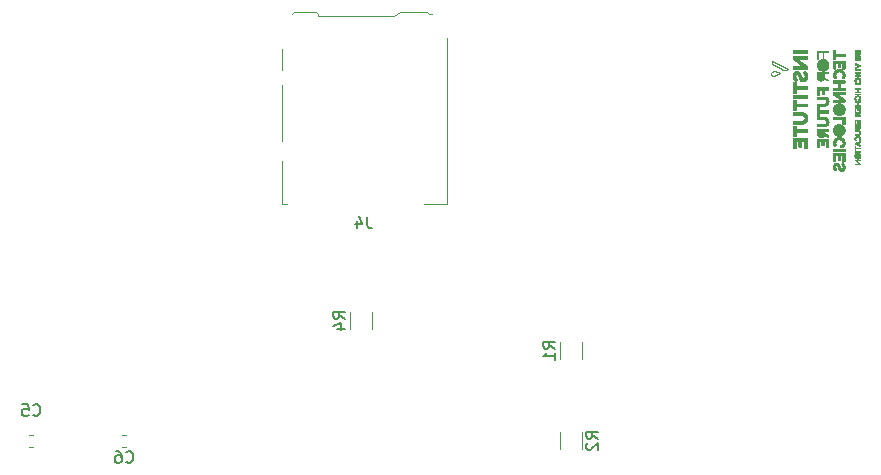
<source format=gbr>
%TF.GenerationSoftware,KiCad,Pcbnew,6.0.2+dfsg-1*%
%TF.CreationDate,2023-10-02T17:07:50+02:00*%
%TF.ProjectId,iop,696f702e-6b69-4636-9164-5f7063625858,rev?*%
%TF.SameCoordinates,Original*%
%TF.FileFunction,Legend,Bot*%
%TF.FilePolarity,Positive*%
%FSLAX46Y46*%
G04 Gerber Fmt 4.6, Leading zero omitted, Abs format (unit mm)*
G04 Created by KiCad (PCBNEW 6.0.2+dfsg-1) date 2023-10-02 17:07:50*
%MOMM*%
%LPD*%
G01*
G04 APERTURE LIST*
%ADD10C,0.026458*%
%ADD11C,0.150000*%
%ADD12C,0.120000*%
G04 APERTURE END LIST*
D10*
X146390000Y-126425569D02*
X146389972Y-126424686D01*
X146389972Y-126424686D02*
X146389888Y-126423820D01*
X146389888Y-126423820D02*
X146389748Y-126422972D01*
X146389748Y-126422972D02*
X146389553Y-126422142D01*
X146389553Y-126422142D02*
X146389302Y-126421329D01*
X146389302Y-126421329D02*
X146388995Y-126420532D01*
X146388995Y-126420532D02*
X146388632Y-126419752D01*
X146388632Y-126419752D02*
X146388214Y-126418988D01*
X146388214Y-126418988D02*
X146387739Y-126418239D01*
X146387739Y-126418239D02*
X146387209Y-126417505D01*
X146387209Y-126417505D02*
X146386623Y-126416786D01*
X146386623Y-126416786D02*
X146385981Y-126416081D01*
X146385981Y-126416081D02*
X146385284Y-126415391D01*
X146385284Y-126415391D02*
X146384530Y-126414714D01*
X146384530Y-126414714D02*
X146383721Y-126414050D01*
X146383721Y-126414050D02*
X146382856Y-126413398D01*
X146382856Y-126413398D02*
X146006883Y-126132940D01*
X146006883Y-126132940D02*
X146375713Y-126132940D01*
X146375713Y-126132940D02*
X146376591Y-126132925D01*
X146376591Y-126132925D02*
X146377440Y-126132881D01*
X146377440Y-126132881D02*
X146378259Y-126132808D01*
X146378259Y-126132808D02*
X146379050Y-126132705D01*
X146379050Y-126132705D02*
X146379811Y-126132573D01*
X146379811Y-126132573D02*
X146380544Y-126132412D01*
X146380544Y-126132412D02*
X146381247Y-126132221D01*
X146381247Y-126132221D02*
X146381922Y-126132002D01*
X146381922Y-126132002D02*
X146382568Y-126131753D01*
X146382568Y-126131753D02*
X146383186Y-126131475D01*
X146383186Y-126131475D02*
X146383775Y-126131169D01*
X146383775Y-126131169D02*
X146384335Y-126130833D01*
X146384335Y-126130833D02*
X146384868Y-126130469D01*
X146384868Y-126130469D02*
X146385372Y-126130076D01*
X146385372Y-126130076D02*
X146385848Y-126129654D01*
X146385848Y-126129654D02*
X146386296Y-126129203D01*
X146386296Y-126129203D02*
X146386716Y-126128723D01*
X146386716Y-126128723D02*
X146387108Y-126128215D01*
X146387108Y-126128215D02*
X146387473Y-126127679D01*
X146387473Y-126127679D02*
X146387810Y-126127114D01*
X146387810Y-126127114D02*
X146388120Y-126126520D01*
X146388120Y-126126520D02*
X146388402Y-126125898D01*
X146388402Y-126125898D02*
X146388656Y-126125247D01*
X146388656Y-126125247D02*
X146388884Y-126124568D01*
X146388884Y-126124568D02*
X146389084Y-126123861D01*
X146389084Y-126123861D02*
X146389258Y-126123126D01*
X146389258Y-126123126D02*
X146389404Y-126122362D01*
X146389404Y-126122362D02*
X146389524Y-126121571D01*
X146389524Y-126121571D02*
X146389617Y-126120751D01*
X146389617Y-126120751D02*
X146389683Y-126119903D01*
X146389683Y-126119903D02*
X146389736Y-126118123D01*
X146389736Y-126118123D02*
X146389736Y-126085579D01*
X146389736Y-126085579D02*
X146389722Y-126084700D01*
X146389722Y-126084700D02*
X146389680Y-126083849D01*
X146389680Y-126083849D02*
X146389610Y-126083026D01*
X146389610Y-126083026D02*
X146389513Y-126082231D01*
X146389513Y-126082231D02*
X146389388Y-126081463D01*
X146389388Y-126081463D02*
X146389235Y-126080724D01*
X146389235Y-126080724D02*
X146389055Y-126080012D01*
X146389055Y-126080012D02*
X146388847Y-126079329D01*
X146388847Y-126079329D02*
X146388611Y-126078673D01*
X146388611Y-126078673D02*
X146388348Y-126078045D01*
X146388348Y-126078045D02*
X146388058Y-126077445D01*
X146388058Y-126077445D02*
X146387740Y-126076873D01*
X146387740Y-126076873D02*
X146387395Y-126076329D01*
X146387395Y-126076329D02*
X146387023Y-126075813D01*
X146387023Y-126075813D02*
X146386624Y-126075324D01*
X146386624Y-126075324D02*
X146386197Y-126074864D01*
X146386197Y-126074864D02*
X146385743Y-126074431D01*
X146385743Y-126074431D02*
X146385262Y-126074027D01*
X146385262Y-126074027D02*
X146384754Y-126073650D01*
X146384754Y-126073650D02*
X146384219Y-126073301D01*
X146384219Y-126073301D02*
X146383657Y-126072980D01*
X146383657Y-126072980D02*
X146383069Y-126072687D01*
X146383069Y-126072687D02*
X146382453Y-126072422D01*
X146382453Y-126072422D02*
X146381811Y-126072185D01*
X146381811Y-126072185D02*
X146381141Y-126071975D01*
X146381141Y-126071975D02*
X146380446Y-126071794D01*
X146380446Y-126071794D02*
X146379723Y-126071640D01*
X146379723Y-126071640D02*
X146378974Y-126071515D01*
X146378974Y-126071515D02*
X146378198Y-126071417D01*
X146378198Y-126071417D02*
X146377396Y-126071347D01*
X146377396Y-126071347D02*
X146376568Y-126071306D01*
X146376568Y-126071306D02*
X146375713Y-126071292D01*
X146375713Y-126071292D02*
X145927509Y-126071292D01*
X145927509Y-126071292D02*
X145926721Y-126071307D01*
X145926721Y-126071307D02*
X145925947Y-126071354D01*
X145925947Y-126071354D02*
X145925187Y-126071431D01*
X145925187Y-126071431D02*
X145924441Y-126071540D01*
X145924441Y-126071540D02*
X145923711Y-126071679D01*
X145923711Y-126071679D02*
X145922997Y-126071850D01*
X145922997Y-126071850D02*
X145922301Y-126072051D01*
X145922301Y-126072051D02*
X145921622Y-126072284D01*
X145921622Y-126072284D02*
X145920962Y-126072547D01*
X145920962Y-126072547D02*
X145920321Y-126072842D01*
X145920321Y-126072842D02*
X145919700Y-126073168D01*
X145919700Y-126073168D02*
X145919100Y-126073524D01*
X145919100Y-126073524D02*
X145918522Y-126073912D01*
X145918522Y-126073912D02*
X145917966Y-126074330D01*
X145917966Y-126074330D02*
X145917434Y-126074780D01*
X145917434Y-126074780D02*
X145916925Y-126075260D01*
X145916925Y-126075260D02*
X145916442Y-126075766D01*
X145916442Y-126075766D02*
X145915984Y-126076290D01*
X145915984Y-126076290D02*
X145915552Y-126076832D01*
X145915552Y-126076832D02*
X145915148Y-126077394D01*
X145915148Y-126077394D02*
X145914771Y-126077973D01*
X145914771Y-126077973D02*
X145914423Y-126078572D01*
X145914423Y-126078572D02*
X145914105Y-126079189D01*
X145914105Y-126079189D02*
X145913817Y-126079824D01*
X145913817Y-126079824D02*
X145913559Y-126080479D01*
X145913559Y-126080479D02*
X145913334Y-126081151D01*
X145913334Y-126081151D02*
X145913141Y-126081843D01*
X145913141Y-126081843D02*
X145912982Y-126082553D01*
X145912982Y-126082553D02*
X145912856Y-126083282D01*
X145912856Y-126083282D02*
X145912766Y-126084029D01*
X145912766Y-126084029D02*
X145912711Y-126084795D01*
X145912711Y-126084795D02*
X145912692Y-126085579D01*
X145912692Y-126085579D02*
X145912692Y-126128707D01*
X145912692Y-126128707D02*
X145912720Y-126129736D01*
X145912720Y-126129736D02*
X145912804Y-126130740D01*
X145912804Y-126130740D02*
X145912944Y-126131720D01*
X145912944Y-126131720D02*
X145913139Y-126132675D01*
X145913139Y-126132675D02*
X145913390Y-126133605D01*
X145913390Y-126133605D02*
X145913697Y-126134511D01*
X145913697Y-126134511D02*
X145914060Y-126135391D01*
X145914060Y-126135391D02*
X145914478Y-126136247D01*
X145914478Y-126136247D02*
X145914953Y-126137078D01*
X145914953Y-126137078D02*
X145915483Y-126137884D01*
X145915483Y-126137884D02*
X145916069Y-126138666D01*
X145916069Y-126138666D02*
X145916711Y-126139422D01*
X145916711Y-126139422D02*
X145917408Y-126140154D01*
X145917408Y-126140154D02*
X145918162Y-126140861D01*
X145918162Y-126140861D02*
X145918971Y-126141543D01*
X145918971Y-126141543D02*
X145919836Y-126142201D01*
X145919836Y-126142201D02*
X146283373Y-126415515D01*
X146283373Y-126415515D02*
X145924863Y-126415515D01*
X145924863Y-126415515D02*
X145924130Y-126415649D01*
X145924130Y-126415649D02*
X145923421Y-126415803D01*
X145923421Y-126415803D02*
X145922735Y-126415977D01*
X145922735Y-126415977D02*
X145922072Y-126416172D01*
X145922072Y-126416172D02*
X145921433Y-126416387D01*
X145921433Y-126416387D02*
X145920817Y-126416622D01*
X145920817Y-126416622D02*
X145920224Y-126416877D01*
X145920224Y-126416877D02*
X145919654Y-126417152D01*
X145919654Y-126417152D02*
X145919107Y-126417447D01*
X145919107Y-126417447D02*
X145918584Y-126417763D01*
X145918584Y-126417763D02*
X145918084Y-126418098D01*
X145918084Y-126418098D02*
X145917607Y-126418454D01*
X145917607Y-126418454D02*
X145917154Y-126418830D01*
X145917154Y-126418830D02*
X145916724Y-126419226D01*
X145916724Y-126419226D02*
X145916317Y-126419643D01*
X145916317Y-126419643D02*
X145915933Y-126420079D01*
X145915933Y-126420079D02*
X145915573Y-126420536D01*
X145915573Y-126420536D02*
X145915235Y-126421012D01*
X145915235Y-126421012D02*
X145914921Y-126421509D01*
X145914921Y-126421509D02*
X145914631Y-126422026D01*
X145914631Y-126422026D02*
X145914363Y-126422563D01*
X145914363Y-126422563D02*
X145914119Y-126423121D01*
X145914119Y-126423121D02*
X145913898Y-126423698D01*
X145913898Y-126423698D02*
X145913701Y-126424296D01*
X145913701Y-126424296D02*
X145913526Y-126424914D01*
X145913526Y-126424914D02*
X145913375Y-126425551D01*
X145913375Y-126425551D02*
X145913247Y-126426210D01*
X145913247Y-126426210D02*
X145913142Y-126426888D01*
X145913142Y-126426888D02*
X145913061Y-126427586D01*
X145913061Y-126427586D02*
X145913003Y-126428305D01*
X145913003Y-126428305D02*
X145912968Y-126429043D01*
X145912968Y-126429043D02*
X145912956Y-126429802D01*
X145912956Y-126429802D02*
X145912956Y-126462346D01*
X145912956Y-126462346D02*
X145912972Y-126463084D01*
X145912972Y-126463084D02*
X145913018Y-126463811D01*
X145913018Y-126463811D02*
X145913096Y-126464526D01*
X145913096Y-126464526D02*
X145913204Y-126465232D01*
X145913204Y-126465232D02*
X145913344Y-126465928D01*
X145913344Y-126465928D02*
X145913514Y-126466616D01*
X145913514Y-126466616D02*
X145913716Y-126467296D01*
X145913716Y-126467296D02*
X145913948Y-126467969D01*
X145913948Y-126467969D02*
X145914212Y-126468636D01*
X145914212Y-126468636D02*
X145914506Y-126469297D01*
X145914506Y-126469297D02*
X145914832Y-126469954D01*
X145914832Y-126469954D02*
X145915188Y-126470607D01*
X145915188Y-126470607D02*
X145915576Y-126471256D01*
X145915576Y-126471256D02*
X145915994Y-126471904D01*
X145915994Y-126471904D02*
X145916444Y-126472549D01*
X145916444Y-126472549D02*
X145916924Y-126473194D01*
X145916924Y-126473194D02*
X145917430Y-126473818D01*
X145917430Y-126473818D02*
X145917954Y-126474398D01*
X145917954Y-126474398D02*
X145918497Y-126474936D01*
X145918497Y-126474936D02*
X145919058Y-126475431D01*
X145919058Y-126475431D02*
X145919638Y-126475885D01*
X145919638Y-126475885D02*
X145920236Y-126476297D01*
X145920236Y-126476297D02*
X145920853Y-126476668D01*
X145920853Y-126476668D02*
X145921489Y-126476998D01*
X145921489Y-126476998D02*
X145922143Y-126477288D01*
X145922143Y-126477288D02*
X145922816Y-126477538D01*
X145922816Y-126477538D02*
X145923508Y-126477748D01*
X145923508Y-126477748D02*
X145924218Y-126477920D01*
X145924218Y-126477920D02*
X145924946Y-126478052D01*
X145924946Y-126478052D02*
X145925694Y-126478146D01*
X145925694Y-126478146D02*
X145926459Y-126478203D01*
X145926459Y-126478203D02*
X145927244Y-126478221D01*
X145927244Y-126478221D02*
X146376241Y-126478221D01*
X146376241Y-126478221D02*
X146377120Y-126478206D01*
X146377120Y-126478206D02*
X146377969Y-126478159D01*
X146377969Y-126478159D02*
X146378788Y-126478082D01*
X146378788Y-126478082D02*
X146379579Y-126477973D01*
X146379579Y-126477973D02*
X146380340Y-126477834D01*
X146380340Y-126477834D02*
X146381073Y-126477663D01*
X146381073Y-126477663D02*
X146381776Y-126477462D01*
X146381776Y-126477462D02*
X146382451Y-126477229D01*
X146382451Y-126477229D02*
X146383097Y-126476966D01*
X146383097Y-126476966D02*
X146383715Y-126476671D01*
X146383715Y-126476671D02*
X146384304Y-126476346D01*
X146384304Y-126476346D02*
X146384865Y-126475989D01*
X146384865Y-126475989D02*
X146385397Y-126475601D01*
X146385397Y-126475601D02*
X146385901Y-126475183D01*
X146385901Y-126475183D02*
X146386377Y-126474733D01*
X146386377Y-126474733D02*
X146386825Y-126474253D01*
X146386825Y-126474253D02*
X146387245Y-126473741D01*
X146387245Y-126473741D02*
X146387638Y-126473198D01*
X146387638Y-126473198D02*
X146388002Y-126472625D01*
X146388002Y-126472625D02*
X146388339Y-126472020D01*
X146388339Y-126472020D02*
X146388649Y-126471385D01*
X146388649Y-126471385D02*
X146388931Y-126470718D01*
X146388931Y-126470718D02*
X146389186Y-126470020D01*
X146389186Y-126470020D02*
X146389413Y-126469292D01*
X146389413Y-126469292D02*
X146389614Y-126468532D01*
X146389614Y-126468532D02*
X146389787Y-126467741D01*
X146389787Y-126467741D02*
X146389934Y-126466920D01*
X146389934Y-126466920D02*
X146390053Y-126466067D01*
X146390053Y-126466067D02*
X146390146Y-126465183D01*
X146390146Y-126465183D02*
X146390212Y-126464269D01*
X146390212Y-126464269D02*
X146390265Y-126462346D01*
X146390265Y-126462346D02*
X146390265Y-126425569D01*
X146390265Y-126425569D02*
X146390000Y-126425569D01*
X146390000Y-126425569D02*
X146390000Y-126425569D01*
G36*
X146376568Y-126071306D02*
G01*
X146377396Y-126071347D01*
X146378198Y-126071417D01*
X146378974Y-126071515D01*
X146379723Y-126071640D01*
X146380446Y-126071794D01*
X146381141Y-126071975D01*
X146381811Y-126072185D01*
X146382453Y-126072422D01*
X146383069Y-126072687D01*
X146383657Y-126072980D01*
X146384219Y-126073301D01*
X146384754Y-126073650D01*
X146385262Y-126074027D01*
X146385743Y-126074431D01*
X146386197Y-126074864D01*
X146386624Y-126075324D01*
X146387023Y-126075813D01*
X146387395Y-126076329D01*
X146387740Y-126076873D01*
X146388058Y-126077445D01*
X146388348Y-126078045D01*
X146388611Y-126078673D01*
X146388847Y-126079329D01*
X146389055Y-126080012D01*
X146389235Y-126080724D01*
X146389388Y-126081463D01*
X146389513Y-126082231D01*
X146389610Y-126083026D01*
X146389680Y-126083849D01*
X146389722Y-126084700D01*
X146389736Y-126085579D01*
X146389736Y-126118123D01*
X146389683Y-126119903D01*
X146389617Y-126120751D01*
X146389524Y-126121571D01*
X146389404Y-126122362D01*
X146389258Y-126123126D01*
X146389084Y-126123861D01*
X146388884Y-126124568D01*
X146388656Y-126125247D01*
X146388402Y-126125898D01*
X146388120Y-126126520D01*
X146387810Y-126127114D01*
X146387473Y-126127679D01*
X146387108Y-126128215D01*
X146386716Y-126128723D01*
X146386296Y-126129203D01*
X146385848Y-126129654D01*
X146385372Y-126130076D01*
X146384868Y-126130469D01*
X146384335Y-126130833D01*
X146383775Y-126131169D01*
X146383186Y-126131475D01*
X146382568Y-126131753D01*
X146381922Y-126132002D01*
X146381247Y-126132221D01*
X146380544Y-126132412D01*
X146379811Y-126132573D01*
X146379050Y-126132705D01*
X146378259Y-126132808D01*
X146377440Y-126132881D01*
X146376591Y-126132925D01*
X146375713Y-126132940D01*
X146006883Y-126132940D01*
X146382856Y-126413398D01*
X146383721Y-126414050D01*
X146384530Y-126414714D01*
X146385284Y-126415391D01*
X146385981Y-126416081D01*
X146386623Y-126416786D01*
X146387209Y-126417505D01*
X146387739Y-126418239D01*
X146388214Y-126418988D01*
X146388632Y-126419752D01*
X146388995Y-126420532D01*
X146389302Y-126421329D01*
X146389553Y-126422142D01*
X146389748Y-126422972D01*
X146389888Y-126423820D01*
X146389972Y-126424686D01*
X146390000Y-126425569D01*
X146390265Y-126425569D01*
X146390265Y-126462346D01*
X146390212Y-126464269D01*
X146390146Y-126465183D01*
X146390053Y-126466067D01*
X146389934Y-126466920D01*
X146389787Y-126467741D01*
X146389614Y-126468532D01*
X146389413Y-126469292D01*
X146389186Y-126470020D01*
X146388931Y-126470718D01*
X146388649Y-126471385D01*
X146388339Y-126472020D01*
X146388002Y-126472625D01*
X146387638Y-126473198D01*
X146387245Y-126473741D01*
X146386825Y-126474253D01*
X146386377Y-126474733D01*
X146385901Y-126475183D01*
X146385397Y-126475601D01*
X146384865Y-126475989D01*
X146384304Y-126476346D01*
X146383715Y-126476671D01*
X146383097Y-126476966D01*
X146382451Y-126477229D01*
X146381776Y-126477462D01*
X146381073Y-126477663D01*
X146380340Y-126477834D01*
X146379579Y-126477973D01*
X146378788Y-126478082D01*
X146377969Y-126478159D01*
X146377120Y-126478206D01*
X146376241Y-126478221D01*
X145927244Y-126478221D01*
X145926459Y-126478203D01*
X145925694Y-126478146D01*
X145924946Y-126478052D01*
X145924218Y-126477920D01*
X145923508Y-126477748D01*
X145922816Y-126477538D01*
X145922143Y-126477288D01*
X145921489Y-126476998D01*
X145920853Y-126476668D01*
X145920236Y-126476297D01*
X145919638Y-126475885D01*
X145919058Y-126475431D01*
X145918497Y-126474936D01*
X145917954Y-126474398D01*
X145917430Y-126473818D01*
X145916924Y-126473194D01*
X145916444Y-126472549D01*
X145915994Y-126471904D01*
X145915576Y-126471256D01*
X145915188Y-126470607D01*
X145914832Y-126469954D01*
X145914506Y-126469297D01*
X145914212Y-126468636D01*
X145913948Y-126467969D01*
X145913716Y-126467296D01*
X145913514Y-126466616D01*
X145913344Y-126465928D01*
X145913204Y-126465232D01*
X145913096Y-126464526D01*
X145913018Y-126463811D01*
X145912972Y-126463084D01*
X145912956Y-126462346D01*
X145912956Y-126429802D01*
X145912968Y-126429043D01*
X145913003Y-126428305D01*
X145913061Y-126427586D01*
X145913142Y-126426888D01*
X145913247Y-126426210D01*
X145913375Y-126425551D01*
X145913526Y-126424914D01*
X145913701Y-126424296D01*
X145913898Y-126423698D01*
X145914119Y-126423121D01*
X145914363Y-126422563D01*
X145914631Y-126422026D01*
X145914921Y-126421509D01*
X145915235Y-126421012D01*
X145915573Y-126420536D01*
X145915933Y-126420079D01*
X145916317Y-126419643D01*
X145916724Y-126419226D01*
X145917154Y-126418830D01*
X145917607Y-126418454D01*
X145918084Y-126418098D01*
X145918584Y-126417763D01*
X145919107Y-126417447D01*
X145919654Y-126417152D01*
X145920224Y-126416877D01*
X145920817Y-126416622D01*
X145921433Y-126416387D01*
X145922072Y-126416172D01*
X145922735Y-126415977D01*
X145923421Y-126415803D01*
X145924130Y-126415649D01*
X145924863Y-126415515D01*
X146283373Y-126415515D01*
X145919836Y-126142201D01*
X145918971Y-126141543D01*
X145918162Y-126140861D01*
X145917408Y-126140154D01*
X145916711Y-126139422D01*
X145916069Y-126138666D01*
X145915483Y-126137884D01*
X145914953Y-126137078D01*
X145914478Y-126136247D01*
X145914060Y-126135391D01*
X145913697Y-126134511D01*
X145913390Y-126133605D01*
X145913139Y-126132675D01*
X145912944Y-126131720D01*
X145912804Y-126130740D01*
X145912720Y-126129736D01*
X145912692Y-126128707D01*
X145912692Y-126085579D01*
X145912711Y-126084795D01*
X145912766Y-126084029D01*
X145912856Y-126083282D01*
X145912982Y-126082553D01*
X145913141Y-126081843D01*
X145913334Y-126081151D01*
X145913559Y-126080479D01*
X145913817Y-126079824D01*
X145914105Y-126079189D01*
X145914423Y-126078572D01*
X145914771Y-126077973D01*
X145915148Y-126077394D01*
X145915552Y-126076832D01*
X145915984Y-126076290D01*
X145916442Y-126075766D01*
X145916925Y-126075260D01*
X145917434Y-126074780D01*
X145917966Y-126074330D01*
X145918522Y-126073912D01*
X145919100Y-126073524D01*
X145919700Y-126073168D01*
X145920321Y-126072842D01*
X145920962Y-126072547D01*
X145921622Y-126072284D01*
X145922301Y-126072051D01*
X145922997Y-126071850D01*
X145923711Y-126071679D01*
X145924441Y-126071540D01*
X145925187Y-126071431D01*
X145925947Y-126071354D01*
X145926721Y-126071307D01*
X145927509Y-126071292D01*
X146375713Y-126071292D01*
X146376568Y-126071306D01*
G37*
X146376568Y-126071306D02*
X146377396Y-126071347D01*
X146378198Y-126071417D01*
X146378974Y-126071515D01*
X146379723Y-126071640D01*
X146380446Y-126071794D01*
X146381141Y-126071975D01*
X146381811Y-126072185D01*
X146382453Y-126072422D01*
X146383069Y-126072687D01*
X146383657Y-126072980D01*
X146384219Y-126073301D01*
X146384754Y-126073650D01*
X146385262Y-126074027D01*
X146385743Y-126074431D01*
X146386197Y-126074864D01*
X146386624Y-126075324D01*
X146387023Y-126075813D01*
X146387395Y-126076329D01*
X146387740Y-126076873D01*
X146388058Y-126077445D01*
X146388348Y-126078045D01*
X146388611Y-126078673D01*
X146388847Y-126079329D01*
X146389055Y-126080012D01*
X146389235Y-126080724D01*
X146389388Y-126081463D01*
X146389513Y-126082231D01*
X146389610Y-126083026D01*
X146389680Y-126083849D01*
X146389722Y-126084700D01*
X146389736Y-126085579D01*
X146389736Y-126118123D01*
X146389683Y-126119903D01*
X146389617Y-126120751D01*
X146389524Y-126121571D01*
X146389404Y-126122362D01*
X146389258Y-126123126D01*
X146389084Y-126123861D01*
X146388884Y-126124568D01*
X146388656Y-126125247D01*
X146388402Y-126125898D01*
X146388120Y-126126520D01*
X146387810Y-126127114D01*
X146387473Y-126127679D01*
X146387108Y-126128215D01*
X146386716Y-126128723D01*
X146386296Y-126129203D01*
X146385848Y-126129654D01*
X146385372Y-126130076D01*
X146384868Y-126130469D01*
X146384335Y-126130833D01*
X146383775Y-126131169D01*
X146383186Y-126131475D01*
X146382568Y-126131753D01*
X146381922Y-126132002D01*
X146381247Y-126132221D01*
X146380544Y-126132412D01*
X146379811Y-126132573D01*
X146379050Y-126132705D01*
X146378259Y-126132808D01*
X146377440Y-126132881D01*
X146376591Y-126132925D01*
X146375713Y-126132940D01*
X146006883Y-126132940D01*
X146382856Y-126413398D01*
X146383721Y-126414050D01*
X146384530Y-126414714D01*
X146385284Y-126415391D01*
X146385981Y-126416081D01*
X146386623Y-126416786D01*
X146387209Y-126417505D01*
X146387739Y-126418239D01*
X146388214Y-126418988D01*
X146388632Y-126419752D01*
X146388995Y-126420532D01*
X146389302Y-126421329D01*
X146389553Y-126422142D01*
X146389748Y-126422972D01*
X146389888Y-126423820D01*
X146389972Y-126424686D01*
X146390000Y-126425569D01*
X146390265Y-126425569D01*
X146390265Y-126462346D01*
X146390212Y-126464269D01*
X146390146Y-126465183D01*
X146390053Y-126466067D01*
X146389934Y-126466920D01*
X146389787Y-126467741D01*
X146389614Y-126468532D01*
X146389413Y-126469292D01*
X146389186Y-126470020D01*
X146388931Y-126470718D01*
X146388649Y-126471385D01*
X146388339Y-126472020D01*
X146388002Y-126472625D01*
X146387638Y-126473198D01*
X146387245Y-126473741D01*
X146386825Y-126474253D01*
X146386377Y-126474733D01*
X146385901Y-126475183D01*
X146385397Y-126475601D01*
X146384865Y-126475989D01*
X146384304Y-126476346D01*
X146383715Y-126476671D01*
X146383097Y-126476966D01*
X146382451Y-126477229D01*
X146381776Y-126477462D01*
X146381073Y-126477663D01*
X146380340Y-126477834D01*
X146379579Y-126477973D01*
X146378788Y-126478082D01*
X146377969Y-126478159D01*
X146377120Y-126478206D01*
X146376241Y-126478221D01*
X145927244Y-126478221D01*
X145926459Y-126478203D01*
X145925694Y-126478146D01*
X145924946Y-126478052D01*
X145924218Y-126477920D01*
X145923508Y-126477748D01*
X145922816Y-126477538D01*
X145922143Y-126477288D01*
X145921489Y-126476998D01*
X145920853Y-126476668D01*
X145920236Y-126476297D01*
X145919638Y-126475885D01*
X145919058Y-126475431D01*
X145918497Y-126474936D01*
X145917954Y-126474398D01*
X145917430Y-126473818D01*
X145916924Y-126473194D01*
X145916444Y-126472549D01*
X145915994Y-126471904D01*
X145915576Y-126471256D01*
X145915188Y-126470607D01*
X145914832Y-126469954D01*
X145914506Y-126469297D01*
X145914212Y-126468636D01*
X145913948Y-126467969D01*
X145913716Y-126467296D01*
X145913514Y-126466616D01*
X145913344Y-126465928D01*
X145913204Y-126465232D01*
X145913096Y-126464526D01*
X145913018Y-126463811D01*
X145912972Y-126463084D01*
X145912956Y-126462346D01*
X145912956Y-126429802D01*
X145912968Y-126429043D01*
X145913003Y-126428305D01*
X145913061Y-126427586D01*
X145913142Y-126426888D01*
X145913247Y-126426210D01*
X145913375Y-126425551D01*
X145913526Y-126424914D01*
X145913701Y-126424296D01*
X145913898Y-126423698D01*
X145914119Y-126423121D01*
X145914363Y-126422563D01*
X145914631Y-126422026D01*
X145914921Y-126421509D01*
X145915235Y-126421012D01*
X145915573Y-126420536D01*
X145915933Y-126420079D01*
X145916317Y-126419643D01*
X145916724Y-126419226D01*
X145917154Y-126418830D01*
X145917607Y-126418454D01*
X145918084Y-126418098D01*
X145918584Y-126417763D01*
X145919107Y-126417447D01*
X145919654Y-126417152D01*
X145920224Y-126416877D01*
X145920817Y-126416622D01*
X145921433Y-126416387D01*
X145922072Y-126416172D01*
X145922735Y-126415977D01*
X145923421Y-126415803D01*
X145924130Y-126415649D01*
X145924863Y-126415515D01*
X146283373Y-126415515D01*
X145919836Y-126142201D01*
X145918971Y-126141543D01*
X145918162Y-126140861D01*
X145917408Y-126140154D01*
X145916711Y-126139422D01*
X145916069Y-126138666D01*
X145915483Y-126137884D01*
X145914953Y-126137078D01*
X145914478Y-126136247D01*
X145914060Y-126135391D01*
X145913697Y-126134511D01*
X145913390Y-126133605D01*
X145913139Y-126132675D01*
X145912944Y-126131720D01*
X145912804Y-126130740D01*
X145912720Y-126129736D01*
X145912692Y-126128707D01*
X145912692Y-126085579D01*
X145912711Y-126084795D01*
X145912766Y-126084029D01*
X145912856Y-126083282D01*
X145912982Y-126082553D01*
X145913141Y-126081843D01*
X145913334Y-126081151D01*
X145913559Y-126080479D01*
X145913817Y-126079824D01*
X145914105Y-126079189D01*
X145914423Y-126078572D01*
X145914771Y-126077973D01*
X145915148Y-126077394D01*
X145915552Y-126076832D01*
X145915984Y-126076290D01*
X145916442Y-126075766D01*
X145916925Y-126075260D01*
X145917434Y-126074780D01*
X145917966Y-126074330D01*
X145918522Y-126073912D01*
X145919100Y-126073524D01*
X145919700Y-126073168D01*
X145920321Y-126072842D01*
X145920962Y-126072547D01*
X145921622Y-126072284D01*
X145922301Y-126072051D01*
X145922997Y-126071850D01*
X145923711Y-126071679D01*
X145924441Y-126071540D01*
X145925187Y-126071431D01*
X145925947Y-126071354D01*
X145926721Y-126071307D01*
X145927509Y-126071292D01*
X146375713Y-126071292D01*
X146376568Y-126071306D01*
X145906342Y-125736859D02*
X145906478Y-125745255D01*
X145906478Y-125745255D02*
X145906887Y-125753577D01*
X145906887Y-125753577D02*
X145907569Y-125761825D01*
X145907569Y-125761825D02*
X145908524Y-125769998D01*
X145908524Y-125769998D02*
X145909752Y-125778097D01*
X145909752Y-125778097D02*
X145911253Y-125786121D01*
X145911253Y-125786121D02*
X145913026Y-125794070D01*
X145913026Y-125794070D02*
X145915073Y-125801946D01*
X145915073Y-125801946D02*
X145917368Y-125809722D01*
X145917368Y-125809722D02*
X145919889Y-125817370D01*
X145919889Y-125817370D02*
X145922640Y-125824889D01*
X145922640Y-125824889D02*
X145925623Y-125832274D01*
X145925623Y-125832274D02*
X145928842Y-125839523D01*
X145928842Y-125839523D02*
X145932299Y-125846632D01*
X145932299Y-125846632D02*
X145935999Y-125853598D01*
X145935999Y-125853598D02*
X145939943Y-125860419D01*
X145939943Y-125860419D02*
X145944099Y-125867103D01*
X145944099Y-125867103D02*
X145948431Y-125873660D01*
X145948431Y-125873660D02*
X145952943Y-125880087D01*
X145952943Y-125880087D02*
X145957638Y-125886381D01*
X145957638Y-125886381D02*
X145962519Y-125892538D01*
X145962519Y-125892538D02*
X145967589Y-125898556D01*
X145967589Y-125898556D02*
X145972851Y-125904431D01*
X145972851Y-125904431D02*
X145978308Y-125910160D01*
X145978308Y-125910160D02*
X145981108Y-125912960D01*
X145981108Y-125912960D02*
X145983951Y-125915705D01*
X145983951Y-125915705D02*
X145986836Y-125918394D01*
X145986836Y-125918394D02*
X145989764Y-125921029D01*
X145989764Y-125921029D02*
X145992733Y-125923610D01*
X145992733Y-125923610D02*
X145995744Y-125926136D01*
X145995744Y-125926136D02*
X145998796Y-125928609D01*
X145998796Y-125928609D02*
X146001889Y-125931029D01*
X146001889Y-125931029D02*
X146005022Y-125933397D01*
X146005022Y-125933397D02*
X146008195Y-125935712D01*
X146008195Y-125935712D02*
X146011408Y-125937975D01*
X146011408Y-125937975D02*
X146014660Y-125940187D01*
X146014660Y-125940187D02*
X146017950Y-125942347D01*
X146017950Y-125942347D02*
X146021279Y-125944457D01*
X146021279Y-125944457D02*
X146028050Y-125948526D01*
X146028050Y-125948526D02*
X146034970Y-125952382D01*
X146034970Y-125952382D02*
X146042032Y-125956016D01*
X146042032Y-125956016D02*
X146049230Y-125959427D01*
X146049230Y-125959427D02*
X146056559Y-125962614D01*
X146056559Y-125962614D02*
X146064012Y-125965578D01*
X146064012Y-125965578D02*
X146071582Y-125968319D01*
X146071582Y-125968319D02*
X146079265Y-125970837D01*
X146079265Y-125970837D02*
X146087052Y-125973131D01*
X146087052Y-125973131D02*
X146094940Y-125975178D01*
X146094940Y-125975178D02*
X146102923Y-125976951D01*
X146102923Y-125976951D02*
X146111000Y-125978452D01*
X146111000Y-125978452D02*
X146119166Y-125979680D01*
X146119166Y-125979680D02*
X146127420Y-125980634D01*
X146127420Y-125980634D02*
X146135757Y-125981317D01*
X146135757Y-125981317D02*
X146144174Y-125981726D01*
X146144174Y-125981726D02*
X146152670Y-125981862D01*
X146152670Y-125981862D02*
X146161066Y-125981726D01*
X146161066Y-125981726D02*
X146169388Y-125981317D01*
X146169388Y-125981317D02*
X146177635Y-125980634D01*
X146177635Y-125980634D02*
X146185809Y-125979680D01*
X146185809Y-125979680D02*
X146193907Y-125978452D01*
X146193907Y-125978452D02*
X146201932Y-125976951D01*
X146201932Y-125976951D02*
X146209882Y-125975178D01*
X146209882Y-125975178D02*
X146217757Y-125973131D01*
X146217757Y-125973131D02*
X146225533Y-125970836D01*
X146225533Y-125970836D02*
X146233181Y-125968315D01*
X146233181Y-125968315D02*
X146240700Y-125965564D01*
X146240700Y-125965564D02*
X146248085Y-125962581D01*
X146248085Y-125962581D02*
X146255333Y-125959362D01*
X146255333Y-125959362D02*
X146262442Y-125955905D01*
X146262442Y-125955905D02*
X146269409Y-125952205D01*
X146269409Y-125952205D02*
X146276229Y-125948261D01*
X146276229Y-125948261D02*
X146282913Y-125944105D01*
X146282913Y-125944105D02*
X146289467Y-125939773D01*
X146289467Y-125939773D02*
X146295884Y-125935261D01*
X146295884Y-125935261D02*
X146302158Y-125930566D01*
X146302158Y-125930566D02*
X146308284Y-125925685D01*
X146308284Y-125925685D02*
X146314255Y-125920615D01*
X146314255Y-125920615D02*
X146320064Y-125915353D01*
X146320064Y-125915353D02*
X146325707Y-125909896D01*
X146325707Y-125909896D02*
X146331175Y-125904253D01*
X146331175Y-125904253D02*
X146336463Y-125898440D01*
X146336463Y-125898440D02*
X146341566Y-125892460D01*
X146341566Y-125892460D02*
X146344045Y-125889407D01*
X146344045Y-125889407D02*
X146346476Y-125886315D01*
X146346476Y-125886315D02*
X146348857Y-125883181D01*
X146348857Y-125883181D02*
X146351188Y-125880008D01*
X146351188Y-125880008D02*
X146353468Y-125876796D01*
X146353468Y-125876796D02*
X146355695Y-125873544D01*
X146355695Y-125873544D02*
X146357870Y-125870254D01*
X146357870Y-125870254D02*
X146359992Y-125866925D01*
X146359992Y-125866925D02*
X146362059Y-125863558D01*
X146362059Y-125863558D02*
X146364071Y-125860153D01*
X146364071Y-125860153D02*
X146367928Y-125853246D01*
X146367928Y-125853246D02*
X146371562Y-125846214D01*
X146371562Y-125846214D02*
X146374973Y-125839058D01*
X146374973Y-125839058D02*
X146378160Y-125831777D01*
X146378160Y-125831777D02*
X146381124Y-125824373D01*
X146381124Y-125824373D02*
X146383865Y-125816845D01*
X146383865Y-125816845D02*
X146386383Y-125809193D01*
X146386383Y-125809193D02*
X146388677Y-125801416D01*
X146388677Y-125801416D02*
X146390724Y-125793529D01*
X146390724Y-125793529D02*
X146392497Y-125785545D01*
X146392497Y-125785545D02*
X146393998Y-125777469D01*
X146393998Y-125777469D02*
X146395226Y-125769302D01*
X146395226Y-125769302D02*
X146396181Y-125761049D01*
X146396181Y-125761049D02*
X146396863Y-125752712D01*
X146396863Y-125752712D02*
X146397272Y-125744295D01*
X146397272Y-125744295D02*
X146397408Y-125735800D01*
X146397408Y-125735800D02*
X146397272Y-125727316D01*
X146397272Y-125727316D02*
X146396863Y-125718928D01*
X146396863Y-125718928D02*
X146396181Y-125710633D01*
X146396181Y-125710633D02*
X146395226Y-125702429D01*
X146395226Y-125702429D02*
X146393998Y-125694311D01*
X146393998Y-125694311D02*
X146392497Y-125686277D01*
X146392497Y-125686277D02*
X146390724Y-125678323D01*
X146390724Y-125678323D02*
X146388677Y-125670447D01*
X146388677Y-125670447D02*
X146386382Y-125662671D01*
X146386382Y-125662671D02*
X146383861Y-125655023D01*
X146383861Y-125655023D02*
X146381110Y-125647504D01*
X146381110Y-125647504D02*
X146378127Y-125640119D01*
X146378127Y-125640119D02*
X146374908Y-125632871D01*
X146374908Y-125632871D02*
X146371450Y-125625762D01*
X146371450Y-125625762D02*
X146367751Y-125618795D01*
X146367751Y-125618795D02*
X146363806Y-125611975D01*
X146363806Y-125611975D02*
X146359651Y-125605215D01*
X146359651Y-125605215D02*
X146355319Y-125598626D01*
X146355319Y-125598626D02*
X146350807Y-125592204D01*
X146350807Y-125592204D02*
X146346112Y-125585946D01*
X146346112Y-125585946D02*
X146341231Y-125579850D01*
X146341231Y-125579850D02*
X146336161Y-125573912D01*
X146336161Y-125573912D02*
X146330899Y-125568129D01*
X146330899Y-125568129D02*
X146325441Y-125562497D01*
X146325441Y-125562497D02*
X146322642Y-125559744D01*
X146322642Y-125559744D02*
X146319799Y-125557040D01*
X146319799Y-125557040D02*
X146316915Y-125554385D01*
X146316915Y-125554385D02*
X146313990Y-125551778D01*
X146313990Y-125551778D02*
X146308019Y-125546708D01*
X146308019Y-125546708D02*
X146301894Y-125541827D01*
X146301894Y-125541827D02*
X146295619Y-125537132D01*
X146295619Y-125537132D02*
X146289202Y-125532620D01*
X146289202Y-125532620D02*
X146282648Y-125528288D01*
X146282648Y-125528288D02*
X146275965Y-125524133D01*
X146275965Y-125524133D02*
X146269144Y-125520276D01*
X146269144Y-125520276D02*
X146262177Y-125516642D01*
X146262177Y-125516642D02*
X146255068Y-125513231D01*
X146255068Y-125513231D02*
X146247819Y-125510044D01*
X146247819Y-125510044D02*
X146240434Y-125507080D01*
X146240434Y-125507080D02*
X146232916Y-125504339D01*
X146232916Y-125504339D02*
X146225268Y-125501821D01*
X146225268Y-125501821D02*
X146217492Y-125499526D01*
X146217492Y-125499526D02*
X146209616Y-125497480D01*
X146209616Y-125497480D02*
X146201662Y-125495707D01*
X146201662Y-125495707D02*
X146193628Y-125494206D01*
X146193628Y-125494206D02*
X146185510Y-125492978D01*
X146185510Y-125492978D02*
X146177306Y-125492023D01*
X146177306Y-125492023D02*
X146169011Y-125491341D01*
X146169011Y-125491341D02*
X146160623Y-125490932D01*
X146160623Y-125490932D02*
X146152139Y-125490795D01*
X146152139Y-125490795D02*
X146143743Y-125490932D01*
X146143743Y-125490932D02*
X146135421Y-125491341D01*
X146135421Y-125491341D02*
X146127174Y-125492023D01*
X146127174Y-125492023D02*
X146119001Y-125492978D01*
X146119001Y-125492978D02*
X146110902Y-125494206D01*
X146110902Y-125494206D02*
X146102877Y-125495707D01*
X146102877Y-125495707D02*
X146094928Y-125497480D01*
X146094928Y-125497480D02*
X146087052Y-125499526D01*
X146087052Y-125499526D02*
X146079276Y-125501822D01*
X146079276Y-125501822D02*
X146071624Y-125504343D01*
X146071624Y-125504343D02*
X146064096Y-125507094D01*
X146064096Y-125507094D02*
X146056692Y-125510077D01*
X146056692Y-125510077D02*
X146049411Y-125513296D01*
X146049411Y-125513296D02*
X146042255Y-125516753D01*
X146042255Y-125516753D02*
X146035223Y-125520453D01*
X146035223Y-125520453D02*
X146028315Y-125524398D01*
X146028315Y-125524398D02*
X146021544Y-125528553D01*
X146021544Y-125528553D02*
X146014925Y-125532885D01*
X146014925Y-125532885D02*
X146008460Y-125537397D01*
X146008460Y-125537397D02*
X146002154Y-125542092D01*
X146002154Y-125542092D02*
X145996009Y-125546973D01*
X145996009Y-125546973D02*
X145990029Y-125552043D01*
X145990029Y-125552043D02*
X145984216Y-125557305D01*
X145984216Y-125557305D02*
X145978573Y-125562763D01*
X145978573Y-125562763D02*
X145975773Y-125565562D01*
X145975773Y-125565562D02*
X145973029Y-125568405D01*
X145973029Y-125568405D02*
X145970339Y-125571291D01*
X145970339Y-125571291D02*
X145967705Y-125574218D01*
X145967705Y-125574218D02*
X145965124Y-125577188D01*
X145965124Y-125577188D02*
X145962597Y-125580199D01*
X145962597Y-125580199D02*
X145960124Y-125583251D01*
X145960124Y-125583251D02*
X145957704Y-125586343D01*
X145957704Y-125586343D02*
X145955337Y-125589476D01*
X145955337Y-125589476D02*
X145953022Y-125592649D01*
X145953022Y-125592649D02*
X145950758Y-125595862D01*
X145950758Y-125595862D02*
X145948547Y-125599114D01*
X145948547Y-125599114D02*
X145946386Y-125602404D01*
X145946386Y-125602404D02*
X145944277Y-125605733D01*
X145944277Y-125605733D02*
X145940208Y-125612504D01*
X145940208Y-125612504D02*
X145936351Y-125619412D01*
X145936351Y-125619412D02*
X145932717Y-125626444D01*
X145932717Y-125626444D02*
X145929307Y-125633601D01*
X145929307Y-125633601D02*
X145926119Y-125640881D01*
X145926119Y-125640881D02*
X145923155Y-125648285D01*
X145923155Y-125648285D02*
X145920414Y-125655813D01*
X145920414Y-125655813D02*
X145917897Y-125663466D01*
X145917897Y-125663466D02*
X145915602Y-125671242D01*
X145915602Y-125671242D02*
X145913457Y-125679205D01*
X145913457Y-125679205D02*
X145911588Y-125687224D01*
X145911588Y-125687224D02*
X145909998Y-125695305D01*
X145909998Y-125695305D02*
X145908690Y-125703455D01*
X145908690Y-125703455D02*
X145907667Y-125711678D01*
X145907667Y-125711678D02*
X145906933Y-125719983D01*
X145906933Y-125719983D02*
X145906490Y-125728374D01*
X145906490Y-125728374D02*
X145906342Y-125736859D01*
X145906342Y-125736859D02*
X145906342Y-125736859D01*
G36*
X146160623Y-125490932D02*
G01*
X146169011Y-125491341D01*
X146177306Y-125492023D01*
X146185510Y-125492978D01*
X146193628Y-125494206D01*
X146201662Y-125495707D01*
X146209616Y-125497480D01*
X146217492Y-125499526D01*
X146225268Y-125501821D01*
X146232916Y-125504339D01*
X146240434Y-125507080D01*
X146247819Y-125510044D01*
X146255068Y-125513231D01*
X146262177Y-125516642D01*
X146269144Y-125520276D01*
X146275965Y-125524133D01*
X146282648Y-125528288D01*
X146289202Y-125532620D01*
X146295619Y-125537132D01*
X146301894Y-125541827D01*
X146308019Y-125546708D01*
X146313990Y-125551778D01*
X146316915Y-125554385D01*
X146319799Y-125557040D01*
X146322642Y-125559744D01*
X146325441Y-125562497D01*
X146330899Y-125568129D01*
X146336161Y-125573912D01*
X146341231Y-125579850D01*
X146346112Y-125585946D01*
X146350807Y-125592204D01*
X146355319Y-125598626D01*
X146359651Y-125605215D01*
X146363806Y-125611975D01*
X146367751Y-125618795D01*
X146371450Y-125625762D01*
X146374908Y-125632871D01*
X146378127Y-125640119D01*
X146381110Y-125647504D01*
X146383861Y-125655023D01*
X146386382Y-125662671D01*
X146388677Y-125670447D01*
X146390724Y-125678323D01*
X146392497Y-125686277D01*
X146393998Y-125694311D01*
X146395226Y-125702429D01*
X146396181Y-125710633D01*
X146396863Y-125718928D01*
X146397272Y-125727316D01*
X146397408Y-125735800D01*
X146397272Y-125744295D01*
X146396863Y-125752712D01*
X146396181Y-125761049D01*
X146395226Y-125769302D01*
X146393998Y-125777469D01*
X146392497Y-125785545D01*
X146390724Y-125793529D01*
X146388677Y-125801416D01*
X146386383Y-125809193D01*
X146383865Y-125816845D01*
X146381124Y-125824373D01*
X146378160Y-125831777D01*
X146374973Y-125839058D01*
X146371562Y-125846214D01*
X146367928Y-125853246D01*
X146364071Y-125860153D01*
X146362059Y-125863558D01*
X146359992Y-125866925D01*
X146357870Y-125870254D01*
X146355695Y-125873544D01*
X146353468Y-125876796D01*
X146351188Y-125880008D01*
X146348857Y-125883181D01*
X146346476Y-125886315D01*
X146344045Y-125889407D01*
X146341566Y-125892460D01*
X146336463Y-125898440D01*
X146331175Y-125904253D01*
X146325707Y-125909896D01*
X146320064Y-125915353D01*
X146314255Y-125920615D01*
X146308284Y-125925685D01*
X146302158Y-125930566D01*
X146295884Y-125935261D01*
X146289467Y-125939773D01*
X146282913Y-125944105D01*
X146276229Y-125948261D01*
X146269409Y-125952205D01*
X146262442Y-125955905D01*
X146255333Y-125959362D01*
X146248085Y-125962581D01*
X146240700Y-125965564D01*
X146233181Y-125968315D01*
X146225533Y-125970836D01*
X146217757Y-125973131D01*
X146209882Y-125975178D01*
X146201932Y-125976951D01*
X146193907Y-125978452D01*
X146185809Y-125979680D01*
X146177635Y-125980634D01*
X146169388Y-125981317D01*
X146161066Y-125981726D01*
X146152670Y-125981862D01*
X146144174Y-125981726D01*
X146135757Y-125981317D01*
X146127420Y-125980634D01*
X146119166Y-125979680D01*
X146111000Y-125978452D01*
X146102923Y-125976951D01*
X146094940Y-125975178D01*
X146087052Y-125973131D01*
X146079265Y-125970837D01*
X146071582Y-125968319D01*
X146064012Y-125965578D01*
X146056559Y-125962614D01*
X146049230Y-125959427D01*
X146042032Y-125956016D01*
X146034970Y-125952382D01*
X146028050Y-125948526D01*
X146021279Y-125944457D01*
X146017950Y-125942347D01*
X146014660Y-125940187D01*
X146011408Y-125937975D01*
X146008195Y-125935712D01*
X146005022Y-125933397D01*
X146001889Y-125931029D01*
X145998796Y-125928609D01*
X145995744Y-125926136D01*
X145992733Y-125923610D01*
X145989764Y-125921029D01*
X145986836Y-125918394D01*
X145983951Y-125915705D01*
X145981108Y-125912960D01*
X145978308Y-125910160D01*
X145972851Y-125904431D01*
X145967589Y-125898556D01*
X145962519Y-125892538D01*
X145957638Y-125886381D01*
X145952943Y-125880087D01*
X145948431Y-125873660D01*
X145944099Y-125867103D01*
X145939943Y-125860419D01*
X145935999Y-125853598D01*
X145932299Y-125846632D01*
X145928842Y-125839523D01*
X145925623Y-125832274D01*
X145922640Y-125824889D01*
X145919889Y-125817370D01*
X145917368Y-125809722D01*
X145915073Y-125801946D01*
X145913026Y-125794070D01*
X145911253Y-125786121D01*
X145909752Y-125778097D01*
X145908524Y-125769998D01*
X145907569Y-125761825D01*
X145906887Y-125753577D01*
X145906478Y-125745255D01*
X145906342Y-125736859D01*
X145906490Y-125728374D01*
X145906933Y-125719983D01*
X145907667Y-125711678D01*
X145908690Y-125703455D01*
X145909998Y-125695305D01*
X145911588Y-125687224D01*
X145913457Y-125679205D01*
X145915602Y-125671242D01*
X145917897Y-125663466D01*
X145920414Y-125655813D01*
X145923155Y-125648285D01*
X145926119Y-125640881D01*
X145929307Y-125633601D01*
X145932717Y-125626444D01*
X145936351Y-125619412D01*
X145940208Y-125612504D01*
X145944277Y-125605733D01*
X145946386Y-125602404D01*
X145948547Y-125599114D01*
X145950758Y-125595862D01*
X145953022Y-125592649D01*
X145955337Y-125589476D01*
X145957704Y-125586343D01*
X145960124Y-125583251D01*
X145962597Y-125580199D01*
X145965124Y-125577188D01*
X145967705Y-125574218D01*
X145970339Y-125571291D01*
X145973029Y-125568405D01*
X145975773Y-125565562D01*
X145978573Y-125562763D01*
X145984216Y-125557305D01*
X145990029Y-125552043D01*
X145996009Y-125546973D01*
X146002154Y-125542092D01*
X146008460Y-125537397D01*
X146014925Y-125532885D01*
X146021544Y-125528553D01*
X146028315Y-125524398D01*
X146035223Y-125520453D01*
X146042255Y-125516753D01*
X146049411Y-125513296D01*
X146056692Y-125510077D01*
X146064096Y-125507094D01*
X146071624Y-125504343D01*
X146079276Y-125501822D01*
X146087052Y-125499526D01*
X146094928Y-125497480D01*
X146102877Y-125495707D01*
X146110902Y-125494206D01*
X146119001Y-125492978D01*
X146127174Y-125492023D01*
X146135421Y-125491341D01*
X146143743Y-125490932D01*
X146152139Y-125490795D01*
X146160623Y-125490932D01*
G37*
X146160623Y-125490932D02*
X146169011Y-125491341D01*
X146177306Y-125492023D01*
X146185510Y-125492978D01*
X146193628Y-125494206D01*
X146201662Y-125495707D01*
X146209616Y-125497480D01*
X146217492Y-125499526D01*
X146225268Y-125501821D01*
X146232916Y-125504339D01*
X146240434Y-125507080D01*
X146247819Y-125510044D01*
X146255068Y-125513231D01*
X146262177Y-125516642D01*
X146269144Y-125520276D01*
X146275965Y-125524133D01*
X146282648Y-125528288D01*
X146289202Y-125532620D01*
X146295619Y-125537132D01*
X146301894Y-125541827D01*
X146308019Y-125546708D01*
X146313990Y-125551778D01*
X146316915Y-125554385D01*
X146319799Y-125557040D01*
X146322642Y-125559744D01*
X146325441Y-125562497D01*
X146330899Y-125568129D01*
X146336161Y-125573912D01*
X146341231Y-125579850D01*
X146346112Y-125585946D01*
X146350807Y-125592204D01*
X146355319Y-125598626D01*
X146359651Y-125605215D01*
X146363806Y-125611975D01*
X146367751Y-125618795D01*
X146371450Y-125625762D01*
X146374908Y-125632871D01*
X146378127Y-125640119D01*
X146381110Y-125647504D01*
X146383861Y-125655023D01*
X146386382Y-125662671D01*
X146388677Y-125670447D01*
X146390724Y-125678323D01*
X146392497Y-125686277D01*
X146393998Y-125694311D01*
X146395226Y-125702429D01*
X146396181Y-125710633D01*
X146396863Y-125718928D01*
X146397272Y-125727316D01*
X146397408Y-125735800D01*
X146397272Y-125744295D01*
X146396863Y-125752712D01*
X146396181Y-125761049D01*
X146395226Y-125769302D01*
X146393998Y-125777469D01*
X146392497Y-125785545D01*
X146390724Y-125793529D01*
X146388677Y-125801416D01*
X146386383Y-125809193D01*
X146383865Y-125816845D01*
X146381124Y-125824373D01*
X146378160Y-125831777D01*
X146374973Y-125839058D01*
X146371562Y-125846214D01*
X146367928Y-125853246D01*
X146364071Y-125860153D01*
X146362059Y-125863558D01*
X146359992Y-125866925D01*
X146357870Y-125870254D01*
X146355695Y-125873544D01*
X146353468Y-125876796D01*
X146351188Y-125880008D01*
X146348857Y-125883181D01*
X146346476Y-125886315D01*
X146344045Y-125889407D01*
X146341566Y-125892460D01*
X146336463Y-125898440D01*
X146331175Y-125904253D01*
X146325707Y-125909896D01*
X146320064Y-125915353D01*
X146314255Y-125920615D01*
X146308284Y-125925685D01*
X146302158Y-125930566D01*
X146295884Y-125935261D01*
X146289467Y-125939773D01*
X146282913Y-125944105D01*
X146276229Y-125948261D01*
X146269409Y-125952205D01*
X146262442Y-125955905D01*
X146255333Y-125959362D01*
X146248085Y-125962581D01*
X146240700Y-125965564D01*
X146233181Y-125968315D01*
X146225533Y-125970836D01*
X146217757Y-125973131D01*
X146209882Y-125975178D01*
X146201932Y-125976951D01*
X146193907Y-125978452D01*
X146185809Y-125979680D01*
X146177635Y-125980634D01*
X146169388Y-125981317D01*
X146161066Y-125981726D01*
X146152670Y-125981862D01*
X146144174Y-125981726D01*
X146135757Y-125981317D01*
X146127420Y-125980634D01*
X146119166Y-125979680D01*
X146111000Y-125978452D01*
X146102923Y-125976951D01*
X146094940Y-125975178D01*
X146087052Y-125973131D01*
X146079265Y-125970837D01*
X146071582Y-125968319D01*
X146064012Y-125965578D01*
X146056559Y-125962614D01*
X146049230Y-125959427D01*
X146042032Y-125956016D01*
X146034970Y-125952382D01*
X146028050Y-125948526D01*
X146021279Y-125944457D01*
X146017950Y-125942347D01*
X146014660Y-125940187D01*
X146011408Y-125937975D01*
X146008195Y-125935712D01*
X146005022Y-125933397D01*
X146001889Y-125931029D01*
X145998796Y-125928609D01*
X145995744Y-125926136D01*
X145992733Y-125923610D01*
X145989764Y-125921029D01*
X145986836Y-125918394D01*
X145983951Y-125915705D01*
X145981108Y-125912960D01*
X145978308Y-125910160D01*
X145972851Y-125904431D01*
X145967589Y-125898556D01*
X145962519Y-125892538D01*
X145957638Y-125886381D01*
X145952943Y-125880087D01*
X145948431Y-125873660D01*
X145944099Y-125867103D01*
X145939943Y-125860419D01*
X145935999Y-125853598D01*
X145932299Y-125846632D01*
X145928842Y-125839523D01*
X145925623Y-125832274D01*
X145922640Y-125824889D01*
X145919889Y-125817370D01*
X145917368Y-125809722D01*
X145915073Y-125801946D01*
X145913026Y-125794070D01*
X145911253Y-125786121D01*
X145909752Y-125778097D01*
X145908524Y-125769998D01*
X145907569Y-125761825D01*
X145906887Y-125753577D01*
X145906478Y-125745255D01*
X145906342Y-125736859D01*
X145906490Y-125728374D01*
X145906933Y-125719983D01*
X145907667Y-125711678D01*
X145908690Y-125703455D01*
X145909998Y-125695305D01*
X145911588Y-125687224D01*
X145913457Y-125679205D01*
X145915602Y-125671242D01*
X145917897Y-125663466D01*
X145920414Y-125655813D01*
X145923155Y-125648285D01*
X145926119Y-125640881D01*
X145929307Y-125633601D01*
X145932717Y-125626444D01*
X145936351Y-125619412D01*
X145940208Y-125612504D01*
X145944277Y-125605733D01*
X145946386Y-125602404D01*
X145948547Y-125599114D01*
X145950758Y-125595862D01*
X145953022Y-125592649D01*
X145955337Y-125589476D01*
X145957704Y-125586343D01*
X145960124Y-125583251D01*
X145962597Y-125580199D01*
X145965124Y-125577188D01*
X145967705Y-125574218D01*
X145970339Y-125571291D01*
X145973029Y-125568405D01*
X145975773Y-125565562D01*
X145978573Y-125562763D01*
X145984216Y-125557305D01*
X145990029Y-125552043D01*
X145996009Y-125546973D01*
X146002154Y-125542092D01*
X146008460Y-125537397D01*
X146014925Y-125532885D01*
X146021544Y-125528553D01*
X146028315Y-125524398D01*
X146035223Y-125520453D01*
X146042255Y-125516753D01*
X146049411Y-125513296D01*
X146056692Y-125510077D01*
X146064096Y-125507094D01*
X146071624Y-125504343D01*
X146079276Y-125501822D01*
X146087052Y-125499526D01*
X146094928Y-125497480D01*
X146102877Y-125495707D01*
X146110902Y-125494206D01*
X146119001Y-125492978D01*
X146127174Y-125492023D01*
X146135421Y-125491341D01*
X146143743Y-125490932D01*
X146152139Y-125490795D01*
X146160623Y-125490932D01*
X146151081Y-125552973D02*
X146157395Y-125553072D01*
X146157395Y-125553072D02*
X146163637Y-125553374D01*
X146163637Y-125553374D02*
X146169810Y-125553880D01*
X146169810Y-125553880D02*
X146175919Y-125554593D01*
X146175919Y-125554593D02*
X146181966Y-125555518D01*
X146181966Y-125555518D02*
X146187953Y-125556656D01*
X146187953Y-125556656D02*
X146193885Y-125558012D01*
X146193885Y-125558012D02*
X146199764Y-125559587D01*
X146199764Y-125559587D02*
X146205569Y-125561349D01*
X146205569Y-125561349D02*
X146211274Y-125563263D01*
X146211274Y-125563263D02*
X146216880Y-125565331D01*
X146216880Y-125565331D02*
X146222386Y-125567558D01*
X146222386Y-125567558D02*
X146227794Y-125569946D01*
X146227794Y-125569946D02*
X146233102Y-125572498D01*
X146233102Y-125572498D02*
X146238311Y-125575218D01*
X146238311Y-125575218D02*
X146243421Y-125578108D01*
X146243421Y-125578108D02*
X146248431Y-125581160D01*
X146248431Y-125581160D02*
X146253338Y-125584359D01*
X146253338Y-125584359D02*
X146258141Y-125587708D01*
X146258141Y-125587708D02*
X146262835Y-125591206D01*
X146262835Y-125591206D02*
X146267417Y-125594852D01*
X146267417Y-125594852D02*
X146271884Y-125598647D01*
X146271884Y-125598647D02*
X146276233Y-125602591D01*
X146276233Y-125602591D02*
X146280462Y-125606684D01*
X146280462Y-125606684D02*
X146282527Y-125608782D01*
X146282527Y-125608782D02*
X146284555Y-125610912D01*
X146284555Y-125610912D02*
X146286545Y-125613072D01*
X146286545Y-125613072D02*
X146288499Y-125615261D01*
X146288499Y-125615261D02*
X146290415Y-125617481D01*
X146290415Y-125617481D02*
X146292294Y-125619729D01*
X146292294Y-125619729D02*
X146295940Y-125624311D01*
X146295940Y-125624311D02*
X146299437Y-125629005D01*
X146299437Y-125629005D02*
X146302786Y-125633807D01*
X146302786Y-125633807D02*
X146305986Y-125638715D01*
X146305986Y-125638715D02*
X146309036Y-125643725D01*
X146309036Y-125643725D02*
X146311927Y-125648835D01*
X146311927Y-125648835D02*
X146314646Y-125654044D01*
X146314646Y-125654044D02*
X146317199Y-125659352D01*
X146317199Y-125659352D02*
X146319587Y-125664760D01*
X146319587Y-125664760D02*
X146321813Y-125670266D01*
X146321813Y-125670266D02*
X146323882Y-125675872D01*
X146323882Y-125675872D02*
X146325796Y-125681577D01*
X146325796Y-125681577D02*
X146327558Y-125687381D01*
X146327558Y-125687381D02*
X146329133Y-125693260D01*
X146329133Y-125693260D02*
X146330489Y-125699192D01*
X146330489Y-125699192D02*
X146331627Y-125705180D01*
X146331627Y-125705180D02*
X146332552Y-125711226D01*
X146332552Y-125711226D02*
X146333265Y-125717335D01*
X146333265Y-125717335D02*
X146333771Y-125723509D01*
X146333771Y-125723509D02*
X146334072Y-125729751D01*
X146334072Y-125729751D02*
X146334172Y-125736064D01*
X146334172Y-125736064D02*
X146334072Y-125742290D01*
X146334072Y-125742290D02*
X146333771Y-125748467D01*
X146333771Y-125748467D02*
X146333265Y-125754593D01*
X146333265Y-125754593D02*
X146332552Y-125760670D01*
X146332552Y-125760670D02*
X146331627Y-125766698D01*
X146331627Y-125766698D02*
X146330489Y-125772676D01*
X146330489Y-125772676D02*
X146329133Y-125778604D01*
X146329133Y-125778604D02*
X146327558Y-125784483D01*
X146327558Y-125784483D02*
X146325796Y-125790287D01*
X146325796Y-125790287D02*
X146323882Y-125795992D01*
X146323882Y-125795992D02*
X146321814Y-125801598D01*
X146321814Y-125801598D02*
X146319587Y-125807105D01*
X146319587Y-125807105D02*
X146317199Y-125812512D01*
X146317199Y-125812512D02*
X146314647Y-125817820D01*
X146314647Y-125817820D02*
X146311927Y-125823029D01*
X146311927Y-125823029D02*
X146309036Y-125828139D01*
X146309036Y-125828139D02*
X146305986Y-125833149D01*
X146305986Y-125833149D02*
X146302786Y-125838057D01*
X146302786Y-125838057D02*
X146299437Y-125842859D01*
X146299437Y-125842859D02*
X146295940Y-125847553D01*
X146295940Y-125847553D02*
X146292294Y-125852135D01*
X146292294Y-125852135D02*
X146288499Y-125856602D01*
X146288499Y-125856602D02*
X146284555Y-125860952D01*
X146284555Y-125860952D02*
X146280462Y-125865180D01*
X146280462Y-125865180D02*
X146278363Y-125867245D01*
X146278363Y-125867245D02*
X146276233Y-125869273D01*
X146276233Y-125869273D02*
X146274074Y-125871263D01*
X146274074Y-125871263D02*
X146271884Y-125873217D01*
X146271884Y-125873217D02*
X146269665Y-125875133D01*
X146269665Y-125875133D02*
X146267416Y-125877012D01*
X146267416Y-125877012D02*
X146262834Y-125880658D01*
X146262834Y-125880658D02*
X146258140Y-125884156D01*
X146258140Y-125884156D02*
X146253338Y-125887504D01*
X146253338Y-125887504D02*
X146248430Y-125890704D01*
X146248430Y-125890704D02*
X146243421Y-125893755D01*
X146243421Y-125893755D02*
X146238311Y-125896645D01*
X146238311Y-125896645D02*
X146233102Y-125899365D01*
X146233102Y-125899365D02*
X146227794Y-125901917D01*
X146227794Y-125901917D02*
X146222386Y-125904305D01*
X146222386Y-125904305D02*
X146216880Y-125906532D01*
X146216880Y-125906532D02*
X146211274Y-125908600D01*
X146211274Y-125908600D02*
X146205569Y-125910514D01*
X146205569Y-125910514D02*
X146199764Y-125912276D01*
X146199764Y-125912276D02*
X146193885Y-125913852D01*
X146193885Y-125913852D02*
X146187953Y-125915207D01*
X146187953Y-125915207D02*
X146181965Y-125916346D01*
X146181965Y-125916346D02*
X146175919Y-125917270D01*
X146175919Y-125917270D02*
X146169810Y-125917984D01*
X146169810Y-125917984D02*
X146163636Y-125918490D01*
X146163636Y-125918490D02*
X146157394Y-125918791D01*
X146157394Y-125918791D02*
X146151081Y-125918891D01*
X146151081Y-125918891D02*
X146146384Y-125918835D01*
X146146384Y-125918835D02*
X146141718Y-125918667D01*
X146141718Y-125918667D02*
X146137084Y-125918387D01*
X146137084Y-125918387D02*
X146132482Y-125917994D01*
X146132482Y-125917994D02*
X146127912Y-125917487D01*
X146127912Y-125917487D02*
X146123376Y-125916868D01*
X146123376Y-125916868D02*
X146118873Y-125916134D01*
X146118873Y-125916134D02*
X146114403Y-125915286D01*
X146114403Y-125915286D02*
X146109968Y-125914323D01*
X146109968Y-125914323D02*
X146105567Y-125913245D01*
X146105567Y-125913245D02*
X146101201Y-125912052D01*
X146101201Y-125912052D02*
X146096870Y-125910743D01*
X146096870Y-125910743D02*
X146092575Y-125909317D01*
X146092575Y-125909317D02*
X146088316Y-125907775D01*
X146088316Y-125907775D02*
X146084094Y-125906116D01*
X146084094Y-125906116D02*
X146079908Y-125904339D01*
X146079908Y-125904339D02*
X146075775Y-125902466D01*
X146075775Y-125902466D02*
X146071710Y-125900519D01*
X146071710Y-125900519D02*
X146067713Y-125898496D01*
X146067713Y-125898496D02*
X146063785Y-125896397D01*
X146063785Y-125896397D02*
X146059925Y-125894223D01*
X146059925Y-125894223D02*
X146056133Y-125891972D01*
X146056133Y-125891972D02*
X146052409Y-125889645D01*
X146052409Y-125889645D02*
X146048753Y-125887240D01*
X146048753Y-125887240D02*
X146045166Y-125884758D01*
X146045166Y-125884758D02*
X146041647Y-125882198D01*
X146041647Y-125882198D02*
X146038196Y-125879560D01*
X146038196Y-125879560D02*
X146034813Y-125876843D01*
X146034813Y-125876843D02*
X146031499Y-125874047D01*
X146031499Y-125874047D02*
X146028252Y-125871171D01*
X146028252Y-125871171D02*
X146025074Y-125868216D01*
X146025074Y-125868216D02*
X146021964Y-125865180D01*
X146021964Y-125865180D02*
X146018926Y-125862070D01*
X146018926Y-125862070D02*
X146015963Y-125858892D01*
X146015963Y-125858892D02*
X146013076Y-125855646D01*
X146013076Y-125855646D02*
X146010265Y-125852331D01*
X146010265Y-125852331D02*
X146007532Y-125848948D01*
X146007532Y-125848948D02*
X146004877Y-125845497D01*
X146004877Y-125845497D02*
X146002301Y-125841978D01*
X146002301Y-125841978D02*
X145999806Y-125838391D01*
X145999806Y-125838391D02*
X145997390Y-125834735D01*
X145997390Y-125834735D02*
X145995056Y-125831011D01*
X145995056Y-125831011D02*
X145992805Y-125827219D01*
X145992805Y-125827219D02*
X145990636Y-125823359D01*
X145990636Y-125823359D02*
X145988551Y-125819431D01*
X145988551Y-125819431D02*
X145986550Y-125815434D01*
X145986550Y-125815434D02*
X145984635Y-125811369D01*
X145984635Y-125811369D02*
X145982806Y-125807236D01*
X145982806Y-125807236D02*
X145981073Y-125803050D01*
X145981073Y-125803050D02*
X145979446Y-125798828D01*
X145979446Y-125798828D02*
X145977926Y-125794569D01*
X145977926Y-125794569D02*
X145976514Y-125790274D01*
X145976514Y-125790274D02*
X145975210Y-125785944D01*
X145975210Y-125785944D02*
X145974016Y-125781578D01*
X145974016Y-125781578D02*
X145972932Y-125777177D01*
X145972932Y-125777177D02*
X145971958Y-125772742D01*
X145971958Y-125772742D02*
X145971097Y-125768272D01*
X145971097Y-125768272D02*
X145970347Y-125763769D01*
X145970347Y-125763769D02*
X145969711Y-125759233D01*
X145969711Y-125759233D02*
X145969189Y-125754663D01*
X145969189Y-125754663D02*
X145968781Y-125750061D01*
X145968781Y-125750061D02*
X145968489Y-125745427D01*
X145968489Y-125745427D02*
X145968313Y-125740761D01*
X145968313Y-125740761D02*
X145968254Y-125736064D01*
X145968254Y-125736064D02*
X145968354Y-125729750D01*
X145968354Y-125729750D02*
X145968655Y-125723508D01*
X145968655Y-125723508D02*
X145969161Y-125717334D01*
X145969161Y-125717334D02*
X145969875Y-125711225D01*
X145969875Y-125711225D02*
X145970799Y-125705179D01*
X145970799Y-125705179D02*
X145971938Y-125699191D01*
X145971938Y-125699191D02*
X145973293Y-125693259D01*
X145973293Y-125693259D02*
X145974869Y-125687380D01*
X145974869Y-125687380D02*
X145976630Y-125681576D01*
X145976630Y-125681576D02*
X145978544Y-125675871D01*
X145978544Y-125675871D02*
X145980612Y-125670265D01*
X145980612Y-125670265D02*
X145982839Y-125664758D01*
X145982839Y-125664758D02*
X145985227Y-125659351D01*
X145985227Y-125659351D02*
X145987780Y-125654043D01*
X145987780Y-125654043D02*
X145990500Y-125648834D01*
X145990500Y-125648834D02*
X145993390Y-125643724D01*
X145993390Y-125643724D02*
X145996441Y-125638714D01*
X145996441Y-125638714D02*
X145999641Y-125633806D01*
X145999641Y-125633806D02*
X146002989Y-125629004D01*
X146002989Y-125629004D02*
X146006486Y-125624310D01*
X146006486Y-125624310D02*
X146010133Y-125619728D01*
X146010133Y-125619728D02*
X146013928Y-125615261D01*
X146013928Y-125615261D02*
X146017872Y-125610911D01*
X146017872Y-125610911D02*
X146021964Y-125606683D01*
X146021964Y-125606683D02*
X146024063Y-125604618D01*
X146024063Y-125604618D02*
X146026193Y-125602590D01*
X146026193Y-125602590D02*
X146028353Y-125600600D01*
X146028353Y-125600600D02*
X146030543Y-125598646D01*
X146030543Y-125598646D02*
X146032762Y-125596730D01*
X146032762Y-125596730D02*
X146035010Y-125594851D01*
X146035010Y-125594851D02*
X146039592Y-125591205D01*
X146039592Y-125591205D02*
X146044286Y-125587707D01*
X146044286Y-125587707D02*
X146049088Y-125584359D01*
X146049088Y-125584359D02*
X146053996Y-125581159D01*
X146053996Y-125581159D02*
X146059006Y-125578108D01*
X146059006Y-125578108D02*
X146064116Y-125575218D01*
X146064116Y-125575218D02*
X146069325Y-125572498D01*
X146069325Y-125572498D02*
X146074633Y-125569946D01*
X146074633Y-125569946D02*
X146080040Y-125567558D01*
X146080040Y-125567558D02*
X146085547Y-125565331D01*
X146085547Y-125565331D02*
X146091153Y-125563262D01*
X146091153Y-125563262D02*
X146096858Y-125561348D01*
X146096858Y-125561348D02*
X146102662Y-125559587D01*
X146102662Y-125559587D02*
X146108454Y-125558087D01*
X146108454Y-125558087D02*
X146114321Y-125556767D01*
X146114321Y-125556767D02*
X146120262Y-125555634D01*
X146120262Y-125555634D02*
X146126277Y-125554692D01*
X146126277Y-125554692D02*
X146132366Y-125553949D01*
X146132366Y-125553949D02*
X146138530Y-125553411D01*
X146138530Y-125553411D02*
X146144769Y-125553083D01*
X146144769Y-125553083D02*
X146151081Y-125552973D01*
X146151081Y-125552973D02*
X146151081Y-125552973D01*
G36*
X146157395Y-125553072D02*
G01*
X146163637Y-125553374D01*
X146169810Y-125553880D01*
X146175919Y-125554593D01*
X146181966Y-125555518D01*
X146187953Y-125556656D01*
X146193885Y-125558012D01*
X146199764Y-125559587D01*
X146205569Y-125561349D01*
X146211274Y-125563263D01*
X146216880Y-125565331D01*
X146222386Y-125567558D01*
X146227794Y-125569946D01*
X146233102Y-125572498D01*
X146238311Y-125575218D01*
X146243421Y-125578108D01*
X146248431Y-125581160D01*
X146253338Y-125584359D01*
X146258141Y-125587708D01*
X146262835Y-125591206D01*
X146267417Y-125594852D01*
X146271884Y-125598647D01*
X146276233Y-125602591D01*
X146280462Y-125606684D01*
X146282527Y-125608782D01*
X146284555Y-125610912D01*
X146286545Y-125613072D01*
X146288499Y-125615261D01*
X146290415Y-125617481D01*
X146292294Y-125619729D01*
X146295940Y-125624311D01*
X146299437Y-125629005D01*
X146302786Y-125633807D01*
X146305986Y-125638715D01*
X146309036Y-125643725D01*
X146311927Y-125648835D01*
X146314646Y-125654044D01*
X146317199Y-125659352D01*
X146319587Y-125664760D01*
X146321813Y-125670266D01*
X146323882Y-125675872D01*
X146325796Y-125681577D01*
X146327558Y-125687381D01*
X146329133Y-125693260D01*
X146330489Y-125699192D01*
X146331627Y-125705180D01*
X146332552Y-125711226D01*
X146333265Y-125717335D01*
X146333771Y-125723509D01*
X146334072Y-125729751D01*
X146334172Y-125736064D01*
X146334072Y-125742290D01*
X146333771Y-125748467D01*
X146333265Y-125754593D01*
X146332552Y-125760670D01*
X146331627Y-125766698D01*
X146330489Y-125772676D01*
X146329133Y-125778604D01*
X146327558Y-125784483D01*
X146325796Y-125790287D01*
X146323882Y-125795992D01*
X146321814Y-125801598D01*
X146319587Y-125807105D01*
X146317199Y-125812512D01*
X146314647Y-125817820D01*
X146311927Y-125823029D01*
X146309036Y-125828139D01*
X146305986Y-125833149D01*
X146302786Y-125838057D01*
X146299437Y-125842859D01*
X146295940Y-125847553D01*
X146292294Y-125852135D01*
X146288499Y-125856602D01*
X146284555Y-125860952D01*
X146280462Y-125865180D01*
X146278363Y-125867245D01*
X146276233Y-125869273D01*
X146274074Y-125871263D01*
X146271884Y-125873217D01*
X146269665Y-125875133D01*
X146267416Y-125877012D01*
X146262834Y-125880658D01*
X146258140Y-125884156D01*
X146253338Y-125887504D01*
X146248430Y-125890704D01*
X146243421Y-125893755D01*
X146238311Y-125896645D01*
X146233102Y-125899365D01*
X146227794Y-125901917D01*
X146222386Y-125904305D01*
X146216880Y-125906532D01*
X146211274Y-125908600D01*
X146205569Y-125910514D01*
X146199764Y-125912276D01*
X146193885Y-125913852D01*
X146187953Y-125915207D01*
X146181965Y-125916346D01*
X146175919Y-125917270D01*
X146169810Y-125917984D01*
X146163636Y-125918490D01*
X146157394Y-125918791D01*
X146151081Y-125918891D01*
X146146384Y-125918835D01*
X146141718Y-125918667D01*
X146137084Y-125918387D01*
X146132482Y-125917994D01*
X146127912Y-125917487D01*
X146123376Y-125916868D01*
X146118873Y-125916134D01*
X146114403Y-125915286D01*
X146109968Y-125914323D01*
X146105567Y-125913245D01*
X146101201Y-125912052D01*
X146096870Y-125910743D01*
X146092575Y-125909317D01*
X146088316Y-125907775D01*
X146084094Y-125906116D01*
X146079908Y-125904339D01*
X146075775Y-125902466D01*
X146071710Y-125900519D01*
X146067713Y-125898496D01*
X146063785Y-125896397D01*
X146059925Y-125894223D01*
X146056133Y-125891972D01*
X146052409Y-125889645D01*
X146048753Y-125887240D01*
X146045166Y-125884758D01*
X146041647Y-125882198D01*
X146038196Y-125879560D01*
X146034813Y-125876843D01*
X146031499Y-125874047D01*
X146028252Y-125871171D01*
X146025074Y-125868216D01*
X146021964Y-125865180D01*
X146018926Y-125862070D01*
X146015963Y-125858892D01*
X146013076Y-125855646D01*
X146010265Y-125852331D01*
X146007532Y-125848948D01*
X146004877Y-125845497D01*
X146002301Y-125841978D01*
X145999806Y-125838391D01*
X145997390Y-125834735D01*
X145995056Y-125831011D01*
X145992805Y-125827219D01*
X145990636Y-125823359D01*
X145988551Y-125819431D01*
X145986550Y-125815434D01*
X145984635Y-125811369D01*
X145982806Y-125807236D01*
X145981073Y-125803050D01*
X145979446Y-125798828D01*
X145977926Y-125794569D01*
X145976514Y-125790274D01*
X145975210Y-125785944D01*
X145974016Y-125781578D01*
X145972932Y-125777177D01*
X145971958Y-125772742D01*
X145971097Y-125768272D01*
X145970347Y-125763769D01*
X145969711Y-125759233D01*
X145969189Y-125754663D01*
X145968781Y-125750061D01*
X145968489Y-125745427D01*
X145968313Y-125740761D01*
X145968254Y-125736064D01*
X145968354Y-125729750D01*
X145968655Y-125723508D01*
X145969161Y-125717334D01*
X145969875Y-125711225D01*
X145970799Y-125705179D01*
X145971938Y-125699191D01*
X145973293Y-125693259D01*
X145974869Y-125687380D01*
X145976630Y-125681576D01*
X145978544Y-125675871D01*
X145980612Y-125670265D01*
X145982839Y-125664758D01*
X145985227Y-125659351D01*
X145987780Y-125654043D01*
X145990500Y-125648834D01*
X145993390Y-125643724D01*
X145996441Y-125638714D01*
X145999641Y-125633806D01*
X146002989Y-125629004D01*
X146006486Y-125624310D01*
X146010133Y-125619728D01*
X146013928Y-125615261D01*
X146017872Y-125610911D01*
X146021964Y-125606683D01*
X146024063Y-125604618D01*
X146026193Y-125602590D01*
X146028353Y-125600600D01*
X146030543Y-125598646D01*
X146032762Y-125596730D01*
X146035010Y-125594851D01*
X146039592Y-125591205D01*
X146044286Y-125587707D01*
X146049088Y-125584359D01*
X146053996Y-125581159D01*
X146059006Y-125578108D01*
X146064116Y-125575218D01*
X146069325Y-125572498D01*
X146074633Y-125569946D01*
X146080040Y-125567558D01*
X146085547Y-125565331D01*
X146091153Y-125563262D01*
X146096858Y-125561348D01*
X146102662Y-125559587D01*
X146108454Y-125558087D01*
X146114321Y-125556767D01*
X146120262Y-125555634D01*
X146126277Y-125554692D01*
X146132366Y-125553949D01*
X146138530Y-125553411D01*
X146144769Y-125553083D01*
X146151081Y-125552973D01*
X146157395Y-125553072D01*
G37*
X146157395Y-125553072D02*
X146163637Y-125553374D01*
X146169810Y-125553880D01*
X146175919Y-125554593D01*
X146181966Y-125555518D01*
X146187953Y-125556656D01*
X146193885Y-125558012D01*
X146199764Y-125559587D01*
X146205569Y-125561349D01*
X146211274Y-125563263D01*
X146216880Y-125565331D01*
X146222386Y-125567558D01*
X146227794Y-125569946D01*
X146233102Y-125572498D01*
X146238311Y-125575218D01*
X146243421Y-125578108D01*
X146248431Y-125581160D01*
X146253338Y-125584359D01*
X146258141Y-125587708D01*
X146262835Y-125591206D01*
X146267417Y-125594852D01*
X146271884Y-125598647D01*
X146276233Y-125602591D01*
X146280462Y-125606684D01*
X146282527Y-125608782D01*
X146284555Y-125610912D01*
X146286545Y-125613072D01*
X146288499Y-125615261D01*
X146290415Y-125617481D01*
X146292294Y-125619729D01*
X146295940Y-125624311D01*
X146299437Y-125629005D01*
X146302786Y-125633807D01*
X146305986Y-125638715D01*
X146309036Y-125643725D01*
X146311927Y-125648835D01*
X146314646Y-125654044D01*
X146317199Y-125659352D01*
X146319587Y-125664760D01*
X146321813Y-125670266D01*
X146323882Y-125675872D01*
X146325796Y-125681577D01*
X146327558Y-125687381D01*
X146329133Y-125693260D01*
X146330489Y-125699192D01*
X146331627Y-125705180D01*
X146332552Y-125711226D01*
X146333265Y-125717335D01*
X146333771Y-125723509D01*
X146334072Y-125729751D01*
X146334172Y-125736064D01*
X146334072Y-125742290D01*
X146333771Y-125748467D01*
X146333265Y-125754593D01*
X146332552Y-125760670D01*
X146331627Y-125766698D01*
X146330489Y-125772676D01*
X146329133Y-125778604D01*
X146327558Y-125784483D01*
X146325796Y-125790287D01*
X146323882Y-125795992D01*
X146321814Y-125801598D01*
X146319587Y-125807105D01*
X146317199Y-125812512D01*
X146314647Y-125817820D01*
X146311927Y-125823029D01*
X146309036Y-125828139D01*
X146305986Y-125833149D01*
X146302786Y-125838057D01*
X146299437Y-125842859D01*
X146295940Y-125847553D01*
X146292294Y-125852135D01*
X146288499Y-125856602D01*
X146284555Y-125860952D01*
X146280462Y-125865180D01*
X146278363Y-125867245D01*
X146276233Y-125869273D01*
X146274074Y-125871263D01*
X146271884Y-125873217D01*
X146269665Y-125875133D01*
X146267416Y-125877012D01*
X146262834Y-125880658D01*
X146258140Y-125884156D01*
X146253338Y-125887504D01*
X146248430Y-125890704D01*
X146243421Y-125893755D01*
X146238311Y-125896645D01*
X146233102Y-125899365D01*
X146227794Y-125901917D01*
X146222386Y-125904305D01*
X146216880Y-125906532D01*
X146211274Y-125908600D01*
X146205569Y-125910514D01*
X146199764Y-125912276D01*
X146193885Y-125913852D01*
X146187953Y-125915207D01*
X146181965Y-125916346D01*
X146175919Y-125917270D01*
X146169810Y-125917984D01*
X146163636Y-125918490D01*
X146157394Y-125918791D01*
X146151081Y-125918891D01*
X146146384Y-125918835D01*
X146141718Y-125918667D01*
X146137084Y-125918387D01*
X146132482Y-125917994D01*
X146127912Y-125917487D01*
X146123376Y-125916868D01*
X146118873Y-125916134D01*
X146114403Y-125915286D01*
X146109968Y-125914323D01*
X146105567Y-125913245D01*
X146101201Y-125912052D01*
X146096870Y-125910743D01*
X146092575Y-125909317D01*
X146088316Y-125907775D01*
X146084094Y-125906116D01*
X146079908Y-125904339D01*
X146075775Y-125902466D01*
X146071710Y-125900519D01*
X146067713Y-125898496D01*
X146063785Y-125896397D01*
X146059925Y-125894223D01*
X146056133Y-125891972D01*
X146052409Y-125889645D01*
X146048753Y-125887240D01*
X146045166Y-125884758D01*
X146041647Y-125882198D01*
X146038196Y-125879560D01*
X146034813Y-125876843D01*
X146031499Y-125874047D01*
X146028252Y-125871171D01*
X146025074Y-125868216D01*
X146021964Y-125865180D01*
X146018926Y-125862070D01*
X146015963Y-125858892D01*
X146013076Y-125855646D01*
X146010265Y-125852331D01*
X146007532Y-125848948D01*
X146004877Y-125845497D01*
X146002301Y-125841978D01*
X145999806Y-125838391D01*
X145997390Y-125834735D01*
X145995056Y-125831011D01*
X145992805Y-125827219D01*
X145990636Y-125823359D01*
X145988551Y-125819431D01*
X145986550Y-125815434D01*
X145984635Y-125811369D01*
X145982806Y-125807236D01*
X145981073Y-125803050D01*
X145979446Y-125798828D01*
X145977926Y-125794569D01*
X145976514Y-125790274D01*
X145975210Y-125785944D01*
X145974016Y-125781578D01*
X145972932Y-125777177D01*
X145971958Y-125772742D01*
X145971097Y-125768272D01*
X145970347Y-125763769D01*
X145969711Y-125759233D01*
X145969189Y-125754663D01*
X145968781Y-125750061D01*
X145968489Y-125745427D01*
X145968313Y-125740761D01*
X145968254Y-125736064D01*
X145968354Y-125729750D01*
X145968655Y-125723508D01*
X145969161Y-125717334D01*
X145969875Y-125711225D01*
X145970799Y-125705179D01*
X145971938Y-125699191D01*
X145973293Y-125693259D01*
X145974869Y-125687380D01*
X145976630Y-125681576D01*
X145978544Y-125675871D01*
X145980612Y-125670265D01*
X145982839Y-125664758D01*
X145985227Y-125659351D01*
X145987780Y-125654043D01*
X145990500Y-125648834D01*
X145993390Y-125643724D01*
X145996441Y-125638714D01*
X145999641Y-125633806D01*
X146002989Y-125629004D01*
X146006486Y-125624310D01*
X146010133Y-125619728D01*
X146013928Y-125615261D01*
X146017872Y-125610911D01*
X146021964Y-125606683D01*
X146024063Y-125604618D01*
X146026193Y-125602590D01*
X146028353Y-125600600D01*
X146030543Y-125598646D01*
X146032762Y-125596730D01*
X146035010Y-125594851D01*
X146039592Y-125591205D01*
X146044286Y-125587707D01*
X146049088Y-125584359D01*
X146053996Y-125581159D01*
X146059006Y-125578108D01*
X146064116Y-125575218D01*
X146069325Y-125572498D01*
X146074633Y-125569946D01*
X146080040Y-125567558D01*
X146085547Y-125565331D01*
X146091153Y-125563262D01*
X146096858Y-125561348D01*
X146102662Y-125559587D01*
X146108454Y-125558087D01*
X146114321Y-125556767D01*
X146120262Y-125555634D01*
X146126277Y-125554692D01*
X146132366Y-125553949D01*
X146138530Y-125553411D01*
X146144769Y-125553083D01*
X146151081Y-125552973D01*
X146157395Y-125553072D01*
X145926979Y-125340512D02*
X145926288Y-125340528D01*
X145926288Y-125340528D02*
X145925603Y-125340574D01*
X145925603Y-125340574D02*
X145924925Y-125340650D01*
X145924925Y-125340650D02*
X145924255Y-125340756D01*
X145924255Y-125340756D02*
X145923592Y-125340892D01*
X145923592Y-125340892D02*
X145922937Y-125341057D01*
X145922937Y-125341057D02*
X145922291Y-125341250D01*
X145922291Y-125341250D02*
X145921654Y-125341472D01*
X145921654Y-125341472D02*
X145921027Y-125341721D01*
X145921027Y-125341721D02*
X145920408Y-125341998D01*
X145920408Y-125341998D02*
X145919800Y-125342302D01*
X145919800Y-125342302D02*
X145919203Y-125342633D01*
X145919203Y-125342633D02*
X145918616Y-125342991D01*
X145918616Y-125342991D02*
X145918040Y-125343374D01*
X145918040Y-125343374D02*
X145917476Y-125343783D01*
X145917476Y-125343783D02*
X145916924Y-125344217D01*
X145916924Y-125344217D02*
X145916441Y-125344679D01*
X145916441Y-125344679D02*
X145915983Y-125345171D01*
X145915983Y-125345171D02*
X145915551Y-125345693D01*
X145915551Y-125345693D02*
X145915147Y-125346243D01*
X145915147Y-125346243D02*
X145914770Y-125346821D01*
X145914770Y-125346821D02*
X145914422Y-125347426D01*
X145914422Y-125347426D02*
X145914104Y-125348058D01*
X145914104Y-125348058D02*
X145913816Y-125348715D01*
X145913816Y-125348715D02*
X145913559Y-125349397D01*
X145913559Y-125349397D02*
X145913333Y-125350103D01*
X145913333Y-125350103D02*
X145913140Y-125350833D01*
X145913140Y-125350833D02*
X145912981Y-125351584D01*
X145912981Y-125351584D02*
X145912856Y-125352358D01*
X145912856Y-125352358D02*
X145912765Y-125353152D01*
X145912765Y-125353152D02*
X145912710Y-125353967D01*
X145912710Y-125353967D02*
X145912692Y-125354801D01*
X145912692Y-125354801D02*
X145912692Y-125388138D01*
X145912692Y-125388138D02*
X145912707Y-125388876D01*
X145912707Y-125388876D02*
X145912754Y-125389602D01*
X145912754Y-125389602D02*
X145912831Y-125390315D01*
X145912831Y-125390315D02*
X145912940Y-125391015D01*
X145912940Y-125391015D02*
X145913079Y-125391704D01*
X145913079Y-125391704D02*
X145913250Y-125392380D01*
X145913250Y-125392380D02*
X145913451Y-125393043D01*
X145913451Y-125393043D02*
X145913683Y-125393694D01*
X145913683Y-125393694D02*
X145913947Y-125394333D01*
X145913947Y-125394333D02*
X145914241Y-125394960D01*
X145914241Y-125394960D02*
X145914567Y-125395573D01*
X145914567Y-125395573D02*
X145914923Y-125396175D01*
X145914923Y-125396175D02*
X145915311Y-125396764D01*
X145915311Y-125396764D02*
X145915730Y-125397341D01*
X145915730Y-125397341D02*
X145916179Y-125397906D01*
X145916179Y-125397906D02*
X145916660Y-125398458D01*
X145916660Y-125398458D02*
X145917165Y-125398988D01*
X145917165Y-125398988D02*
X145917689Y-125399487D01*
X145917689Y-125399487D02*
X145918232Y-125399953D01*
X145918232Y-125399953D02*
X145918793Y-125400388D01*
X145918793Y-125400388D02*
X145919373Y-125400790D01*
X145919373Y-125400790D02*
X145919971Y-125401160D01*
X145919971Y-125401160D02*
X145920588Y-125401496D01*
X145920588Y-125401496D02*
X145921224Y-125401798D01*
X145921224Y-125401798D02*
X145921878Y-125402066D01*
X145921878Y-125402066D02*
X145922551Y-125402300D01*
X145922551Y-125402300D02*
X145923243Y-125402498D01*
X145923243Y-125402498D02*
X145923953Y-125402662D01*
X145923953Y-125402662D02*
X145924682Y-125402790D01*
X145924682Y-125402790D02*
X145925429Y-125402881D01*
X145925429Y-125402881D02*
X145926195Y-125402937D01*
X145926195Y-125402937D02*
X145926979Y-125402955D01*
X145926979Y-125402955D02*
X146375977Y-125402955D01*
X146375977Y-125402955D02*
X146376855Y-125402940D01*
X146376855Y-125402940D02*
X146377704Y-125402896D01*
X146377704Y-125402896D02*
X146378523Y-125402823D01*
X146378523Y-125402823D02*
X146379314Y-125402720D01*
X146379314Y-125402720D02*
X146380075Y-125402588D01*
X146380075Y-125402588D02*
X146380808Y-125402427D01*
X146380808Y-125402427D02*
X146381511Y-125402236D01*
X146381511Y-125402236D02*
X146382186Y-125402017D01*
X146382186Y-125402017D02*
X146382832Y-125401768D01*
X146382832Y-125401768D02*
X146383450Y-125401490D01*
X146383450Y-125401490D02*
X146384039Y-125401184D01*
X146384039Y-125401184D02*
X146384599Y-125400848D01*
X146384599Y-125400848D02*
X146385132Y-125400484D01*
X146385132Y-125400484D02*
X146385636Y-125400091D01*
X146385636Y-125400091D02*
X146386112Y-125399669D01*
X146386112Y-125399669D02*
X146386560Y-125399218D01*
X146386560Y-125399218D02*
X146386980Y-125398739D01*
X146386980Y-125398739D02*
X146387372Y-125398231D01*
X146387372Y-125398231D02*
X146387737Y-125397694D01*
X146387737Y-125397694D02*
X146388074Y-125397129D01*
X146388074Y-125397129D02*
X146388384Y-125396535D01*
X146388384Y-125396535D02*
X146388666Y-125395913D01*
X146388666Y-125395913D02*
X146388920Y-125395263D01*
X146388920Y-125395263D02*
X146389148Y-125394584D01*
X146389148Y-125394584D02*
X146389348Y-125393877D01*
X146389348Y-125393877D02*
X146389522Y-125393141D01*
X146389522Y-125393141D02*
X146389668Y-125392378D01*
X146389668Y-125392378D02*
X146389788Y-125391586D01*
X146389788Y-125391586D02*
X146389881Y-125390766D01*
X146389881Y-125390766D02*
X146389947Y-125389918D01*
X146389947Y-125389918D02*
X146390000Y-125388139D01*
X146390000Y-125388139D02*
X146390000Y-125354801D01*
X146390000Y-125354801D02*
X146389986Y-125353922D01*
X146389986Y-125353922D02*
X146389944Y-125353071D01*
X146389944Y-125353071D02*
X146389874Y-125352248D01*
X146389874Y-125352248D02*
X146389777Y-125351453D01*
X146389777Y-125351453D02*
X146389652Y-125350685D01*
X146389652Y-125350685D02*
X146389499Y-125349946D01*
X146389499Y-125349946D02*
X146389319Y-125349234D01*
X146389319Y-125349234D02*
X146389111Y-125348550D01*
X146389111Y-125348550D02*
X146388875Y-125347895D01*
X146388875Y-125347895D02*
X146388612Y-125347267D01*
X146388612Y-125347267D02*
X146388322Y-125346667D01*
X146388322Y-125346667D02*
X146388004Y-125346095D01*
X146388004Y-125346095D02*
X146387659Y-125345550D01*
X146387659Y-125345550D02*
X146387287Y-125345034D01*
X146387287Y-125345034D02*
X146386888Y-125344546D01*
X146386888Y-125344546D02*
X146386461Y-125344085D01*
X146386461Y-125344085D02*
X146386007Y-125343653D01*
X146386007Y-125343653D02*
X146385526Y-125343248D01*
X146385526Y-125343248D02*
X146385018Y-125342871D01*
X146385018Y-125342871D02*
X146384483Y-125342522D01*
X146384483Y-125342522D02*
X146383921Y-125342202D01*
X146383921Y-125342202D02*
X146383333Y-125341909D01*
X146383333Y-125341909D02*
X146382717Y-125341643D01*
X146382717Y-125341643D02*
X146382075Y-125341406D01*
X146382075Y-125341406D02*
X146381405Y-125341197D01*
X146381405Y-125341197D02*
X146380710Y-125341015D01*
X146380710Y-125341015D02*
X146379987Y-125340862D01*
X146379987Y-125340862D02*
X146379238Y-125340736D01*
X146379238Y-125340736D02*
X146378462Y-125340639D01*
X146378462Y-125340639D02*
X146377660Y-125340569D01*
X146377660Y-125340569D02*
X146376832Y-125340527D01*
X146376832Y-125340527D02*
X146375977Y-125340513D01*
X146375977Y-125340513D02*
X145926979Y-125340513D01*
X145926979Y-125340513D02*
X145926979Y-125340512D01*
X145926979Y-125340512D02*
X145926979Y-125340512D01*
G36*
X145926979Y-125340513D02*
G01*
X146375977Y-125340513D01*
X146376832Y-125340527D01*
X146377660Y-125340569D01*
X146378462Y-125340639D01*
X146379238Y-125340736D01*
X146379987Y-125340862D01*
X146380710Y-125341015D01*
X146381405Y-125341197D01*
X146382075Y-125341406D01*
X146382717Y-125341643D01*
X146383333Y-125341909D01*
X146383921Y-125342202D01*
X146384483Y-125342522D01*
X146385018Y-125342871D01*
X146385526Y-125343248D01*
X146386007Y-125343653D01*
X146386461Y-125344085D01*
X146386888Y-125344546D01*
X146387287Y-125345034D01*
X146387659Y-125345550D01*
X146388004Y-125346095D01*
X146388322Y-125346667D01*
X146388612Y-125347267D01*
X146388875Y-125347895D01*
X146389111Y-125348550D01*
X146389319Y-125349234D01*
X146389499Y-125349946D01*
X146389652Y-125350685D01*
X146389777Y-125351453D01*
X146389874Y-125352248D01*
X146389944Y-125353071D01*
X146389986Y-125353922D01*
X146390000Y-125354801D01*
X146390000Y-125388139D01*
X146389947Y-125389918D01*
X146389881Y-125390766D01*
X146389788Y-125391586D01*
X146389668Y-125392378D01*
X146389522Y-125393141D01*
X146389348Y-125393877D01*
X146389148Y-125394584D01*
X146388920Y-125395263D01*
X146388666Y-125395913D01*
X146388384Y-125396535D01*
X146388074Y-125397129D01*
X146387737Y-125397694D01*
X146387372Y-125398231D01*
X146386980Y-125398739D01*
X146386560Y-125399218D01*
X146386112Y-125399669D01*
X146385636Y-125400091D01*
X146385132Y-125400484D01*
X146384599Y-125400848D01*
X146384039Y-125401184D01*
X146383450Y-125401490D01*
X146382832Y-125401768D01*
X146382186Y-125402017D01*
X146381511Y-125402236D01*
X146380808Y-125402427D01*
X146380075Y-125402588D01*
X146379314Y-125402720D01*
X146378523Y-125402823D01*
X146377704Y-125402896D01*
X146376855Y-125402940D01*
X146375977Y-125402955D01*
X145926979Y-125402955D01*
X145926195Y-125402937D01*
X145925429Y-125402881D01*
X145924682Y-125402790D01*
X145923953Y-125402662D01*
X145923243Y-125402498D01*
X145922551Y-125402300D01*
X145921878Y-125402066D01*
X145921224Y-125401798D01*
X145920588Y-125401496D01*
X145919971Y-125401160D01*
X145919373Y-125400790D01*
X145918793Y-125400388D01*
X145918232Y-125399953D01*
X145917689Y-125399487D01*
X145917165Y-125398988D01*
X145916660Y-125398458D01*
X145916179Y-125397906D01*
X145915730Y-125397341D01*
X145915311Y-125396764D01*
X145914923Y-125396175D01*
X145914567Y-125395573D01*
X145914241Y-125394960D01*
X145913947Y-125394333D01*
X145913683Y-125393694D01*
X145913451Y-125393043D01*
X145913250Y-125392380D01*
X145913079Y-125391704D01*
X145912940Y-125391015D01*
X145912831Y-125390315D01*
X145912754Y-125389602D01*
X145912707Y-125388876D01*
X145912692Y-125388138D01*
X145912692Y-125354801D01*
X145912710Y-125353967D01*
X145912765Y-125353152D01*
X145912856Y-125352358D01*
X145912981Y-125351584D01*
X145913140Y-125350833D01*
X145913333Y-125350103D01*
X145913559Y-125349397D01*
X145913816Y-125348715D01*
X145914104Y-125348058D01*
X145914422Y-125347426D01*
X145914770Y-125346821D01*
X145915147Y-125346243D01*
X145915551Y-125345693D01*
X145915983Y-125345171D01*
X145916441Y-125344679D01*
X145916924Y-125344217D01*
X145917476Y-125343783D01*
X145918040Y-125343374D01*
X145918616Y-125342991D01*
X145919203Y-125342633D01*
X145919800Y-125342302D01*
X145920408Y-125341998D01*
X145921027Y-125341721D01*
X145921654Y-125341472D01*
X145922291Y-125341250D01*
X145922937Y-125341057D01*
X145923592Y-125340892D01*
X145924255Y-125340756D01*
X145924925Y-125340650D01*
X145925603Y-125340574D01*
X145926288Y-125340528D01*
X145926979Y-125340512D01*
X145926979Y-125340513D01*
G37*
X145926979Y-125340513D02*
X146375977Y-125340513D01*
X146376832Y-125340527D01*
X146377660Y-125340569D01*
X146378462Y-125340639D01*
X146379238Y-125340736D01*
X146379987Y-125340862D01*
X146380710Y-125341015D01*
X146381405Y-125341197D01*
X146382075Y-125341406D01*
X146382717Y-125341643D01*
X146383333Y-125341909D01*
X146383921Y-125342202D01*
X146384483Y-125342522D01*
X146385018Y-125342871D01*
X146385526Y-125343248D01*
X146386007Y-125343653D01*
X146386461Y-125344085D01*
X146386888Y-125344546D01*
X146387287Y-125345034D01*
X146387659Y-125345550D01*
X146388004Y-125346095D01*
X146388322Y-125346667D01*
X146388612Y-125347267D01*
X146388875Y-125347895D01*
X146389111Y-125348550D01*
X146389319Y-125349234D01*
X146389499Y-125349946D01*
X146389652Y-125350685D01*
X146389777Y-125351453D01*
X146389874Y-125352248D01*
X146389944Y-125353071D01*
X146389986Y-125353922D01*
X146390000Y-125354801D01*
X146390000Y-125388139D01*
X146389947Y-125389918D01*
X146389881Y-125390766D01*
X146389788Y-125391586D01*
X146389668Y-125392378D01*
X146389522Y-125393141D01*
X146389348Y-125393877D01*
X146389148Y-125394584D01*
X146388920Y-125395263D01*
X146388666Y-125395913D01*
X146388384Y-125396535D01*
X146388074Y-125397129D01*
X146387737Y-125397694D01*
X146387372Y-125398231D01*
X146386980Y-125398739D01*
X146386560Y-125399218D01*
X146386112Y-125399669D01*
X146385636Y-125400091D01*
X146385132Y-125400484D01*
X146384599Y-125400848D01*
X146384039Y-125401184D01*
X146383450Y-125401490D01*
X146382832Y-125401768D01*
X146382186Y-125402017D01*
X146381511Y-125402236D01*
X146380808Y-125402427D01*
X146380075Y-125402588D01*
X146379314Y-125402720D01*
X146378523Y-125402823D01*
X146377704Y-125402896D01*
X146376855Y-125402940D01*
X146375977Y-125402955D01*
X145926979Y-125402955D01*
X145926195Y-125402937D01*
X145925429Y-125402881D01*
X145924682Y-125402790D01*
X145923953Y-125402662D01*
X145923243Y-125402498D01*
X145922551Y-125402300D01*
X145921878Y-125402066D01*
X145921224Y-125401798D01*
X145920588Y-125401496D01*
X145919971Y-125401160D01*
X145919373Y-125400790D01*
X145918793Y-125400388D01*
X145918232Y-125399953D01*
X145917689Y-125399487D01*
X145917165Y-125398988D01*
X145916660Y-125398458D01*
X145916179Y-125397906D01*
X145915730Y-125397341D01*
X145915311Y-125396764D01*
X145914923Y-125396175D01*
X145914567Y-125395573D01*
X145914241Y-125394960D01*
X145913947Y-125394333D01*
X145913683Y-125393694D01*
X145913451Y-125393043D01*
X145913250Y-125392380D01*
X145913079Y-125391704D01*
X145912940Y-125391015D01*
X145912831Y-125390315D01*
X145912754Y-125389602D01*
X145912707Y-125388876D01*
X145912692Y-125388138D01*
X145912692Y-125354801D01*
X145912710Y-125353967D01*
X145912765Y-125353152D01*
X145912856Y-125352358D01*
X145912981Y-125351584D01*
X145913140Y-125350833D01*
X145913333Y-125350103D01*
X145913559Y-125349397D01*
X145913816Y-125348715D01*
X145914104Y-125348058D01*
X145914422Y-125347426D01*
X145914770Y-125346821D01*
X145915147Y-125346243D01*
X145915551Y-125345693D01*
X145915983Y-125345171D01*
X145916441Y-125344679D01*
X145916924Y-125344217D01*
X145917476Y-125343783D01*
X145918040Y-125343374D01*
X145918616Y-125342991D01*
X145919203Y-125342633D01*
X145919800Y-125342302D01*
X145920408Y-125341998D01*
X145921027Y-125341721D01*
X145921654Y-125341472D01*
X145922291Y-125341250D01*
X145922937Y-125341057D01*
X145923592Y-125340892D01*
X145924255Y-125340756D01*
X145924925Y-125340650D01*
X145925603Y-125340574D01*
X145926288Y-125340528D01*
X145926979Y-125340512D01*
X145926979Y-125340513D01*
X145912956Y-125252407D02*
X145912972Y-125253145D01*
X145912972Y-125253145D02*
X145913017Y-125253871D01*
X145913017Y-125253871D02*
X145913092Y-125254585D01*
X145913092Y-125254585D02*
X145913196Y-125255288D01*
X145913196Y-125255288D02*
X145913328Y-125255980D01*
X145913328Y-125255980D02*
X145913486Y-125256662D01*
X145913486Y-125256662D02*
X145913671Y-125257334D01*
X145913671Y-125257334D02*
X145913882Y-125257996D01*
X145913882Y-125257996D02*
X145914118Y-125258649D01*
X145914118Y-125258649D02*
X145914377Y-125259292D01*
X145914377Y-125259292D02*
X145914660Y-125259928D01*
X145914660Y-125259928D02*
X145914965Y-125260555D01*
X145914965Y-125260555D02*
X145915292Y-125261174D01*
X145915292Y-125261174D02*
X145915640Y-125261786D01*
X145915640Y-125261786D02*
X145916008Y-125262392D01*
X145916008Y-125262392D02*
X145916396Y-125262990D01*
X145916396Y-125262990D02*
X145916855Y-125263567D01*
X145916855Y-125263567D02*
X145917339Y-125264107D01*
X145917339Y-125264107D02*
X145917849Y-125264612D01*
X145917849Y-125264612D02*
X145918384Y-125265082D01*
X145918384Y-125265082D02*
X145918946Y-125265517D01*
X145918946Y-125265517D02*
X145919535Y-125265920D01*
X145919535Y-125265920D02*
X145920151Y-125266290D01*
X145920151Y-125266290D02*
X145920795Y-125266628D01*
X145920795Y-125266628D02*
X145921466Y-125266935D01*
X145921466Y-125266935D02*
X145922166Y-125267212D01*
X145922166Y-125267212D02*
X145922894Y-125267459D01*
X145922894Y-125267459D02*
X145923651Y-125267678D01*
X145923651Y-125267678D02*
X145924438Y-125267869D01*
X145924438Y-125267869D02*
X145925255Y-125268033D01*
X145925255Y-125268033D02*
X145926102Y-125268170D01*
X145926102Y-125268170D02*
X145926979Y-125268282D01*
X145926979Y-125268282D02*
X145959523Y-125268282D01*
X145959523Y-125268282D02*
X145960311Y-125268266D01*
X145960311Y-125268266D02*
X145961086Y-125268220D01*
X145961086Y-125268220D02*
X145961849Y-125268144D01*
X145961849Y-125268144D02*
X145962599Y-125268038D01*
X145962599Y-125268038D02*
X145963337Y-125267902D01*
X145963337Y-125267902D02*
X145964062Y-125267738D01*
X145964062Y-125267738D02*
X145964775Y-125267545D01*
X145964775Y-125267545D02*
X145965476Y-125267323D01*
X145965476Y-125267323D02*
X145966165Y-125267073D01*
X145966165Y-125267073D02*
X145966840Y-125266796D01*
X145966840Y-125266796D02*
X145967504Y-125266492D01*
X145967504Y-125266492D02*
X145968155Y-125266161D01*
X145968155Y-125266161D02*
X145968794Y-125265804D01*
X145968794Y-125265804D02*
X145969420Y-125265420D01*
X145969420Y-125265420D02*
X145970034Y-125265011D01*
X145970034Y-125265011D02*
X145970636Y-125264577D01*
X145970636Y-125264577D02*
X145971213Y-125264065D01*
X145971213Y-125264065D02*
X145971752Y-125263523D01*
X145971752Y-125263523D02*
X145972254Y-125262949D01*
X145972254Y-125262949D02*
X145972720Y-125262345D01*
X145972720Y-125262345D02*
X145973147Y-125261709D01*
X145973147Y-125261709D02*
X145973538Y-125261042D01*
X145973538Y-125261042D02*
X145973892Y-125260345D01*
X145973892Y-125260345D02*
X145974208Y-125259616D01*
X145974208Y-125259616D02*
X145974487Y-125258857D01*
X145974487Y-125258857D02*
X145974729Y-125258066D01*
X145974729Y-125258066D02*
X145974933Y-125257244D01*
X145974933Y-125257244D02*
X145975101Y-125256392D01*
X145975101Y-125256392D02*
X145975231Y-125255508D01*
X145975231Y-125255508D02*
X145975324Y-125254593D01*
X145975324Y-125254593D02*
X145975380Y-125253647D01*
X145975380Y-125253647D02*
X145975398Y-125252671D01*
X145975398Y-125252671D02*
X145975398Y-125119056D01*
X145975398Y-125119056D02*
X146375448Y-125119056D01*
X146375448Y-125119056D02*
X146376186Y-125119041D01*
X146376186Y-125119041D02*
X146376911Y-125118995D01*
X146376911Y-125118995D02*
X146377625Y-125118918D01*
X146377625Y-125118918D02*
X146378325Y-125118812D01*
X146378325Y-125118812D02*
X146379014Y-125118677D01*
X146379014Y-125118677D02*
X146379690Y-125118512D01*
X146379690Y-125118512D02*
X146380353Y-125118319D01*
X146380353Y-125118319D02*
X146381004Y-125118097D01*
X146381004Y-125118097D02*
X146381643Y-125117848D01*
X146381643Y-125117848D02*
X146382269Y-125117571D01*
X146382269Y-125117571D02*
X146382883Y-125117267D01*
X146382883Y-125117267D02*
X146383485Y-125116936D01*
X146383485Y-125116936D02*
X146384074Y-125116578D01*
X146384074Y-125116578D02*
X146384651Y-125116195D01*
X146384651Y-125116195D02*
X146385215Y-125115786D01*
X146385215Y-125115786D02*
X146385768Y-125115352D01*
X146385768Y-125115352D02*
X146386298Y-125114887D01*
X146386298Y-125114887D02*
X146386796Y-125114387D01*
X146386796Y-125114387D02*
X146387263Y-125113852D01*
X146387263Y-125113852D02*
X146387698Y-125113285D01*
X146387698Y-125113285D02*
X146388101Y-125112687D01*
X146388101Y-125112687D02*
X146388470Y-125112059D01*
X146388470Y-125112059D02*
X146388806Y-125111404D01*
X146388806Y-125111404D02*
X146389108Y-125110722D01*
X146389108Y-125110722D02*
X146389376Y-125110015D01*
X146389376Y-125110015D02*
X146389610Y-125109285D01*
X146389610Y-125109285D02*
X146389809Y-125108533D01*
X146389809Y-125108533D02*
X146389972Y-125107762D01*
X146389972Y-125107762D02*
X146390100Y-125106971D01*
X146390100Y-125106971D02*
X146390192Y-125106164D01*
X146390192Y-125106164D02*
X146390247Y-125105341D01*
X146390247Y-125105341D02*
X146390266Y-125104504D01*
X146390266Y-125104504D02*
X146390266Y-125071960D01*
X146390266Y-125071960D02*
X146390250Y-125071225D01*
X146390250Y-125071225D02*
X146390203Y-125070507D01*
X146390203Y-125070507D02*
X146390125Y-125069806D01*
X146390125Y-125069806D02*
X146390014Y-125069120D01*
X146390014Y-125069120D02*
X146389870Y-125068448D01*
X146389870Y-125068448D02*
X146389694Y-125067788D01*
X146389694Y-125067788D02*
X146389484Y-125067140D01*
X146389484Y-125067140D02*
X146389241Y-125066503D01*
X146389241Y-125066503D02*
X146388963Y-125065875D01*
X146388963Y-125065875D02*
X146388651Y-125065255D01*
X146388651Y-125065255D02*
X146388304Y-125064642D01*
X146388304Y-125064642D02*
X146387922Y-125064035D01*
X146387922Y-125064035D02*
X146387504Y-125063432D01*
X146387504Y-125063432D02*
X146387050Y-125062833D01*
X146387050Y-125062833D02*
X146386559Y-125062236D01*
X146386559Y-125062236D02*
X146386032Y-125061640D01*
X146386032Y-125061640D02*
X146385524Y-125061110D01*
X146385524Y-125061110D02*
X146384991Y-125060612D01*
X146384991Y-125060612D02*
X146384436Y-125060145D01*
X146384436Y-125060145D02*
X146383858Y-125059710D01*
X146383858Y-125059710D02*
X146383258Y-125059308D01*
X146383258Y-125059308D02*
X146382637Y-125058938D01*
X146382637Y-125058938D02*
X146381996Y-125058602D01*
X146381996Y-125058602D02*
X146381336Y-125058300D01*
X146381336Y-125058300D02*
X146380657Y-125058032D01*
X146380657Y-125058032D02*
X146379960Y-125057798D01*
X146379960Y-125057798D02*
X146379246Y-125057599D01*
X146379246Y-125057599D02*
X146378516Y-125057436D01*
X146378516Y-125057436D02*
X146377771Y-125057308D01*
X146377771Y-125057308D02*
X146377011Y-125057216D01*
X146377011Y-125057216D02*
X146376236Y-125057161D01*
X146376236Y-125057161D02*
X146375449Y-125057142D01*
X146375449Y-125057142D02*
X145975399Y-125057142D01*
X145975399Y-125057142D02*
X145975399Y-124922734D01*
X145975399Y-124922734D02*
X145975384Y-124921950D01*
X145975384Y-124921950D02*
X145975337Y-124921183D01*
X145975337Y-124921183D02*
X145975260Y-124920435D01*
X145975260Y-124920435D02*
X145975151Y-124919704D01*
X145975151Y-124919704D02*
X145975012Y-124918990D01*
X145975012Y-124918990D02*
X145974841Y-124918293D01*
X145974841Y-124918293D02*
X145974640Y-124917612D01*
X145974640Y-124917612D02*
X145974407Y-124916947D01*
X145974407Y-124916947D02*
X145974143Y-124916297D01*
X145974143Y-124916297D02*
X145973849Y-124915663D01*
X145973849Y-124915663D02*
X145973523Y-124915043D01*
X145973523Y-124915043D02*
X145973167Y-124914437D01*
X145973167Y-124914437D02*
X145972779Y-124913846D01*
X145972779Y-124913846D02*
X145972361Y-124913268D01*
X145972361Y-124913268D02*
X145971911Y-124912703D01*
X145971911Y-124912703D02*
X145971430Y-124912152D01*
X145971430Y-124912152D02*
X145970919Y-124911624D01*
X145970919Y-124911624D02*
X145970376Y-124911134D01*
X145970376Y-124911134D02*
X145969803Y-124910680D01*
X145969803Y-124910680D02*
X145969198Y-124910262D01*
X145969198Y-124910262D02*
X145968562Y-124909880D01*
X145968562Y-124909880D02*
X145967896Y-124909533D01*
X145967896Y-124909533D02*
X145967198Y-124909221D01*
X145967198Y-124909221D02*
X145966469Y-124908943D01*
X145966469Y-124908943D02*
X145965710Y-124908700D01*
X145965710Y-124908700D02*
X145964919Y-124908490D01*
X145964919Y-124908490D02*
X145964097Y-124908314D01*
X145964097Y-124908314D02*
X145963245Y-124908170D01*
X145963245Y-124908170D02*
X145962361Y-124908059D01*
X145962361Y-124908059D02*
X145961446Y-124907981D01*
X145961446Y-124907981D02*
X145960501Y-124907934D01*
X145960501Y-124907934D02*
X145959524Y-124907918D01*
X145959524Y-124907918D02*
X145926980Y-124907918D01*
X145926980Y-124907918D02*
X145926196Y-124907934D01*
X145926196Y-124907934D02*
X145925430Y-124907981D01*
X145925430Y-124907981D02*
X145924682Y-124908059D01*
X145924682Y-124908059D02*
X145923954Y-124908170D01*
X145923954Y-124908170D02*
X145923244Y-124908314D01*
X145923244Y-124908314D02*
X145922552Y-124908490D01*
X145922552Y-124908490D02*
X145921879Y-124908700D01*
X145921879Y-124908700D02*
X145921225Y-124908943D01*
X145921225Y-124908943D02*
X145920589Y-124909221D01*
X145920589Y-124909221D02*
X145919972Y-124909533D01*
X145919972Y-124909533D02*
X145919374Y-124909880D01*
X145919374Y-124909880D02*
X145918794Y-124910262D01*
X145918794Y-124910262D02*
X145918233Y-124910680D01*
X145918233Y-124910680D02*
X145917690Y-124911134D01*
X145917690Y-124911134D02*
X145917166Y-124911624D01*
X145917166Y-124911624D02*
X145916660Y-124912152D01*
X145916660Y-124912152D02*
X145916180Y-124912660D01*
X145916180Y-124912660D02*
X145915730Y-124913192D01*
X145915730Y-124913192D02*
X145915312Y-124913748D01*
X145915312Y-124913748D02*
X145914924Y-124914326D01*
X145914924Y-124914326D02*
X145914568Y-124914926D01*
X145914568Y-124914926D02*
X145914242Y-124915547D01*
X145914242Y-124915547D02*
X145913948Y-124916187D01*
X145913948Y-124916187D02*
X145913684Y-124916848D01*
X145913684Y-124916848D02*
X145913452Y-124917526D01*
X145913452Y-124917526D02*
X145913250Y-124918223D01*
X145913250Y-124918223D02*
X145913080Y-124918937D01*
X145913080Y-124918937D02*
X145912940Y-124919667D01*
X145912940Y-124919667D02*
X145912832Y-124920412D01*
X145912832Y-124920412D02*
X145912754Y-124921173D01*
X145912754Y-124921173D02*
X145912708Y-124921947D01*
X145912708Y-124921947D02*
X145912692Y-124922734D01*
X145912692Y-124922734D02*
X145912692Y-125252407D01*
X145912692Y-125252407D02*
X145912956Y-125252407D01*
X145912956Y-125252407D02*
X145912956Y-125252407D01*
G36*
X145960501Y-124907934D02*
G01*
X145961446Y-124907981D01*
X145962361Y-124908059D01*
X145963245Y-124908170D01*
X145964097Y-124908314D01*
X145964919Y-124908490D01*
X145965710Y-124908700D01*
X145966469Y-124908943D01*
X145967198Y-124909221D01*
X145967896Y-124909533D01*
X145968562Y-124909880D01*
X145969198Y-124910262D01*
X145969803Y-124910680D01*
X145970376Y-124911134D01*
X145970919Y-124911624D01*
X145971430Y-124912152D01*
X145971911Y-124912703D01*
X145972361Y-124913268D01*
X145972779Y-124913846D01*
X145973167Y-124914437D01*
X145973523Y-124915043D01*
X145973849Y-124915663D01*
X145974143Y-124916297D01*
X145974407Y-124916947D01*
X145974640Y-124917612D01*
X145974841Y-124918293D01*
X145975012Y-124918990D01*
X145975151Y-124919704D01*
X145975260Y-124920435D01*
X145975337Y-124921183D01*
X145975384Y-124921950D01*
X145975399Y-124922734D01*
X145975399Y-125057142D01*
X146375449Y-125057142D01*
X146376236Y-125057161D01*
X146377011Y-125057216D01*
X146377771Y-125057308D01*
X146378516Y-125057436D01*
X146379246Y-125057599D01*
X146379960Y-125057798D01*
X146380657Y-125058032D01*
X146381336Y-125058300D01*
X146381996Y-125058602D01*
X146382637Y-125058938D01*
X146383258Y-125059308D01*
X146383858Y-125059710D01*
X146384436Y-125060145D01*
X146384991Y-125060612D01*
X146385524Y-125061110D01*
X146386032Y-125061640D01*
X146386559Y-125062236D01*
X146387050Y-125062833D01*
X146387504Y-125063432D01*
X146387922Y-125064035D01*
X146388304Y-125064642D01*
X146388651Y-125065255D01*
X146388963Y-125065875D01*
X146389241Y-125066503D01*
X146389484Y-125067140D01*
X146389694Y-125067788D01*
X146389870Y-125068448D01*
X146390014Y-125069120D01*
X146390125Y-125069806D01*
X146390203Y-125070507D01*
X146390250Y-125071225D01*
X146390266Y-125071960D01*
X146390266Y-125104504D01*
X146390247Y-125105341D01*
X146390192Y-125106164D01*
X146390100Y-125106971D01*
X146389972Y-125107762D01*
X146389809Y-125108533D01*
X146389610Y-125109285D01*
X146389376Y-125110015D01*
X146389108Y-125110722D01*
X146388806Y-125111404D01*
X146388470Y-125112059D01*
X146388101Y-125112687D01*
X146387698Y-125113285D01*
X146387263Y-125113852D01*
X146386796Y-125114387D01*
X146386298Y-125114887D01*
X146385768Y-125115352D01*
X146385215Y-125115786D01*
X146384651Y-125116195D01*
X146384074Y-125116578D01*
X146383485Y-125116936D01*
X146382883Y-125117267D01*
X146382269Y-125117571D01*
X146381643Y-125117848D01*
X146381004Y-125118097D01*
X146380353Y-125118319D01*
X146379690Y-125118512D01*
X146379014Y-125118677D01*
X146378325Y-125118812D01*
X146377625Y-125118918D01*
X146376911Y-125118995D01*
X146376186Y-125119041D01*
X146375448Y-125119056D01*
X145975398Y-125119056D01*
X145975398Y-125252671D01*
X145975380Y-125253647D01*
X145975324Y-125254593D01*
X145975231Y-125255508D01*
X145975101Y-125256392D01*
X145974933Y-125257244D01*
X145974729Y-125258066D01*
X145974487Y-125258857D01*
X145974208Y-125259616D01*
X145973892Y-125260345D01*
X145973538Y-125261042D01*
X145973147Y-125261709D01*
X145972720Y-125262345D01*
X145972254Y-125262949D01*
X145971752Y-125263523D01*
X145971213Y-125264065D01*
X145970636Y-125264577D01*
X145970034Y-125265011D01*
X145969420Y-125265420D01*
X145968794Y-125265804D01*
X145968155Y-125266161D01*
X145967504Y-125266492D01*
X145966840Y-125266796D01*
X145966165Y-125267073D01*
X145965476Y-125267323D01*
X145964775Y-125267545D01*
X145964062Y-125267738D01*
X145963337Y-125267902D01*
X145962599Y-125268038D01*
X145961849Y-125268144D01*
X145961086Y-125268220D01*
X145960311Y-125268266D01*
X145959523Y-125268282D01*
X145926979Y-125268282D01*
X145926102Y-125268170D01*
X145925255Y-125268033D01*
X145924438Y-125267869D01*
X145923651Y-125267678D01*
X145922894Y-125267459D01*
X145922166Y-125267212D01*
X145921466Y-125266935D01*
X145920795Y-125266628D01*
X145920151Y-125266290D01*
X145919535Y-125265920D01*
X145918946Y-125265517D01*
X145918384Y-125265082D01*
X145917849Y-125264612D01*
X145917339Y-125264107D01*
X145916855Y-125263567D01*
X145916396Y-125262990D01*
X145916008Y-125262392D01*
X145915640Y-125261786D01*
X145915292Y-125261174D01*
X145914965Y-125260555D01*
X145914660Y-125259928D01*
X145914377Y-125259292D01*
X145914118Y-125258649D01*
X145913882Y-125257996D01*
X145913671Y-125257334D01*
X145913486Y-125256662D01*
X145913328Y-125255980D01*
X145913196Y-125255288D01*
X145913092Y-125254585D01*
X145913017Y-125253871D01*
X145912972Y-125253145D01*
X145912956Y-125252407D01*
X145912692Y-125252407D01*
X145912692Y-124922734D01*
X145912708Y-124921947D01*
X145912754Y-124921173D01*
X145912832Y-124920412D01*
X145912940Y-124919667D01*
X145913080Y-124918937D01*
X145913250Y-124918223D01*
X145913452Y-124917526D01*
X145913684Y-124916848D01*
X145913948Y-124916187D01*
X145914242Y-124915547D01*
X145914568Y-124914926D01*
X145914924Y-124914326D01*
X145915312Y-124913748D01*
X145915730Y-124913192D01*
X145916180Y-124912660D01*
X145916660Y-124912152D01*
X145917166Y-124911624D01*
X145917690Y-124911134D01*
X145918233Y-124910680D01*
X145918794Y-124910262D01*
X145919374Y-124909880D01*
X145919972Y-124909533D01*
X145920589Y-124909221D01*
X145921225Y-124908943D01*
X145921879Y-124908700D01*
X145922552Y-124908490D01*
X145923244Y-124908314D01*
X145923954Y-124908170D01*
X145924682Y-124908059D01*
X145925430Y-124907981D01*
X145926196Y-124907934D01*
X145926980Y-124907918D01*
X145959524Y-124907918D01*
X145960501Y-124907934D01*
G37*
X145960501Y-124907934D02*
X145961446Y-124907981D01*
X145962361Y-124908059D01*
X145963245Y-124908170D01*
X145964097Y-124908314D01*
X145964919Y-124908490D01*
X145965710Y-124908700D01*
X145966469Y-124908943D01*
X145967198Y-124909221D01*
X145967896Y-124909533D01*
X145968562Y-124909880D01*
X145969198Y-124910262D01*
X145969803Y-124910680D01*
X145970376Y-124911134D01*
X145970919Y-124911624D01*
X145971430Y-124912152D01*
X145971911Y-124912703D01*
X145972361Y-124913268D01*
X145972779Y-124913846D01*
X145973167Y-124914437D01*
X145973523Y-124915043D01*
X145973849Y-124915663D01*
X145974143Y-124916297D01*
X145974407Y-124916947D01*
X145974640Y-124917612D01*
X145974841Y-124918293D01*
X145975012Y-124918990D01*
X145975151Y-124919704D01*
X145975260Y-124920435D01*
X145975337Y-124921183D01*
X145975384Y-124921950D01*
X145975399Y-124922734D01*
X145975399Y-125057142D01*
X146375449Y-125057142D01*
X146376236Y-125057161D01*
X146377011Y-125057216D01*
X146377771Y-125057308D01*
X146378516Y-125057436D01*
X146379246Y-125057599D01*
X146379960Y-125057798D01*
X146380657Y-125058032D01*
X146381336Y-125058300D01*
X146381996Y-125058602D01*
X146382637Y-125058938D01*
X146383258Y-125059308D01*
X146383858Y-125059710D01*
X146384436Y-125060145D01*
X146384991Y-125060612D01*
X146385524Y-125061110D01*
X146386032Y-125061640D01*
X146386559Y-125062236D01*
X146387050Y-125062833D01*
X146387504Y-125063432D01*
X146387922Y-125064035D01*
X146388304Y-125064642D01*
X146388651Y-125065255D01*
X146388963Y-125065875D01*
X146389241Y-125066503D01*
X146389484Y-125067140D01*
X146389694Y-125067788D01*
X146389870Y-125068448D01*
X146390014Y-125069120D01*
X146390125Y-125069806D01*
X146390203Y-125070507D01*
X146390250Y-125071225D01*
X146390266Y-125071960D01*
X146390266Y-125104504D01*
X146390247Y-125105341D01*
X146390192Y-125106164D01*
X146390100Y-125106971D01*
X146389972Y-125107762D01*
X146389809Y-125108533D01*
X146389610Y-125109285D01*
X146389376Y-125110015D01*
X146389108Y-125110722D01*
X146388806Y-125111404D01*
X146388470Y-125112059D01*
X146388101Y-125112687D01*
X146387698Y-125113285D01*
X146387263Y-125113852D01*
X146386796Y-125114387D01*
X146386298Y-125114887D01*
X146385768Y-125115352D01*
X146385215Y-125115786D01*
X146384651Y-125116195D01*
X146384074Y-125116578D01*
X146383485Y-125116936D01*
X146382883Y-125117267D01*
X146382269Y-125117571D01*
X146381643Y-125117848D01*
X146381004Y-125118097D01*
X146380353Y-125118319D01*
X146379690Y-125118512D01*
X146379014Y-125118677D01*
X146378325Y-125118812D01*
X146377625Y-125118918D01*
X146376911Y-125118995D01*
X146376186Y-125119041D01*
X146375448Y-125119056D01*
X145975398Y-125119056D01*
X145975398Y-125252671D01*
X145975380Y-125253647D01*
X145975324Y-125254593D01*
X145975231Y-125255508D01*
X145975101Y-125256392D01*
X145974933Y-125257244D01*
X145974729Y-125258066D01*
X145974487Y-125258857D01*
X145974208Y-125259616D01*
X145973892Y-125260345D01*
X145973538Y-125261042D01*
X145973147Y-125261709D01*
X145972720Y-125262345D01*
X145972254Y-125262949D01*
X145971752Y-125263523D01*
X145971213Y-125264065D01*
X145970636Y-125264577D01*
X145970034Y-125265011D01*
X145969420Y-125265420D01*
X145968794Y-125265804D01*
X145968155Y-125266161D01*
X145967504Y-125266492D01*
X145966840Y-125266796D01*
X145966165Y-125267073D01*
X145965476Y-125267323D01*
X145964775Y-125267545D01*
X145964062Y-125267738D01*
X145963337Y-125267902D01*
X145962599Y-125268038D01*
X145961849Y-125268144D01*
X145961086Y-125268220D01*
X145960311Y-125268266D01*
X145959523Y-125268282D01*
X145926979Y-125268282D01*
X145926102Y-125268170D01*
X145925255Y-125268033D01*
X145924438Y-125267869D01*
X145923651Y-125267678D01*
X145922894Y-125267459D01*
X145922166Y-125267212D01*
X145921466Y-125266935D01*
X145920795Y-125266628D01*
X145920151Y-125266290D01*
X145919535Y-125265920D01*
X145918946Y-125265517D01*
X145918384Y-125265082D01*
X145917849Y-125264612D01*
X145917339Y-125264107D01*
X145916855Y-125263567D01*
X145916396Y-125262990D01*
X145916008Y-125262392D01*
X145915640Y-125261786D01*
X145915292Y-125261174D01*
X145914965Y-125260555D01*
X145914660Y-125259928D01*
X145914377Y-125259292D01*
X145914118Y-125258649D01*
X145913882Y-125257996D01*
X145913671Y-125257334D01*
X145913486Y-125256662D01*
X145913328Y-125255980D01*
X145913196Y-125255288D01*
X145913092Y-125254585D01*
X145913017Y-125253871D01*
X145912972Y-125253145D01*
X145912956Y-125252407D01*
X145912692Y-125252407D01*
X145912692Y-124922734D01*
X145912708Y-124921947D01*
X145912754Y-124921173D01*
X145912832Y-124920412D01*
X145912940Y-124919667D01*
X145913080Y-124918937D01*
X145913250Y-124918223D01*
X145913452Y-124917526D01*
X145913684Y-124916848D01*
X145913948Y-124916187D01*
X145914242Y-124915547D01*
X145914568Y-124914926D01*
X145914924Y-124914326D01*
X145915312Y-124913748D01*
X145915730Y-124913192D01*
X145916180Y-124912660D01*
X145916660Y-124912152D01*
X145917166Y-124911624D01*
X145917690Y-124911134D01*
X145918233Y-124910680D01*
X145918794Y-124910262D01*
X145919374Y-124909880D01*
X145919972Y-124909533D01*
X145920589Y-124909221D01*
X145921225Y-124908943D01*
X145921879Y-124908700D01*
X145922552Y-124908490D01*
X145923244Y-124908314D01*
X145923954Y-124908170D01*
X145924682Y-124908059D01*
X145925430Y-124907981D01*
X145926196Y-124907934D01*
X145926980Y-124907918D01*
X145959524Y-124907918D01*
X145960501Y-124907934D01*
X146378094Y-124571105D02*
X146378779Y-124570801D01*
X146378779Y-124570801D02*
X146379446Y-124570485D01*
X146379446Y-124570485D02*
X146380094Y-124570156D01*
X146380094Y-124570156D02*
X146380723Y-124569815D01*
X146380723Y-124569815D02*
X146381334Y-124569461D01*
X146381334Y-124569461D02*
X146381927Y-124569095D01*
X146381927Y-124569095D02*
X146382500Y-124568717D01*
X146382500Y-124568717D02*
X146383055Y-124568326D01*
X146383055Y-124568326D02*
X146383591Y-124567923D01*
X146383591Y-124567923D02*
X146384109Y-124567508D01*
X146384109Y-124567508D02*
X146384608Y-124567080D01*
X146384608Y-124567080D02*
X146385089Y-124566640D01*
X146385089Y-124566640D02*
X146385551Y-124566187D01*
X146385551Y-124566187D02*
X146385994Y-124565722D01*
X146385994Y-124565722D02*
X146386419Y-124565245D01*
X146386419Y-124565245D02*
X146386825Y-124564755D01*
X146386825Y-124564755D02*
X146387209Y-124564203D01*
X146387209Y-124564203D02*
X146387569Y-124563638D01*
X146387569Y-124563638D02*
X146387904Y-124563060D01*
X146387904Y-124563060D02*
X146388214Y-124562469D01*
X146388214Y-124562469D02*
X146388499Y-124561863D01*
X146388499Y-124561863D02*
X146388759Y-124561244D01*
X146388759Y-124561244D02*
X146388995Y-124560609D01*
X146388995Y-124560609D02*
X146389206Y-124559959D01*
X146389206Y-124559959D02*
X146389392Y-124559294D01*
X146389392Y-124559294D02*
X146389553Y-124558613D01*
X146389553Y-124558613D02*
X146389690Y-124557916D01*
X146389690Y-124557916D02*
X146389801Y-124557202D01*
X146389801Y-124557202D02*
X146389888Y-124556471D01*
X146389888Y-124556471D02*
X146389950Y-124555723D01*
X146389950Y-124555723D02*
X146389987Y-124554956D01*
X146389987Y-124554956D02*
X146390000Y-124554172D01*
X146390000Y-124554172D02*
X146390000Y-124520040D01*
X146390000Y-124520040D02*
X146389956Y-124518261D01*
X146389956Y-124518261D02*
X146389825Y-124516593D01*
X146389825Y-124516593D02*
X146389607Y-124515038D01*
X146389607Y-124515038D02*
X146389301Y-124513595D01*
X146389301Y-124513595D02*
X146388906Y-124512266D01*
X146388906Y-124512266D02*
X146388676Y-124511644D01*
X146388676Y-124511644D02*
X146388423Y-124511050D01*
X146388423Y-124511050D02*
X146388148Y-124510485D01*
X146388148Y-124510485D02*
X146387850Y-124509948D01*
X146387850Y-124509948D02*
X146387531Y-124509440D01*
X146387531Y-124509440D02*
X146387188Y-124508961D01*
X146387188Y-124508961D02*
X146386824Y-124508510D01*
X146386824Y-124508510D02*
X146386436Y-124508088D01*
X146386436Y-124508088D02*
X146386027Y-124507695D01*
X146386027Y-124507695D02*
X146385594Y-124507330D01*
X146385594Y-124507330D02*
X146385139Y-124506995D01*
X146385139Y-124506995D02*
X146384661Y-124506688D01*
X146384661Y-124506688D02*
X146384161Y-124506411D01*
X146384161Y-124506411D02*
X146383637Y-124506162D01*
X146383637Y-124506162D02*
X146383091Y-124505942D01*
X146383091Y-124505942D02*
X146382522Y-124505752D01*
X146382522Y-124505752D02*
X146381930Y-124505591D01*
X146381930Y-124505591D02*
X146381314Y-124505459D01*
X146381314Y-124505459D02*
X146380676Y-124505356D01*
X146380676Y-124505356D02*
X146380015Y-124505282D01*
X146380015Y-124505282D02*
X146379330Y-124505238D01*
X146379330Y-124505238D02*
X146378623Y-124505223D01*
X146378623Y-124505223D02*
X146377523Y-124505228D01*
X146377523Y-124505228D02*
X146377032Y-124505237D01*
X146377032Y-124505237D02*
X146376572Y-124505257D01*
X146376572Y-124505257D02*
X146376137Y-124505288D01*
X146376137Y-124505288D02*
X146375721Y-124505335D01*
X146375721Y-124505335D02*
X146375517Y-124505366D01*
X146375517Y-124505366D02*
X146375316Y-124505401D01*
X146375316Y-124505401D02*
X146375117Y-124505442D01*
X146375117Y-124505442D02*
X146374919Y-124505489D01*
X146374919Y-124505489D02*
X146374723Y-124505492D01*
X146374723Y-124505492D02*
X146374533Y-124505501D01*
X146374533Y-124505501D02*
X146374349Y-124505515D01*
X146374349Y-124505515D02*
X146374170Y-124505534D01*
X146374170Y-124505534D02*
X146373995Y-124505558D01*
X146373995Y-124505558D02*
X146373825Y-124505587D01*
X146373825Y-124505587D02*
X146373659Y-124505619D01*
X146373659Y-124505619D02*
X146373496Y-124505654D01*
X146373496Y-124505654D02*
X146373179Y-124505734D01*
X146373179Y-124505734D02*
X146372872Y-124505824D01*
X146372872Y-124505824D02*
X146372571Y-124505919D01*
X146372571Y-124505919D02*
X146372273Y-124506018D01*
X146372273Y-124506018D02*
X146369892Y-124506811D01*
X146369892Y-124506811D02*
X145924598Y-124692285D01*
X145924598Y-124692285D02*
X145923796Y-124692681D01*
X145923796Y-124692681D02*
X145923379Y-124692880D01*
X145923379Y-124692880D02*
X145922944Y-124693078D01*
X145922944Y-124693078D02*
X145922484Y-124693277D01*
X145922484Y-124693277D02*
X145921993Y-124693475D01*
X145921993Y-124693475D02*
X145921465Y-124693673D01*
X145921465Y-124693673D02*
X145920893Y-124693872D01*
X145920893Y-124693872D02*
X145919901Y-124694471D01*
X145919901Y-124694471D02*
X145919405Y-124694779D01*
X145919405Y-124694779D02*
X145918909Y-124695096D01*
X145918909Y-124695096D02*
X145918413Y-124695425D01*
X145918413Y-124695425D02*
X145917917Y-124695769D01*
X145917917Y-124695769D02*
X145917421Y-124696133D01*
X145917421Y-124696133D02*
X145916924Y-124696517D01*
X145916924Y-124696517D02*
X145916726Y-124696722D01*
X145916726Y-124696722D02*
X145916528Y-124696939D01*
X145916528Y-124696939D02*
X145916331Y-124697169D01*
X145916331Y-124697169D02*
X145916135Y-124697411D01*
X145916135Y-124697411D02*
X145915940Y-124697665D01*
X145915940Y-124697665D02*
X145915748Y-124697932D01*
X145915748Y-124697932D02*
X145915558Y-124698211D01*
X145915558Y-124698211D02*
X145915370Y-124698502D01*
X145915370Y-124698502D02*
X145915186Y-124698806D01*
X145915186Y-124698806D02*
X145915005Y-124699122D01*
X145915005Y-124699122D02*
X145914828Y-124699451D01*
X145914828Y-124699451D02*
X145914655Y-124699792D01*
X145914655Y-124699792D02*
X145914487Y-124700145D01*
X145914487Y-124700145D02*
X145914324Y-124700511D01*
X145914324Y-124700511D02*
X145914166Y-124700889D01*
X145914166Y-124700889D02*
X145914015Y-124701280D01*
X145914015Y-124701280D02*
X145913869Y-124701683D01*
X145913869Y-124701683D02*
X145913730Y-124702099D01*
X145913730Y-124702099D02*
X145913598Y-124702528D01*
X145913598Y-124702528D02*
X145913473Y-124702970D01*
X145913473Y-124702970D02*
X145913356Y-124703427D01*
X145913356Y-124703427D02*
X145913248Y-124703898D01*
X145913248Y-124703898D02*
X145913147Y-124704384D01*
X145913147Y-124704384D02*
X145913056Y-124704885D01*
X145913056Y-124704885D02*
X145912974Y-124705401D01*
X145912974Y-124705401D02*
X145912902Y-124705933D01*
X145912902Y-124705933D02*
X145912839Y-124706482D01*
X145912839Y-124706482D02*
X145912787Y-124707047D01*
X145912787Y-124707047D02*
X145912746Y-124707629D01*
X145912746Y-124707629D02*
X145912717Y-124708229D01*
X145912717Y-124708229D02*
X145912699Y-124708846D01*
X145912699Y-124708846D02*
X145912692Y-124709482D01*
X145912692Y-124709482D02*
X145912692Y-124730648D01*
X145912692Y-124730648D02*
X145912699Y-124731237D01*
X145912699Y-124731237D02*
X145912717Y-124731814D01*
X145912717Y-124731814D02*
X145912746Y-124732378D01*
X145912746Y-124732378D02*
X145912787Y-124732930D01*
X145912787Y-124732930D02*
X145912839Y-124733470D01*
X145912839Y-124733470D02*
X145912902Y-124733997D01*
X145912902Y-124733997D02*
X145913056Y-124735014D01*
X145913056Y-124735014D02*
X145913248Y-124735981D01*
X145913248Y-124735981D02*
X145913473Y-124736899D01*
X145913473Y-124736899D02*
X145913730Y-124737767D01*
X145913730Y-124737767D02*
X145914015Y-124738586D01*
X145914015Y-124738586D02*
X145914166Y-124738976D01*
X145914166Y-124738976D02*
X145914324Y-124739355D01*
X145914324Y-124739355D02*
X145914487Y-124739720D01*
X145914487Y-124739720D02*
X145914655Y-124740074D01*
X145914655Y-124740074D02*
X145914828Y-124740415D01*
X145914828Y-124740415D02*
X145915005Y-124740743D01*
X145915005Y-124740743D02*
X145915186Y-124741060D01*
X145915186Y-124741060D02*
X145915371Y-124741364D01*
X145915371Y-124741364D02*
X145915558Y-124741655D01*
X145915558Y-124741655D02*
X145915748Y-124741934D01*
X145915748Y-124741934D02*
X145915941Y-124742201D01*
X145915941Y-124742201D02*
X145916135Y-124742455D01*
X145916135Y-124742455D02*
X145916331Y-124742697D01*
X145916331Y-124742697D02*
X145916528Y-124742927D01*
X145916528Y-124742927D02*
X145916726Y-124743144D01*
X145916726Y-124743144D02*
X145916924Y-124743348D01*
X145916924Y-124743348D02*
X145917410Y-124743733D01*
X145917410Y-124743733D02*
X145917879Y-124744096D01*
X145917879Y-124744096D02*
X145918343Y-124744441D01*
X145918343Y-124744441D02*
X145918810Y-124744770D01*
X145918810Y-124744770D02*
X145919289Y-124745087D01*
X145919289Y-124745087D02*
X145919536Y-124745242D01*
X145919536Y-124745242D02*
X145919789Y-124745394D01*
X145919789Y-124745394D02*
X145920051Y-124745546D01*
X145920051Y-124745546D02*
X145920321Y-124745696D01*
X145920321Y-124745696D02*
X145920602Y-124745845D01*
X145920602Y-124745845D02*
X145920893Y-124745994D01*
X145920893Y-124745994D02*
X145921881Y-124746391D01*
X145921881Y-124746391D02*
X145922845Y-124746788D01*
X145922845Y-124746788D02*
X145923309Y-124746986D01*
X145923309Y-124746986D02*
X145923759Y-124747184D01*
X145923759Y-124747184D02*
X145924189Y-124747383D01*
X145924189Y-124747383D02*
X145924598Y-124747581D01*
X145924598Y-124747581D02*
X146369892Y-124931467D01*
X146369892Y-124931467D02*
X146370685Y-124931661D01*
X146370685Y-124931661D02*
X146371082Y-124931751D01*
X146371082Y-124931751D02*
X146371479Y-124931831D01*
X146371479Y-124931831D02*
X146371876Y-124931898D01*
X146371876Y-124931898D02*
X146372272Y-124931950D01*
X146372272Y-124931950D02*
X146372471Y-124931970D01*
X146372471Y-124931970D02*
X146372669Y-124931984D01*
X146372669Y-124931984D02*
X146372868Y-124931993D01*
X146372868Y-124931993D02*
X146373066Y-124931996D01*
X146373066Y-124931996D02*
X146373856Y-124932190D01*
X146373856Y-124932190D02*
X146374243Y-124932280D01*
X146374243Y-124932280D02*
X146374620Y-124932360D01*
X146374620Y-124932360D02*
X146374986Y-124932427D01*
X146374986Y-124932427D02*
X146375335Y-124932480D01*
X146375335Y-124932480D02*
X146375503Y-124932499D01*
X146375503Y-124932499D02*
X146375667Y-124932513D01*
X146375667Y-124932513D02*
X146375824Y-124932522D01*
X146375824Y-124932522D02*
X146375976Y-124932525D01*
X146375976Y-124932525D02*
X146376171Y-124932572D01*
X146376171Y-124932572D02*
X146376361Y-124932613D01*
X146376361Y-124932613D02*
X146376544Y-124932648D01*
X146376544Y-124932648D02*
X146376720Y-124932678D01*
X146376720Y-124932678D02*
X146377055Y-124932725D01*
X146377055Y-124932725D02*
X146377365Y-124932757D01*
X146377365Y-124932757D02*
X146377651Y-124932776D01*
X146377651Y-124932776D02*
X146377911Y-124932786D01*
X146377911Y-124932786D02*
X146378357Y-124932790D01*
X146378357Y-124932790D02*
X146379042Y-124932775D01*
X146379042Y-124932775D02*
X146379706Y-124932731D01*
X146379706Y-124932731D02*
X146380350Y-124932658D01*
X146380350Y-124932658D02*
X146380973Y-124932555D01*
X146380973Y-124932555D02*
X146381576Y-124932423D01*
X146381576Y-124932423D02*
X146382158Y-124932261D01*
X146382158Y-124932261D02*
X146382719Y-124932071D01*
X146382719Y-124932071D02*
X146383260Y-124931851D01*
X146383260Y-124931851D02*
X146383780Y-124931603D01*
X146383780Y-124931603D02*
X146384278Y-124931325D01*
X146384278Y-124931325D02*
X146384756Y-124931018D01*
X146384756Y-124931018D02*
X146385212Y-124930683D01*
X146385212Y-124930683D02*
X146385647Y-124930318D01*
X146385647Y-124930318D02*
X146386061Y-124929925D01*
X146386061Y-124929925D02*
X146386453Y-124929503D01*
X146386453Y-124929503D02*
X146386824Y-124929052D01*
X146386824Y-124929052D02*
X146387172Y-124928573D01*
X146387172Y-124928573D02*
X146387499Y-124928065D01*
X146387499Y-124928065D02*
X146387805Y-124927528D01*
X146387805Y-124927528D02*
X146388088Y-124926963D01*
X146388088Y-124926963D02*
X146388349Y-124926369D01*
X146388349Y-124926369D02*
X146388587Y-124925747D01*
X146388587Y-124925747D02*
X146388804Y-124925097D01*
X146388804Y-124925097D02*
X146388998Y-124924418D01*
X146388998Y-124924418D02*
X146389170Y-124923711D01*
X146389170Y-124923711D02*
X146389319Y-124922975D01*
X146389319Y-124922975D02*
X146389445Y-124922212D01*
X146389445Y-124922212D02*
X146389549Y-124921420D01*
X146389549Y-124921420D02*
X146389630Y-124920600D01*
X146389630Y-124920600D02*
X146389688Y-124919752D01*
X146389688Y-124919752D02*
X146389722Y-124918877D01*
X146389722Y-124918877D02*
X146389734Y-124917973D01*
X146389734Y-124917973D02*
X146389734Y-124883841D01*
X146389734Y-124883841D02*
X146389722Y-124883054D01*
X146389722Y-124883054D02*
X146389684Y-124882280D01*
X146389684Y-124882280D02*
X146389622Y-124881520D01*
X146389622Y-124881520D02*
X146389536Y-124880774D01*
X146389536Y-124880774D02*
X146389424Y-124880044D01*
X146389424Y-124880044D02*
X146389288Y-124879330D01*
X146389288Y-124879330D02*
X146389126Y-124878634D01*
X146389126Y-124878634D02*
X146388940Y-124877955D01*
X146388940Y-124877955D02*
X146388730Y-124877294D01*
X146388730Y-124877294D02*
X146388494Y-124876654D01*
X146388494Y-124876654D02*
X146388234Y-124876033D01*
X146388234Y-124876033D02*
X146387948Y-124875433D01*
X146387948Y-124875433D02*
X146387638Y-124874855D01*
X146387638Y-124874855D02*
X146387304Y-124874299D01*
X146387304Y-124874299D02*
X146386944Y-124873767D01*
X146386944Y-124873767D02*
X146386559Y-124873258D01*
X146386559Y-124873258D02*
X146386153Y-124872766D01*
X146386153Y-124872766D02*
X146385729Y-124872280D01*
X146385729Y-124872280D02*
X146385285Y-124871803D01*
X146385285Y-124871803D02*
X146384823Y-124871336D01*
X146384823Y-124871336D02*
X146384343Y-124870880D01*
X146384343Y-124870880D02*
X146383843Y-124870435D01*
X146383843Y-124870435D02*
X146383326Y-124870004D01*
X146383326Y-124870004D02*
X146382789Y-124869587D01*
X146382789Y-124869587D02*
X146382234Y-124869186D01*
X146382234Y-124869186D02*
X146381661Y-124868801D01*
X146381661Y-124868801D02*
X146381068Y-124868435D01*
X146381068Y-124868435D02*
X146380458Y-124868087D01*
X146380458Y-124868087D02*
X146379828Y-124867759D01*
X146379828Y-124867759D02*
X146379180Y-124867453D01*
X146379180Y-124867453D02*
X146378514Y-124867169D01*
X146378514Y-124867169D02*
X146377828Y-124866909D01*
X146377828Y-124866909D02*
X146289458Y-124831455D01*
X146289458Y-124831455D02*
X146289458Y-124605765D01*
X146289458Y-124605765D02*
X146316676Y-124595049D01*
X146316676Y-124595049D02*
X146341316Y-124585128D01*
X146341316Y-124585128D02*
X146352383Y-124580666D01*
X146352383Y-124580666D02*
X146362186Y-124576826D01*
X146362186Y-124576826D02*
X146370748Y-124573630D01*
X146370748Y-124573630D02*
X146374571Y-124572282D01*
X146374571Y-124572282D02*
X146378094Y-124571105D01*
X146378094Y-124571105D02*
X146378094Y-124571105D01*
G36*
X146379330Y-124505238D02*
G01*
X146380015Y-124505282D01*
X146380676Y-124505356D01*
X146381314Y-124505459D01*
X146381930Y-124505591D01*
X146382522Y-124505752D01*
X146383091Y-124505942D01*
X146383637Y-124506162D01*
X146384161Y-124506411D01*
X146384661Y-124506688D01*
X146385139Y-124506995D01*
X146385594Y-124507330D01*
X146386027Y-124507695D01*
X146386436Y-124508088D01*
X146386824Y-124508510D01*
X146387188Y-124508961D01*
X146387531Y-124509440D01*
X146387850Y-124509948D01*
X146388148Y-124510485D01*
X146388423Y-124511050D01*
X146388676Y-124511644D01*
X146388906Y-124512266D01*
X146389301Y-124513595D01*
X146389607Y-124515038D01*
X146389825Y-124516593D01*
X146389956Y-124518261D01*
X146390000Y-124520040D01*
X146390000Y-124554172D01*
X146389987Y-124554956D01*
X146389950Y-124555723D01*
X146389888Y-124556471D01*
X146389801Y-124557202D01*
X146389690Y-124557916D01*
X146389553Y-124558613D01*
X146389392Y-124559294D01*
X146389206Y-124559959D01*
X146388995Y-124560609D01*
X146388759Y-124561244D01*
X146388499Y-124561863D01*
X146388214Y-124562469D01*
X146387904Y-124563060D01*
X146387569Y-124563638D01*
X146387209Y-124564203D01*
X146386825Y-124564755D01*
X146386419Y-124565245D01*
X146385994Y-124565722D01*
X146385551Y-124566187D01*
X146385089Y-124566640D01*
X146384608Y-124567080D01*
X146384109Y-124567508D01*
X146383591Y-124567923D01*
X146383055Y-124568326D01*
X146382500Y-124568717D01*
X146381927Y-124569095D01*
X146381334Y-124569461D01*
X146380723Y-124569815D01*
X146380094Y-124570156D01*
X146379446Y-124570485D01*
X146378779Y-124570801D01*
X146378094Y-124571105D01*
X146374571Y-124572282D01*
X146370748Y-124573630D01*
X146362186Y-124576826D01*
X146352383Y-124580666D01*
X146341316Y-124585128D01*
X146316676Y-124595049D01*
X146289458Y-124605765D01*
X146289458Y-124831455D01*
X146377828Y-124866909D01*
X146378514Y-124867169D01*
X146379180Y-124867453D01*
X146379828Y-124867759D01*
X146380458Y-124868087D01*
X146381068Y-124868435D01*
X146381661Y-124868801D01*
X146382234Y-124869186D01*
X146382789Y-124869587D01*
X146383326Y-124870004D01*
X146383843Y-124870435D01*
X146384343Y-124870880D01*
X146384823Y-124871336D01*
X146385285Y-124871803D01*
X146385729Y-124872280D01*
X146386153Y-124872766D01*
X146386559Y-124873258D01*
X146386944Y-124873767D01*
X146387304Y-124874299D01*
X146387638Y-124874855D01*
X146387948Y-124875433D01*
X146388234Y-124876033D01*
X146388494Y-124876654D01*
X146388730Y-124877294D01*
X146388940Y-124877955D01*
X146389126Y-124878634D01*
X146389288Y-124879330D01*
X146389424Y-124880044D01*
X146389536Y-124880774D01*
X146389622Y-124881520D01*
X146389684Y-124882280D01*
X146389722Y-124883054D01*
X146389734Y-124883841D01*
X146389734Y-124917973D01*
X146389722Y-124918877D01*
X146389688Y-124919752D01*
X146389630Y-124920600D01*
X146389549Y-124921420D01*
X146389445Y-124922212D01*
X146389319Y-124922975D01*
X146389170Y-124923711D01*
X146388998Y-124924418D01*
X146388804Y-124925097D01*
X146388587Y-124925747D01*
X146388349Y-124926369D01*
X146388088Y-124926963D01*
X146387805Y-124927528D01*
X146387499Y-124928065D01*
X146387172Y-124928573D01*
X146386824Y-124929052D01*
X146386453Y-124929503D01*
X146386061Y-124929925D01*
X146385647Y-124930318D01*
X146385212Y-124930683D01*
X146384756Y-124931018D01*
X146384278Y-124931325D01*
X146383780Y-124931603D01*
X146383260Y-124931851D01*
X146382719Y-124932071D01*
X146382158Y-124932261D01*
X146381576Y-124932423D01*
X146380973Y-124932555D01*
X146380350Y-124932658D01*
X146379706Y-124932731D01*
X146379042Y-124932775D01*
X146378357Y-124932790D01*
X146377911Y-124932786D01*
X146377651Y-124932776D01*
X146377365Y-124932757D01*
X146377055Y-124932725D01*
X146376720Y-124932678D01*
X146376544Y-124932648D01*
X146376361Y-124932613D01*
X146376171Y-124932572D01*
X146375976Y-124932525D01*
X146375824Y-124932522D01*
X146375667Y-124932513D01*
X146375503Y-124932499D01*
X146375335Y-124932480D01*
X146374986Y-124932427D01*
X146374620Y-124932360D01*
X146374243Y-124932280D01*
X146373856Y-124932190D01*
X146373066Y-124931996D01*
X146372868Y-124931993D01*
X146372669Y-124931984D01*
X146372471Y-124931970D01*
X146372272Y-124931950D01*
X146371876Y-124931898D01*
X146371479Y-124931831D01*
X146371082Y-124931751D01*
X146370685Y-124931661D01*
X146369892Y-124931467D01*
X145924598Y-124747581D01*
X145924189Y-124747383D01*
X145923759Y-124747184D01*
X145923309Y-124746986D01*
X145922845Y-124746788D01*
X145921881Y-124746391D01*
X145920893Y-124745994D01*
X145920602Y-124745845D01*
X145920321Y-124745696D01*
X145920051Y-124745546D01*
X145919789Y-124745394D01*
X145919536Y-124745242D01*
X145919289Y-124745087D01*
X145918810Y-124744770D01*
X145918343Y-124744441D01*
X145917879Y-124744096D01*
X145917410Y-124743733D01*
X145916924Y-124743348D01*
X145916726Y-124743144D01*
X145916528Y-124742927D01*
X145916331Y-124742697D01*
X145916135Y-124742455D01*
X145915941Y-124742201D01*
X145915748Y-124741934D01*
X145915558Y-124741655D01*
X145915371Y-124741364D01*
X145915186Y-124741060D01*
X145915005Y-124740743D01*
X145914828Y-124740415D01*
X145914655Y-124740074D01*
X145914487Y-124739720D01*
X145914324Y-124739355D01*
X145914166Y-124738976D01*
X145914015Y-124738586D01*
X145913730Y-124737767D01*
X145913473Y-124736899D01*
X145913248Y-124735981D01*
X145913056Y-124735014D01*
X145912902Y-124733997D01*
X145912839Y-124733470D01*
X145912787Y-124732930D01*
X145912746Y-124732378D01*
X145912717Y-124731814D01*
X145912699Y-124731237D01*
X145912692Y-124730648D01*
X145912692Y-124709482D01*
X145912699Y-124708846D01*
X145912717Y-124708229D01*
X145912746Y-124707629D01*
X145912787Y-124707047D01*
X145912839Y-124706482D01*
X145912902Y-124705933D01*
X145912974Y-124705401D01*
X145913056Y-124704885D01*
X145913147Y-124704384D01*
X145913248Y-124703898D01*
X145913356Y-124703427D01*
X145913473Y-124702970D01*
X145913598Y-124702528D01*
X145913730Y-124702099D01*
X145913869Y-124701683D01*
X145914015Y-124701280D01*
X145914166Y-124700889D01*
X145914324Y-124700511D01*
X145914487Y-124700145D01*
X145914655Y-124699792D01*
X145914828Y-124699451D01*
X145915005Y-124699122D01*
X145915186Y-124698806D01*
X145915370Y-124698502D01*
X145915558Y-124698211D01*
X145915748Y-124697932D01*
X145915940Y-124697665D01*
X145916135Y-124697411D01*
X145916331Y-124697169D01*
X145916528Y-124696939D01*
X145916726Y-124696722D01*
X145916924Y-124696517D01*
X145917421Y-124696133D01*
X145917917Y-124695769D01*
X145918413Y-124695425D01*
X145918909Y-124695096D01*
X145919405Y-124694779D01*
X145919901Y-124694471D01*
X145920893Y-124693872D01*
X145921465Y-124693673D01*
X145921993Y-124693475D01*
X145922484Y-124693277D01*
X145922944Y-124693078D01*
X145923379Y-124692880D01*
X145923796Y-124692681D01*
X145924598Y-124692285D01*
X146369892Y-124506811D01*
X146372273Y-124506018D01*
X146372571Y-124505919D01*
X146372872Y-124505824D01*
X146373179Y-124505734D01*
X146373496Y-124505654D01*
X146373659Y-124505619D01*
X146373825Y-124505587D01*
X146373995Y-124505558D01*
X146374170Y-124505534D01*
X146374349Y-124505515D01*
X146374533Y-124505501D01*
X146374723Y-124505492D01*
X146374919Y-124505489D01*
X146375117Y-124505442D01*
X146375316Y-124505401D01*
X146375517Y-124505366D01*
X146375721Y-124505335D01*
X146376137Y-124505288D01*
X146376572Y-124505257D01*
X146377032Y-124505237D01*
X146377523Y-124505228D01*
X146378623Y-124505223D01*
X146379330Y-124505238D01*
G37*
X146379330Y-124505238D02*
X146380015Y-124505282D01*
X146380676Y-124505356D01*
X146381314Y-124505459D01*
X146381930Y-124505591D01*
X146382522Y-124505752D01*
X146383091Y-124505942D01*
X146383637Y-124506162D01*
X146384161Y-124506411D01*
X146384661Y-124506688D01*
X146385139Y-124506995D01*
X146385594Y-124507330D01*
X146386027Y-124507695D01*
X146386436Y-124508088D01*
X146386824Y-124508510D01*
X146387188Y-124508961D01*
X146387531Y-124509440D01*
X146387850Y-124509948D01*
X146388148Y-124510485D01*
X146388423Y-124511050D01*
X146388676Y-124511644D01*
X146388906Y-124512266D01*
X146389301Y-124513595D01*
X146389607Y-124515038D01*
X146389825Y-124516593D01*
X146389956Y-124518261D01*
X146390000Y-124520040D01*
X146390000Y-124554172D01*
X146389987Y-124554956D01*
X146389950Y-124555723D01*
X146389888Y-124556471D01*
X146389801Y-124557202D01*
X146389690Y-124557916D01*
X146389553Y-124558613D01*
X146389392Y-124559294D01*
X146389206Y-124559959D01*
X146388995Y-124560609D01*
X146388759Y-124561244D01*
X146388499Y-124561863D01*
X146388214Y-124562469D01*
X146387904Y-124563060D01*
X146387569Y-124563638D01*
X146387209Y-124564203D01*
X146386825Y-124564755D01*
X146386419Y-124565245D01*
X146385994Y-124565722D01*
X146385551Y-124566187D01*
X146385089Y-124566640D01*
X146384608Y-124567080D01*
X146384109Y-124567508D01*
X146383591Y-124567923D01*
X146383055Y-124568326D01*
X146382500Y-124568717D01*
X146381927Y-124569095D01*
X146381334Y-124569461D01*
X146380723Y-124569815D01*
X146380094Y-124570156D01*
X146379446Y-124570485D01*
X146378779Y-124570801D01*
X146378094Y-124571105D01*
X146374571Y-124572282D01*
X146370748Y-124573630D01*
X146362186Y-124576826D01*
X146352383Y-124580666D01*
X146341316Y-124585128D01*
X146316676Y-124595049D01*
X146289458Y-124605765D01*
X146289458Y-124831455D01*
X146377828Y-124866909D01*
X146378514Y-124867169D01*
X146379180Y-124867453D01*
X146379828Y-124867759D01*
X146380458Y-124868087D01*
X146381068Y-124868435D01*
X146381661Y-124868801D01*
X146382234Y-124869186D01*
X146382789Y-124869587D01*
X146383326Y-124870004D01*
X146383843Y-124870435D01*
X146384343Y-124870880D01*
X146384823Y-124871336D01*
X146385285Y-124871803D01*
X146385729Y-124872280D01*
X146386153Y-124872766D01*
X146386559Y-124873258D01*
X146386944Y-124873767D01*
X146387304Y-124874299D01*
X146387638Y-124874855D01*
X146387948Y-124875433D01*
X146388234Y-124876033D01*
X146388494Y-124876654D01*
X146388730Y-124877294D01*
X146388940Y-124877955D01*
X146389126Y-124878634D01*
X146389288Y-124879330D01*
X146389424Y-124880044D01*
X146389536Y-124880774D01*
X146389622Y-124881520D01*
X146389684Y-124882280D01*
X146389722Y-124883054D01*
X146389734Y-124883841D01*
X146389734Y-124917973D01*
X146389722Y-124918877D01*
X146389688Y-124919752D01*
X146389630Y-124920600D01*
X146389549Y-124921420D01*
X146389445Y-124922212D01*
X146389319Y-124922975D01*
X146389170Y-124923711D01*
X146388998Y-124924418D01*
X146388804Y-124925097D01*
X146388587Y-124925747D01*
X146388349Y-124926369D01*
X146388088Y-124926963D01*
X146387805Y-124927528D01*
X146387499Y-124928065D01*
X146387172Y-124928573D01*
X146386824Y-124929052D01*
X146386453Y-124929503D01*
X146386061Y-124929925D01*
X146385647Y-124930318D01*
X146385212Y-124930683D01*
X146384756Y-124931018D01*
X146384278Y-124931325D01*
X146383780Y-124931603D01*
X146383260Y-124931851D01*
X146382719Y-124932071D01*
X146382158Y-124932261D01*
X146381576Y-124932423D01*
X146380973Y-124932555D01*
X146380350Y-124932658D01*
X146379706Y-124932731D01*
X146379042Y-124932775D01*
X146378357Y-124932790D01*
X146377911Y-124932786D01*
X146377651Y-124932776D01*
X146377365Y-124932757D01*
X146377055Y-124932725D01*
X146376720Y-124932678D01*
X146376544Y-124932648D01*
X146376361Y-124932613D01*
X146376171Y-124932572D01*
X146375976Y-124932525D01*
X146375824Y-124932522D01*
X146375667Y-124932513D01*
X146375503Y-124932499D01*
X146375335Y-124932480D01*
X146374986Y-124932427D01*
X146374620Y-124932360D01*
X146374243Y-124932280D01*
X146373856Y-124932190D01*
X146373066Y-124931996D01*
X146372868Y-124931993D01*
X146372669Y-124931984D01*
X146372471Y-124931970D01*
X146372272Y-124931950D01*
X146371876Y-124931898D01*
X146371479Y-124931831D01*
X146371082Y-124931751D01*
X146370685Y-124931661D01*
X146369892Y-124931467D01*
X145924598Y-124747581D01*
X145924189Y-124747383D01*
X145923759Y-124747184D01*
X145923309Y-124746986D01*
X145922845Y-124746788D01*
X145921881Y-124746391D01*
X145920893Y-124745994D01*
X145920602Y-124745845D01*
X145920321Y-124745696D01*
X145920051Y-124745546D01*
X145919789Y-124745394D01*
X145919536Y-124745242D01*
X145919289Y-124745087D01*
X145918810Y-124744770D01*
X145918343Y-124744441D01*
X145917879Y-124744096D01*
X145917410Y-124743733D01*
X145916924Y-124743348D01*
X145916726Y-124743144D01*
X145916528Y-124742927D01*
X145916331Y-124742697D01*
X145916135Y-124742455D01*
X145915941Y-124742201D01*
X145915748Y-124741934D01*
X145915558Y-124741655D01*
X145915371Y-124741364D01*
X145915186Y-124741060D01*
X145915005Y-124740743D01*
X145914828Y-124740415D01*
X145914655Y-124740074D01*
X145914487Y-124739720D01*
X145914324Y-124739355D01*
X145914166Y-124738976D01*
X145914015Y-124738586D01*
X145913730Y-124737767D01*
X145913473Y-124736899D01*
X145913248Y-124735981D01*
X145913056Y-124735014D01*
X145912902Y-124733997D01*
X145912839Y-124733470D01*
X145912787Y-124732930D01*
X145912746Y-124732378D01*
X145912717Y-124731814D01*
X145912699Y-124731237D01*
X145912692Y-124730648D01*
X145912692Y-124709482D01*
X145912699Y-124708846D01*
X145912717Y-124708229D01*
X145912746Y-124707629D01*
X145912787Y-124707047D01*
X145912839Y-124706482D01*
X145912902Y-124705933D01*
X145912974Y-124705401D01*
X145913056Y-124704885D01*
X145913147Y-124704384D01*
X145913248Y-124703898D01*
X145913356Y-124703427D01*
X145913473Y-124702970D01*
X145913598Y-124702528D01*
X145913730Y-124702099D01*
X145913869Y-124701683D01*
X145914015Y-124701280D01*
X145914166Y-124700889D01*
X145914324Y-124700511D01*
X145914487Y-124700145D01*
X145914655Y-124699792D01*
X145914828Y-124699451D01*
X145915005Y-124699122D01*
X145915186Y-124698806D01*
X145915370Y-124698502D01*
X145915558Y-124698211D01*
X145915748Y-124697932D01*
X145915940Y-124697665D01*
X145916135Y-124697411D01*
X145916331Y-124697169D01*
X145916528Y-124696939D01*
X145916726Y-124696722D01*
X145916924Y-124696517D01*
X145917421Y-124696133D01*
X145917917Y-124695769D01*
X145918413Y-124695425D01*
X145918909Y-124695096D01*
X145919405Y-124694779D01*
X145919901Y-124694471D01*
X145920893Y-124693872D01*
X145921465Y-124693673D01*
X145921993Y-124693475D01*
X145922484Y-124693277D01*
X145922944Y-124693078D01*
X145923379Y-124692880D01*
X145923796Y-124692681D01*
X145924598Y-124692285D01*
X146369892Y-124506811D01*
X146372273Y-124506018D01*
X146372571Y-124505919D01*
X146372872Y-124505824D01*
X146373179Y-124505734D01*
X146373496Y-124505654D01*
X146373659Y-124505619D01*
X146373825Y-124505587D01*
X146373995Y-124505558D01*
X146374170Y-124505534D01*
X146374349Y-124505515D01*
X146374533Y-124505501D01*
X146374723Y-124505492D01*
X146374919Y-124505489D01*
X146375117Y-124505442D01*
X146375316Y-124505401D01*
X146375517Y-124505366D01*
X146375721Y-124505335D01*
X146376137Y-124505288D01*
X146376572Y-124505257D01*
X146377032Y-124505237D01*
X146377523Y-124505228D01*
X146378623Y-124505223D01*
X146379330Y-124505238D01*
X146227546Y-124631165D02*
X146227546Y-124806319D01*
X146227546Y-124806319D02*
X146007678Y-124719535D01*
X146007678Y-124719535D02*
X146227546Y-124631165D01*
X146227546Y-124631165D02*
X146227546Y-124631165D01*
G36*
X146227546Y-124806319D02*
G01*
X146007678Y-124719535D01*
X146227546Y-124631165D01*
X146227546Y-124806319D01*
G37*
X146227546Y-124806319D02*
X146007678Y-124719535D01*
X146227546Y-124631165D01*
X146227546Y-124806319D01*
X145953173Y-124446221D02*
X145953869Y-124447090D01*
X145953869Y-124447090D02*
X145954219Y-124447507D01*
X145954219Y-124447507D02*
X145954571Y-124447912D01*
X145954571Y-124447912D02*
X145954926Y-124448307D01*
X145954926Y-124448307D02*
X145955285Y-124448691D01*
X145955285Y-124448691D02*
X145955649Y-124449065D01*
X145955649Y-124449065D02*
X145956018Y-124449429D01*
X145956018Y-124449429D02*
X145956393Y-124449785D01*
X145956393Y-124449785D02*
X145956776Y-124450131D01*
X145956776Y-124450131D02*
X145957166Y-124450468D01*
X145957166Y-124450468D02*
X145957564Y-124450798D01*
X145957564Y-124450798D02*
X145957972Y-124451120D01*
X145957972Y-124451120D02*
X145958390Y-124451434D01*
X145958390Y-124451434D02*
X145958819Y-124451741D01*
X145958819Y-124451741D02*
X145959259Y-124452042D01*
X145959259Y-124452042D02*
X145959703Y-124452327D01*
X145959703Y-124452327D02*
X145960141Y-124452589D01*
X145960141Y-124452589D02*
X145960574Y-124452827D01*
X145960574Y-124452827D02*
X145961004Y-124453042D01*
X145961004Y-124453042D02*
X145961430Y-124453236D01*
X145961430Y-124453236D02*
X145961854Y-124453409D01*
X145961854Y-124453409D02*
X145962277Y-124453562D01*
X145962277Y-124453562D02*
X145962699Y-124453695D01*
X145962699Y-124453695D02*
X145963121Y-124453810D01*
X145963121Y-124453810D02*
X145963543Y-124453907D01*
X145963543Y-124453907D02*
X145963968Y-124453987D01*
X145963968Y-124453987D02*
X145964394Y-124454051D01*
X145964394Y-124454051D02*
X145964824Y-124454099D01*
X145964824Y-124454099D02*
X145965257Y-124454132D01*
X145965257Y-124454132D02*
X145965695Y-124454152D01*
X145965695Y-124454152D02*
X145966139Y-124454158D01*
X145966139Y-124454158D02*
X145966681Y-124454149D01*
X145966681Y-124454149D02*
X145967217Y-124454121D01*
X145967217Y-124454121D02*
X145967746Y-124454073D01*
X145967746Y-124454073D02*
X145968267Y-124454005D01*
X145968267Y-124454005D02*
X145968781Y-124453918D01*
X145968781Y-124453918D02*
X145969287Y-124453810D01*
X145969287Y-124453810D02*
X145969784Y-124453680D01*
X145969784Y-124453680D02*
X145970272Y-124453530D01*
X145970272Y-124453530D02*
X145970751Y-124453358D01*
X145970751Y-124453358D02*
X145971221Y-124453164D01*
X145971221Y-124453164D02*
X145971680Y-124452947D01*
X145971680Y-124452947D02*
X145972129Y-124452707D01*
X145972129Y-124452707D02*
X145972567Y-124452444D01*
X145972567Y-124452444D02*
X145972993Y-124452158D01*
X145972993Y-124452158D02*
X145973408Y-124451847D01*
X145973408Y-124451847D02*
X145973812Y-124451512D01*
X145973812Y-124451512D02*
X146002122Y-124434579D01*
X146002122Y-124434579D02*
X146003037Y-124433884D01*
X146003037Y-124433884D02*
X146003895Y-124433190D01*
X146003895Y-124433190D02*
X146004697Y-124432495D01*
X146004697Y-124432495D02*
X146005442Y-124431801D01*
X146005442Y-124431801D02*
X146006130Y-124431106D01*
X146006130Y-124431106D02*
X146006759Y-124430412D01*
X146006759Y-124430412D02*
X146007331Y-124429717D01*
X146007331Y-124429717D02*
X146007844Y-124429022D01*
X146007844Y-124429022D02*
X146008298Y-124428328D01*
X146008298Y-124428328D02*
X146008693Y-124427633D01*
X146008693Y-124427633D02*
X146009028Y-124426939D01*
X146009028Y-124426939D02*
X146009304Y-124426244D01*
X146009304Y-124426244D02*
X146009518Y-124425550D01*
X146009518Y-124425550D02*
X146009672Y-124424855D01*
X146009672Y-124424855D02*
X146009765Y-124424161D01*
X146009765Y-124424161D02*
X146009788Y-124423813D01*
X146009788Y-124423813D02*
X146009796Y-124423466D01*
X146009796Y-124423466D02*
X146009789Y-124423168D01*
X146009789Y-124423168D02*
X146009772Y-124422870D01*
X146009772Y-124422870D02*
X146009743Y-124422571D01*
X146009743Y-124422571D02*
X146009705Y-124422271D01*
X146009705Y-124422271D02*
X146009657Y-124421970D01*
X146009657Y-124421970D02*
X146009600Y-124421666D01*
X146009600Y-124421666D02*
X146009465Y-124421052D01*
X146009465Y-124421052D02*
X146009305Y-124420425D01*
X146009305Y-124420425D02*
X146009126Y-124419783D01*
X146009126Y-124419783D02*
X146008737Y-124418439D01*
X146008737Y-124418439D02*
X146008625Y-124418089D01*
X146008625Y-124418089D02*
X146008491Y-124417732D01*
X146008491Y-124417732D02*
X146008334Y-124417369D01*
X146008334Y-124417369D02*
X146008158Y-124417000D01*
X146008158Y-124417000D02*
X146007963Y-124416625D01*
X146007963Y-124416625D02*
X146007751Y-124416244D01*
X146007751Y-124416244D02*
X146007523Y-124415856D01*
X146007523Y-124415856D02*
X146007281Y-124415462D01*
X146007281Y-124415462D02*
X146006763Y-124414656D01*
X146006763Y-124414656D02*
X146006207Y-124413825D01*
X146006207Y-124413825D02*
X146005033Y-124412089D01*
X146005033Y-124412089D02*
X146001077Y-124406286D01*
X146001077Y-124406286D02*
X145997347Y-124400389D01*
X145997347Y-124400389D02*
X145993847Y-124394406D01*
X145993847Y-124394406D02*
X145990579Y-124388343D01*
X145990579Y-124388343D02*
X145987547Y-124382204D01*
X145987547Y-124382204D02*
X145984754Y-124375998D01*
X145984754Y-124375998D02*
X145982203Y-124369730D01*
X145982203Y-124369730D02*
X145979897Y-124363406D01*
X145979897Y-124363406D02*
X145977825Y-124357007D01*
X145977825Y-124357007D02*
X145975977Y-124350512D01*
X145975977Y-124350512D02*
X145974353Y-124343923D01*
X145974353Y-124343923D02*
X145972951Y-124337245D01*
X145972951Y-124337245D02*
X145971773Y-124330480D01*
X145971773Y-124330480D02*
X145970818Y-124323632D01*
X145970818Y-124323632D02*
X145970086Y-124316702D01*
X145970086Y-124316702D02*
X145969577Y-124309696D01*
X145969577Y-124309696D02*
X145969636Y-124304558D01*
X145969636Y-124304558D02*
X145969812Y-124299465D01*
X145969812Y-124299465D02*
X145970106Y-124294416D01*
X145970106Y-124294416D02*
X145970516Y-124289414D01*
X145970516Y-124289414D02*
X145971042Y-124284457D01*
X145971042Y-124284457D02*
X145971684Y-124279548D01*
X145971684Y-124279548D02*
X145972442Y-124274688D01*
X145972442Y-124274688D02*
X145973314Y-124269876D01*
X145973314Y-124269876D02*
X145974302Y-124265113D01*
X145974302Y-124265113D02*
X145975404Y-124260401D01*
X145975404Y-124260401D02*
X145976620Y-124255740D01*
X145976620Y-124255740D02*
X145977949Y-124251131D01*
X145977949Y-124251131D02*
X145979391Y-124246575D01*
X145979391Y-124246575D02*
X145980947Y-124242072D01*
X145980947Y-124242072D02*
X145982614Y-124237624D01*
X145982614Y-124237624D02*
X145984394Y-124233230D01*
X145984394Y-124233230D02*
X145986317Y-124228902D01*
X145986317Y-124228902D02*
X145988314Y-124224647D01*
X145988314Y-124224647D02*
X145990388Y-124220466D01*
X145990388Y-124220466D02*
X145992538Y-124216359D01*
X145992538Y-124216359D02*
X145994766Y-124212324D01*
X145994766Y-124212324D02*
X145997072Y-124208362D01*
X145997072Y-124208362D02*
X145999458Y-124204472D01*
X145999458Y-124204472D02*
X146001923Y-124200653D01*
X146001923Y-124200653D02*
X146004468Y-124196906D01*
X146004468Y-124196906D02*
X146007096Y-124193230D01*
X146007096Y-124193230D02*
X146009805Y-124189624D01*
X146009805Y-124189624D02*
X146012597Y-124186089D01*
X146012597Y-124186089D02*
X146015473Y-124182623D01*
X146015473Y-124182623D02*
X146018433Y-124179227D01*
X146018433Y-124179227D02*
X146021479Y-124175899D01*
X146021479Y-124175899D02*
X146024610Y-124172641D01*
X146024610Y-124172641D02*
X146027813Y-124169506D01*
X146027813Y-124169506D02*
X146031073Y-124166453D01*
X146031073Y-124166453D02*
X146034390Y-124163482D01*
X146034390Y-124163482D02*
X146037765Y-124160594D01*
X146037765Y-124160594D02*
X146041199Y-124157789D01*
X146041199Y-124157789D02*
X146044693Y-124155070D01*
X146044693Y-124155070D02*
X146048247Y-124152435D01*
X146048247Y-124152435D02*
X146051862Y-124149886D01*
X146051862Y-124149886D02*
X146055540Y-124147425D01*
X146055540Y-124147425D02*
X146059280Y-124145051D01*
X146059280Y-124145051D02*
X146063084Y-124142765D01*
X146063084Y-124142765D02*
X146066952Y-124140568D01*
X146066952Y-124140568D02*
X146070885Y-124138461D01*
X146070885Y-124138461D02*
X146074884Y-124136445D01*
X146074884Y-124136445D02*
X146078950Y-124134521D01*
X146078950Y-124134521D02*
X146083083Y-124132688D01*
X146083083Y-124132688D02*
X146087262Y-124130955D01*
X146087262Y-124130955D02*
X146091467Y-124129329D01*
X146091467Y-124129329D02*
X146095698Y-124127809D01*
X146095698Y-124127809D02*
X146099954Y-124126397D01*
X146099954Y-124126397D02*
X146104237Y-124125093D01*
X146104237Y-124125093D02*
X146108546Y-124123899D01*
X146108546Y-124123899D02*
X146112883Y-124122814D01*
X146112883Y-124122814D02*
X146117247Y-124121841D01*
X146117247Y-124121841D02*
X146121639Y-124120979D01*
X146121639Y-124120979D02*
X146126060Y-124120230D01*
X146126060Y-124120230D02*
X146130509Y-124119593D01*
X146130509Y-124119593D02*
X146134987Y-124119071D01*
X146134987Y-124119071D02*
X146139494Y-124118664D01*
X146139494Y-124118664D02*
X146144032Y-124118371D01*
X146144032Y-124118371D02*
X146148599Y-124118196D01*
X146148599Y-124118196D02*
X146153198Y-124118137D01*
X146153198Y-124118137D02*
X146158084Y-124118196D01*
X146158084Y-124118196D02*
X146162921Y-124118372D01*
X146162921Y-124118372D02*
X146167710Y-124118665D01*
X146167710Y-124118665D02*
X146172450Y-124119075D01*
X146172450Y-124119075D02*
X146177142Y-124119602D01*
X146177142Y-124119602D02*
X146181786Y-124120244D01*
X146181786Y-124120244D02*
X146186383Y-124121001D01*
X146186383Y-124121001D02*
X146190934Y-124121874D01*
X146190934Y-124121874D02*
X146195437Y-124122861D01*
X146195437Y-124122861D02*
X146199895Y-124123963D01*
X146199895Y-124123963D02*
X146204307Y-124125179D01*
X146204307Y-124125179D02*
X146208673Y-124126508D01*
X146208673Y-124126508D02*
X146212994Y-124127951D01*
X146212994Y-124127951D02*
X146217271Y-124129506D01*
X146217271Y-124129506D02*
X146221504Y-124131174D01*
X146221504Y-124131174D02*
X146225693Y-124132953D01*
X146225693Y-124132953D02*
X146229823Y-124134829D01*
X146229823Y-124134829D02*
X146233879Y-124136785D01*
X146233879Y-124136785D02*
X146237861Y-124138822D01*
X146237861Y-124138822D02*
X146241771Y-124140940D01*
X146241771Y-124140940D02*
X146245607Y-124143138D01*
X146245607Y-124143138D02*
X146249371Y-124145417D01*
X146249371Y-124145417D02*
X146253062Y-124147777D01*
X146253062Y-124147777D02*
X146256682Y-124150217D01*
X146256682Y-124150217D02*
X146260231Y-124152738D01*
X146260231Y-124152738D02*
X146263709Y-124155339D01*
X146263709Y-124155339D02*
X146267116Y-124158021D01*
X146267116Y-124158021D02*
X146270453Y-124160784D01*
X146270453Y-124160784D02*
X146273721Y-124163627D01*
X146273721Y-124163627D02*
X146276919Y-124166551D01*
X146276919Y-124166551D02*
X146280048Y-124169555D01*
X146280048Y-124169555D02*
X146283108Y-124172641D01*
X146283108Y-124172641D02*
X146286091Y-124175797D01*
X146286091Y-124175797D02*
X146288987Y-124179015D01*
X146288987Y-124179015D02*
X146291797Y-124182296D01*
X146291797Y-124182296D02*
X146294522Y-124185638D01*
X146294522Y-124185638D02*
X146297161Y-124189043D01*
X146297161Y-124189043D02*
X146299716Y-124192509D01*
X146299716Y-124192509D02*
X146302186Y-124196037D01*
X146302186Y-124196037D02*
X146304572Y-124199628D01*
X146304572Y-124199628D02*
X146306874Y-124203280D01*
X146306874Y-124203280D02*
X146309093Y-124206995D01*
X146309093Y-124206995D02*
X146311229Y-124210771D01*
X146311229Y-124210771D02*
X146313283Y-124214610D01*
X146313283Y-124214610D02*
X146315254Y-124218511D01*
X146315254Y-124218511D02*
X146317143Y-124222473D01*
X146317143Y-124222473D02*
X146318952Y-124226498D01*
X146318952Y-124226498D02*
X146320679Y-124230584D01*
X146320679Y-124230584D02*
X146322313Y-124234714D01*
X146322313Y-124234714D02*
X146323841Y-124238870D01*
X146323841Y-124238870D02*
X146325265Y-124243050D01*
X146325265Y-124243050D02*
X146326582Y-124247257D01*
X146326582Y-124247257D02*
X146327795Y-124251490D01*
X146327795Y-124251490D02*
X146328902Y-124255750D01*
X146328902Y-124255750D02*
X146329903Y-124260037D01*
X146329903Y-124260037D02*
X146330799Y-124264352D01*
X146330799Y-124264352D02*
X146331590Y-124268694D01*
X146331590Y-124268694D02*
X146332275Y-124273065D01*
X146332275Y-124273065D02*
X146332855Y-124277465D01*
X146332855Y-124277465D02*
X146333330Y-124281893D01*
X146333330Y-124281893D02*
X146333699Y-124286351D01*
X146333699Y-124286351D02*
X146333962Y-124290839D01*
X146333962Y-124290839D02*
X146334120Y-124295356D01*
X146334120Y-124295356D02*
X146334173Y-124299905D01*
X146334173Y-124299905D02*
X146334148Y-124303180D01*
X146334148Y-124303180D02*
X146334070Y-124306457D01*
X146334070Y-124306457D02*
X146333936Y-124309742D01*
X146333936Y-124309742D02*
X146333743Y-124313035D01*
X146333743Y-124313035D02*
X146333488Y-124316341D01*
X146333488Y-124316341D02*
X146333168Y-124319662D01*
X146333168Y-124319662D02*
X146332780Y-124323002D01*
X146332780Y-124323002D02*
X146332321Y-124326364D01*
X146332321Y-124326364D02*
X146331787Y-124329650D01*
X146331787Y-124329650D02*
X146331176Y-124332958D01*
X146331176Y-124332958D02*
X146330484Y-124336284D01*
X146330484Y-124336284D02*
X146329708Y-124339626D01*
X146329708Y-124339626D02*
X146328846Y-124342980D01*
X146328846Y-124342980D02*
X146327893Y-124346344D01*
X146327893Y-124346344D02*
X146326848Y-124349714D01*
X146326848Y-124349714D02*
X146325707Y-124353086D01*
X146325707Y-124353086D02*
X146324479Y-124356484D01*
X146324479Y-124356484D02*
X146323176Y-124359928D01*
X146323176Y-124359928D02*
X146321800Y-124363416D01*
X146321800Y-124363416D02*
X146320348Y-124366944D01*
X146320348Y-124366944D02*
X146318823Y-124370509D01*
X146318823Y-124370509D02*
X146317223Y-124374109D01*
X146317223Y-124374109D02*
X146315548Y-124377739D01*
X146315548Y-124377739D02*
X146313799Y-124381398D01*
X146313799Y-124381398D02*
X146311953Y-124385105D01*
X146311953Y-124385105D02*
X146309988Y-124388884D01*
X146309988Y-124388884D02*
X146307912Y-124392731D01*
X146307912Y-124392731D02*
X146305730Y-124396644D01*
X146305730Y-124396644D02*
X146303449Y-124400618D01*
X146303449Y-124400618D02*
X146301075Y-124404651D01*
X146301075Y-124404651D02*
X146298614Y-124408741D01*
X146298614Y-124408741D02*
X146296073Y-124412883D01*
X146296073Y-124412883D02*
X146295642Y-124413620D01*
X146295642Y-124413620D02*
X146295241Y-124414346D01*
X146295241Y-124414346D02*
X146294871Y-124415057D01*
X146294871Y-124415057D02*
X146294530Y-124415756D01*
X146294530Y-124415756D02*
X146294220Y-124416440D01*
X146294220Y-124416440D02*
X146293938Y-124417110D01*
X146293938Y-124417110D02*
X146293684Y-124417766D01*
X146293684Y-124417766D02*
X146293460Y-124418406D01*
X146293460Y-124418406D02*
X146293263Y-124419031D01*
X146293263Y-124419031D02*
X146293093Y-124419640D01*
X146293093Y-124419640D02*
X146292951Y-124420232D01*
X146292951Y-124420232D02*
X146292835Y-124420808D01*
X146292835Y-124420808D02*
X146292746Y-124421367D01*
X146292746Y-124421367D02*
X146292683Y-124421908D01*
X146292683Y-124421908D02*
X146292645Y-124422432D01*
X146292645Y-124422432D02*
X146292632Y-124422937D01*
X146292632Y-124422937D02*
X146292640Y-124423308D01*
X146292640Y-124423308D02*
X146292663Y-124423675D01*
X146292663Y-124423675D02*
X146292702Y-124424040D01*
X146292702Y-124424040D02*
X146292756Y-124424401D01*
X146292756Y-124424401D02*
X146292826Y-124424760D01*
X146292826Y-124424760D02*
X146292912Y-124425115D01*
X146292912Y-124425115D02*
X146293012Y-124425468D01*
X146293012Y-124425468D02*
X146293129Y-124425818D01*
X146293129Y-124425818D02*
X146293260Y-124426166D01*
X146293260Y-124426166D02*
X146293408Y-124426511D01*
X146293408Y-124426511D02*
X146293570Y-124426853D01*
X146293570Y-124426853D02*
X146293749Y-124427192D01*
X146293749Y-124427192D02*
X146294152Y-124427864D01*
X146294152Y-124427864D02*
X146294617Y-124428526D01*
X146294617Y-124428526D02*
X146295144Y-124429179D01*
X146295144Y-124429179D02*
X146295733Y-124429823D01*
X146295733Y-124429823D02*
X146296384Y-124430458D01*
X146296384Y-124430458D02*
X146297097Y-124431085D01*
X146297097Y-124431085D02*
X146297873Y-124431705D01*
X146297873Y-124431705D02*
X146298710Y-124432317D01*
X146298710Y-124432317D02*
X146299609Y-124432922D01*
X146299609Y-124432922D02*
X146300570Y-124433520D01*
X146300570Y-124433520D02*
X146330733Y-124451776D01*
X146330733Y-124451776D02*
X146331272Y-124452062D01*
X146331272Y-124452062D02*
X146331800Y-124452323D01*
X146331800Y-124452323D02*
X146332317Y-124452561D01*
X146332317Y-124452561D02*
X146332825Y-124452777D01*
X146332825Y-124452777D02*
X146333322Y-124452971D01*
X146333322Y-124452971D02*
X146333812Y-124453144D01*
X146333812Y-124453144D02*
X146334293Y-124453297D01*
X146334293Y-124453297D02*
X146334768Y-124453430D01*
X146334768Y-124453430D02*
X146335236Y-124453545D01*
X146335236Y-124453545D02*
X146335699Y-124453642D01*
X146335699Y-124453642D02*
X146336157Y-124453722D01*
X146336157Y-124453722D02*
X146336612Y-124453785D01*
X146336612Y-124453785D02*
X146337063Y-124453834D01*
X146337063Y-124453834D02*
X146337512Y-124453867D01*
X146337512Y-124453867D02*
X146337959Y-124453886D01*
X146337959Y-124453886D02*
X146338406Y-124453893D01*
X146338406Y-124453893D02*
X146339339Y-124453862D01*
X146339339Y-124453862D02*
X146340253Y-124453769D01*
X146340253Y-124453769D02*
X146341146Y-124453615D01*
X146341146Y-124453615D02*
X146342019Y-124453401D01*
X146342019Y-124453401D02*
X146342870Y-124453126D01*
X146342870Y-124453126D02*
X146343698Y-124452791D01*
X146343698Y-124452791D02*
X146344504Y-124452396D01*
X146344504Y-124452396D02*
X146345285Y-124451941D01*
X146345285Y-124451941D02*
X146346041Y-124451428D01*
X146346041Y-124451428D02*
X146346772Y-124450857D01*
X146346772Y-124450857D02*
X146347477Y-124450227D01*
X146347477Y-124450227D02*
X146348154Y-124449540D01*
X146348154Y-124449540D02*
X146348803Y-124448795D01*
X146348803Y-124448795D02*
X146349424Y-124447993D01*
X146349424Y-124447993D02*
X146350015Y-124447135D01*
X146350015Y-124447135D02*
X146350576Y-124446220D01*
X146350576Y-124446220D02*
X146353268Y-124442425D01*
X146353268Y-124442425D02*
X146355884Y-124438580D01*
X146355884Y-124438580D02*
X146358427Y-124434687D01*
X146358427Y-124434687D02*
X146360895Y-124430746D01*
X146360895Y-124430746D02*
X146363289Y-124426756D01*
X146363289Y-124426756D02*
X146365608Y-124422719D01*
X146365608Y-124422719D02*
X146367853Y-124418634D01*
X146367853Y-124418634D02*
X146370024Y-124414503D01*
X146370024Y-124414503D02*
X146372120Y-124410325D01*
X146372120Y-124410325D02*
X146374141Y-124406100D01*
X146374141Y-124406100D02*
X146376088Y-124401831D01*
X146376088Y-124401831D02*
X146377961Y-124397515D01*
X146377961Y-124397515D02*
X146379759Y-124393155D01*
X146379759Y-124393155D02*
X146381483Y-124388751D01*
X146381483Y-124388751D02*
X146383133Y-124384302D01*
X146383133Y-124384302D02*
X146384708Y-124379809D01*
X146384708Y-124379809D02*
X146387597Y-124370605D01*
X146387597Y-124370605D02*
X146388901Y-124365946D01*
X146388901Y-124365946D02*
X146390111Y-124361247D01*
X146390111Y-124361247D02*
X146391227Y-124356507D01*
X146391227Y-124356507D02*
X146392247Y-124351727D01*
X146392247Y-124351727D02*
X146393172Y-124346904D01*
X146393172Y-124346904D02*
X146394001Y-124342040D01*
X146394001Y-124342040D02*
X146394734Y-124337131D01*
X146394734Y-124337131D02*
X146395371Y-124332179D01*
X146395371Y-124332179D02*
X146395911Y-124327181D01*
X146395911Y-124327181D02*
X146396353Y-124322138D01*
X146396353Y-124322138D02*
X146396698Y-124317048D01*
X146396698Y-124317048D02*
X146396945Y-124311911D01*
X146396945Y-124311911D02*
X146397143Y-124301493D01*
X146397143Y-124301493D02*
X146397007Y-124293009D01*
X146397007Y-124293009D02*
X146396597Y-124284621D01*
X146396597Y-124284621D02*
X146395915Y-124276327D01*
X146395915Y-124276327D02*
X146394960Y-124268122D01*
X146394960Y-124268122D02*
X146393733Y-124260004D01*
X146393733Y-124260004D02*
X146392232Y-124251970D01*
X146392232Y-124251970D02*
X146390459Y-124244017D01*
X146390459Y-124244017D02*
X146388413Y-124236141D01*
X146388413Y-124236141D02*
X146386118Y-124228365D01*
X146386118Y-124228365D02*
X146383596Y-124220716D01*
X146383596Y-124220716D02*
X146380845Y-124213198D01*
X146380845Y-124213198D02*
X146377862Y-124205813D01*
X146377862Y-124205813D02*
X146374643Y-124198564D01*
X146374643Y-124198564D02*
X146371186Y-124191455D01*
X146371186Y-124191455D02*
X146367486Y-124184488D01*
X146367486Y-124184488D02*
X146363542Y-124177668D01*
X146363542Y-124177668D02*
X146359386Y-124170984D01*
X146359386Y-124170984D02*
X146355054Y-124164430D01*
X146355054Y-124164430D02*
X146350542Y-124158013D01*
X146350542Y-124158013D02*
X146345847Y-124151739D01*
X146345847Y-124151739D02*
X146340966Y-124145613D01*
X146340966Y-124145613D02*
X146335896Y-124139642D01*
X146335896Y-124139642D02*
X146330634Y-124133833D01*
X146330634Y-124133833D02*
X146325176Y-124128191D01*
X146325176Y-124128191D02*
X146319535Y-124122723D01*
X146319535Y-124122723D02*
X146313725Y-124117434D01*
X146313725Y-124117434D02*
X146307755Y-124112332D01*
X146307755Y-124112332D02*
X146301629Y-124107421D01*
X146301629Y-124107421D02*
X146295354Y-124102709D01*
X146295354Y-124102709D02*
X146288937Y-124098202D01*
X146288937Y-124098202D02*
X146285677Y-124096027D01*
X146285677Y-124096027D02*
X146282384Y-124093905D01*
X146282384Y-124093905D02*
X146279058Y-124091838D01*
X146279058Y-124091838D02*
X146275700Y-124089826D01*
X146275700Y-124089826D02*
X146268879Y-124085969D01*
X146268879Y-124085969D02*
X146261913Y-124082335D01*
X146261913Y-124082335D02*
X146254803Y-124078924D01*
X146254803Y-124078924D02*
X146247555Y-124075737D01*
X146247555Y-124075737D02*
X146240170Y-124072773D01*
X146240170Y-124072773D02*
X146232651Y-124070032D01*
X146232651Y-124070032D02*
X146225003Y-124067514D01*
X146225003Y-124067514D02*
X146217227Y-124065220D01*
X146217227Y-124065220D02*
X146209351Y-124063174D01*
X146209351Y-124063174D02*
X146201397Y-124061400D01*
X146201397Y-124061400D02*
X146193363Y-124059899D01*
X146193363Y-124059899D02*
X146185245Y-124058672D01*
X146185245Y-124058672D02*
X146177041Y-124057717D01*
X146177041Y-124057717D02*
X146168746Y-124057035D01*
X146168746Y-124057035D02*
X146160359Y-124056625D01*
X146160359Y-124056625D02*
X146151875Y-124056489D01*
X146151875Y-124056489D02*
X146143478Y-124056625D01*
X146143478Y-124056625D02*
X146135156Y-124057035D01*
X146135156Y-124057035D02*
X146126909Y-124057717D01*
X146126909Y-124057717D02*
X146118735Y-124058672D01*
X146118735Y-124058672D02*
X146110637Y-124059899D01*
X146110637Y-124059899D02*
X146102613Y-124061400D01*
X146102613Y-124061400D02*
X146094663Y-124063174D01*
X146094663Y-124063174D02*
X146086788Y-124065220D01*
X146086788Y-124065220D02*
X146079011Y-124067514D01*
X146079011Y-124067514D02*
X146071359Y-124070032D01*
X146071359Y-124070032D02*
X146063831Y-124072773D01*
X146063831Y-124072773D02*
X146056427Y-124075737D01*
X146056427Y-124075737D02*
X146049146Y-124078924D01*
X146049146Y-124078924D02*
X146041990Y-124082335D01*
X146041990Y-124082335D02*
X146034958Y-124085969D01*
X146034958Y-124085969D02*
X146028050Y-124089826D01*
X146028050Y-124089826D02*
X146021279Y-124093981D01*
X146021279Y-124093981D02*
X146014660Y-124098313D01*
X146014660Y-124098313D02*
X146008195Y-124102825D01*
X146008195Y-124102825D02*
X146001889Y-124107520D01*
X146001889Y-124107520D02*
X145995744Y-124112401D01*
X145995744Y-124112401D02*
X145989764Y-124117471D01*
X145989764Y-124117471D02*
X145983951Y-124122733D01*
X145983951Y-124122733D02*
X145978308Y-124128191D01*
X145978308Y-124128191D02*
X145975508Y-124130991D01*
X145975508Y-124130991D02*
X145972764Y-124133833D01*
X145972764Y-124133833D02*
X145970074Y-124136719D01*
X145970074Y-124136719D02*
X145967439Y-124139646D01*
X145967439Y-124139646D02*
X145964859Y-124142616D01*
X145964859Y-124142616D02*
X145962332Y-124145627D01*
X145962332Y-124145627D02*
X145959859Y-124148679D01*
X145959859Y-124148679D02*
X145957439Y-124151772D01*
X145957439Y-124151772D02*
X145955072Y-124154905D01*
X145955072Y-124154905D02*
X145952757Y-124158078D01*
X145952757Y-124158078D02*
X145950494Y-124161291D01*
X145950494Y-124161291D02*
X145948282Y-124164542D01*
X145948282Y-124164542D02*
X145946122Y-124167833D01*
X145946122Y-124167833D02*
X145944012Y-124171162D01*
X145944012Y-124171162D02*
X145939943Y-124177933D01*
X145939943Y-124177933D02*
X145936086Y-124184841D01*
X145936086Y-124184841D02*
X145932452Y-124191873D01*
X145932452Y-124191873D02*
X145929042Y-124199029D01*
X145929042Y-124199029D02*
X145925854Y-124206309D01*
X145925854Y-124206309D02*
X145922890Y-124213713D01*
X145922890Y-124213713D02*
X145920149Y-124221242D01*
X145920149Y-124221242D02*
X145917632Y-124228894D01*
X145917632Y-124228894D02*
X145915338Y-124236670D01*
X145915338Y-124236670D02*
X145913291Y-124244546D01*
X145913291Y-124244546D02*
X145911517Y-124252500D01*
X145911517Y-124252500D02*
X145910017Y-124260534D01*
X145910017Y-124260534D02*
X145908789Y-124268651D01*
X145908789Y-124268651D02*
X145907834Y-124276856D01*
X145907834Y-124276856D02*
X145907152Y-124285151D01*
X145907152Y-124285151D02*
X145906743Y-124293538D01*
X145906743Y-124293538D02*
X145906606Y-124302022D01*
X145906606Y-124302022D02*
X145906792Y-124311981D01*
X145906792Y-124311981D02*
X145907351Y-124321816D01*
X145907351Y-124321816D02*
X145908281Y-124331528D01*
X145908281Y-124331528D02*
X145909583Y-124341115D01*
X145909583Y-124341115D02*
X145911257Y-124350578D01*
X145911257Y-124350578D02*
X145913304Y-124359916D01*
X145913304Y-124359916D02*
X145915722Y-124369131D01*
X145915722Y-124369131D02*
X145918513Y-124378222D01*
X145918513Y-124378222D02*
X145919998Y-124382675D01*
X145919998Y-124382675D02*
X145921575Y-124387102D01*
X145921575Y-124387102D02*
X145923245Y-124391504D01*
X145923245Y-124391504D02*
X145925007Y-124395880D01*
X145925007Y-124395880D02*
X145926860Y-124400229D01*
X145926860Y-124400229D02*
X145928805Y-124404552D01*
X145928805Y-124404552D02*
X145930840Y-124408847D01*
X145930840Y-124408847D02*
X145932965Y-124413115D01*
X145932965Y-124413115D02*
X145937485Y-124421567D01*
X145937485Y-124421567D02*
X145942362Y-124429904D01*
X145942362Y-124429904D02*
X145947592Y-124438123D01*
X145947592Y-124438123D02*
X145953173Y-124446221D01*
X145953173Y-124446221D02*
X145953173Y-124446221D01*
G36*
X146160359Y-124056625D02*
G01*
X146168746Y-124057035D01*
X146177041Y-124057717D01*
X146185245Y-124058672D01*
X146193363Y-124059899D01*
X146201397Y-124061400D01*
X146209351Y-124063174D01*
X146217227Y-124065220D01*
X146225003Y-124067514D01*
X146232651Y-124070032D01*
X146240170Y-124072773D01*
X146247555Y-124075737D01*
X146254803Y-124078924D01*
X146261913Y-124082335D01*
X146268879Y-124085969D01*
X146275700Y-124089826D01*
X146279058Y-124091838D01*
X146282384Y-124093905D01*
X146285677Y-124096027D01*
X146288937Y-124098202D01*
X146295354Y-124102709D01*
X146301629Y-124107421D01*
X146307755Y-124112332D01*
X146313725Y-124117434D01*
X146319535Y-124122723D01*
X146325176Y-124128191D01*
X146330634Y-124133833D01*
X146335896Y-124139642D01*
X146340966Y-124145613D01*
X146345847Y-124151739D01*
X146350542Y-124158013D01*
X146355054Y-124164430D01*
X146359386Y-124170984D01*
X146363542Y-124177668D01*
X146367486Y-124184488D01*
X146371186Y-124191455D01*
X146374643Y-124198564D01*
X146377862Y-124205813D01*
X146380845Y-124213198D01*
X146383596Y-124220716D01*
X146386118Y-124228365D01*
X146388413Y-124236141D01*
X146390459Y-124244017D01*
X146392232Y-124251970D01*
X146393733Y-124260004D01*
X146394960Y-124268122D01*
X146395915Y-124276327D01*
X146396597Y-124284621D01*
X146397007Y-124293009D01*
X146397143Y-124301493D01*
X146396945Y-124311911D01*
X146396698Y-124317048D01*
X146396353Y-124322138D01*
X146395911Y-124327181D01*
X146395371Y-124332179D01*
X146394734Y-124337131D01*
X146394001Y-124342040D01*
X146393172Y-124346904D01*
X146392247Y-124351727D01*
X146391227Y-124356507D01*
X146390111Y-124361247D01*
X146388901Y-124365946D01*
X146387597Y-124370605D01*
X146384708Y-124379809D01*
X146383133Y-124384302D01*
X146381483Y-124388751D01*
X146379759Y-124393155D01*
X146377961Y-124397515D01*
X146376088Y-124401831D01*
X146374141Y-124406100D01*
X146372120Y-124410325D01*
X146370024Y-124414503D01*
X146367853Y-124418634D01*
X146365608Y-124422719D01*
X146363289Y-124426756D01*
X146360895Y-124430746D01*
X146358427Y-124434687D01*
X146355884Y-124438580D01*
X146353268Y-124442425D01*
X146350576Y-124446220D01*
X146350015Y-124447135D01*
X146349424Y-124447993D01*
X146348803Y-124448795D01*
X146348154Y-124449540D01*
X146347477Y-124450227D01*
X146346772Y-124450857D01*
X146346041Y-124451428D01*
X146345285Y-124451941D01*
X146344504Y-124452396D01*
X146343698Y-124452791D01*
X146342870Y-124453126D01*
X146342019Y-124453401D01*
X146341146Y-124453615D01*
X146340253Y-124453769D01*
X146339339Y-124453862D01*
X146338406Y-124453893D01*
X146337959Y-124453886D01*
X146337512Y-124453867D01*
X146337063Y-124453834D01*
X146336612Y-124453785D01*
X146336157Y-124453722D01*
X146335699Y-124453642D01*
X146335236Y-124453545D01*
X146334768Y-124453430D01*
X146334293Y-124453297D01*
X146333812Y-124453144D01*
X146333322Y-124452971D01*
X146332825Y-124452777D01*
X146332317Y-124452561D01*
X146331800Y-124452323D01*
X146331272Y-124452062D01*
X146330733Y-124451776D01*
X146300570Y-124433520D01*
X146299609Y-124432922D01*
X146298710Y-124432317D01*
X146297873Y-124431705D01*
X146297097Y-124431085D01*
X146296384Y-124430458D01*
X146295733Y-124429823D01*
X146295144Y-124429179D01*
X146294617Y-124428526D01*
X146294152Y-124427864D01*
X146293749Y-124427192D01*
X146293570Y-124426853D01*
X146293408Y-124426511D01*
X146293260Y-124426166D01*
X146293129Y-124425818D01*
X146293012Y-124425468D01*
X146292912Y-124425115D01*
X146292826Y-124424760D01*
X146292756Y-124424401D01*
X146292702Y-124424040D01*
X146292663Y-124423675D01*
X146292640Y-124423308D01*
X146292632Y-124422937D01*
X146292645Y-124422432D01*
X146292683Y-124421908D01*
X146292746Y-124421367D01*
X146292835Y-124420808D01*
X146292951Y-124420232D01*
X146293093Y-124419640D01*
X146293263Y-124419031D01*
X146293460Y-124418406D01*
X146293684Y-124417766D01*
X146293938Y-124417110D01*
X146294220Y-124416440D01*
X146294530Y-124415756D01*
X146294871Y-124415057D01*
X146295241Y-124414346D01*
X146295642Y-124413620D01*
X146296073Y-124412883D01*
X146298614Y-124408741D01*
X146301075Y-124404651D01*
X146303449Y-124400618D01*
X146305730Y-124396644D01*
X146307912Y-124392731D01*
X146309988Y-124388884D01*
X146311953Y-124385105D01*
X146313799Y-124381398D01*
X146315548Y-124377739D01*
X146317223Y-124374109D01*
X146318823Y-124370509D01*
X146320348Y-124366944D01*
X146321800Y-124363416D01*
X146323176Y-124359928D01*
X146324479Y-124356484D01*
X146325707Y-124353086D01*
X146326848Y-124349714D01*
X146327893Y-124346344D01*
X146328846Y-124342980D01*
X146329708Y-124339626D01*
X146330484Y-124336284D01*
X146331176Y-124332958D01*
X146331787Y-124329650D01*
X146332321Y-124326364D01*
X146332780Y-124323002D01*
X146333168Y-124319662D01*
X146333488Y-124316341D01*
X146333743Y-124313035D01*
X146333936Y-124309742D01*
X146334070Y-124306457D01*
X146334148Y-124303180D01*
X146334173Y-124299905D01*
X146334120Y-124295356D01*
X146333962Y-124290839D01*
X146333699Y-124286351D01*
X146333330Y-124281893D01*
X146332855Y-124277465D01*
X146332275Y-124273065D01*
X146331590Y-124268694D01*
X146330799Y-124264352D01*
X146329903Y-124260037D01*
X146328902Y-124255750D01*
X146327795Y-124251490D01*
X146326582Y-124247257D01*
X146325265Y-124243050D01*
X146323841Y-124238870D01*
X146322313Y-124234714D01*
X146320679Y-124230584D01*
X146318952Y-124226498D01*
X146317143Y-124222473D01*
X146315254Y-124218511D01*
X146313283Y-124214610D01*
X146311229Y-124210771D01*
X146309093Y-124206995D01*
X146306874Y-124203280D01*
X146304572Y-124199628D01*
X146302186Y-124196037D01*
X146299716Y-124192509D01*
X146297161Y-124189043D01*
X146294522Y-124185638D01*
X146291797Y-124182296D01*
X146288987Y-124179015D01*
X146286091Y-124175797D01*
X146283108Y-124172641D01*
X146280048Y-124169555D01*
X146276919Y-124166551D01*
X146273721Y-124163627D01*
X146270453Y-124160784D01*
X146267116Y-124158021D01*
X146263709Y-124155339D01*
X146260231Y-124152738D01*
X146256682Y-124150217D01*
X146253062Y-124147777D01*
X146249371Y-124145417D01*
X146245607Y-124143138D01*
X146241771Y-124140940D01*
X146237861Y-124138822D01*
X146233879Y-124136785D01*
X146229823Y-124134829D01*
X146225693Y-124132953D01*
X146221504Y-124131174D01*
X146217271Y-124129506D01*
X146212994Y-124127951D01*
X146208673Y-124126508D01*
X146204307Y-124125179D01*
X146199895Y-124123963D01*
X146195437Y-124122861D01*
X146190934Y-124121874D01*
X146186383Y-124121001D01*
X146181786Y-124120244D01*
X146177142Y-124119602D01*
X146172450Y-124119075D01*
X146167710Y-124118665D01*
X146162921Y-124118372D01*
X146158084Y-124118196D01*
X146153198Y-124118137D01*
X146148599Y-124118196D01*
X146144032Y-124118371D01*
X146139494Y-124118664D01*
X146134987Y-124119071D01*
X146130509Y-124119593D01*
X146126060Y-124120230D01*
X146121639Y-124120979D01*
X146117247Y-124121841D01*
X146112883Y-124122814D01*
X146108546Y-124123899D01*
X146104237Y-124125093D01*
X146099954Y-124126397D01*
X146095698Y-124127809D01*
X146091467Y-124129329D01*
X146087262Y-124130955D01*
X146083083Y-124132688D01*
X146078950Y-124134521D01*
X146074884Y-124136445D01*
X146070885Y-124138461D01*
X146066952Y-124140568D01*
X146063084Y-124142765D01*
X146059280Y-124145051D01*
X146055540Y-124147425D01*
X146051862Y-124149886D01*
X146048247Y-124152435D01*
X146044693Y-124155070D01*
X146041199Y-124157789D01*
X146037765Y-124160594D01*
X146034390Y-124163482D01*
X146031073Y-124166453D01*
X146027813Y-124169506D01*
X146024610Y-124172641D01*
X146021479Y-124175899D01*
X146018433Y-124179227D01*
X146015473Y-124182623D01*
X146012597Y-124186089D01*
X146009805Y-124189624D01*
X146007096Y-124193230D01*
X146004468Y-124196906D01*
X146001923Y-124200653D01*
X145999458Y-124204472D01*
X145997072Y-124208362D01*
X145994766Y-124212324D01*
X145992538Y-124216359D01*
X145990388Y-124220466D01*
X145988314Y-124224647D01*
X145986317Y-124228902D01*
X145984394Y-124233230D01*
X145982614Y-124237624D01*
X145980947Y-124242072D01*
X145979391Y-124246575D01*
X145977949Y-124251131D01*
X145976620Y-124255740D01*
X145975404Y-124260401D01*
X145974302Y-124265113D01*
X145973314Y-124269876D01*
X145972442Y-124274688D01*
X145971684Y-124279548D01*
X145971042Y-124284457D01*
X145970516Y-124289414D01*
X145970106Y-124294416D01*
X145969812Y-124299465D01*
X145969636Y-124304558D01*
X145969577Y-124309696D01*
X145970086Y-124316702D01*
X145970818Y-124323632D01*
X145971773Y-124330480D01*
X145972951Y-124337245D01*
X145974353Y-124343923D01*
X145975977Y-124350512D01*
X145977825Y-124357007D01*
X145979897Y-124363406D01*
X145982203Y-124369730D01*
X145984754Y-124375998D01*
X145987547Y-124382204D01*
X145990579Y-124388343D01*
X145993847Y-124394406D01*
X145997347Y-124400389D01*
X146001077Y-124406286D01*
X146005033Y-124412089D01*
X146006207Y-124413825D01*
X146006763Y-124414656D01*
X146007281Y-124415462D01*
X146007523Y-124415856D01*
X146007751Y-124416244D01*
X146007963Y-124416625D01*
X146008158Y-124417000D01*
X146008334Y-124417369D01*
X146008491Y-124417732D01*
X146008625Y-124418089D01*
X146008737Y-124418439D01*
X146009126Y-124419783D01*
X146009305Y-124420425D01*
X146009465Y-124421052D01*
X146009600Y-124421666D01*
X146009657Y-124421970D01*
X146009705Y-124422271D01*
X146009743Y-124422571D01*
X146009772Y-124422870D01*
X146009789Y-124423168D01*
X146009796Y-124423466D01*
X146009788Y-124423813D01*
X146009765Y-124424161D01*
X146009672Y-124424855D01*
X146009518Y-124425550D01*
X146009304Y-124426244D01*
X146009028Y-124426939D01*
X146008693Y-124427633D01*
X146008298Y-124428328D01*
X146007844Y-124429022D01*
X146007331Y-124429717D01*
X146006759Y-124430412D01*
X146006130Y-124431106D01*
X146005442Y-124431801D01*
X146004697Y-124432495D01*
X146003895Y-124433190D01*
X146003037Y-124433884D01*
X146002122Y-124434579D01*
X145973812Y-124451512D01*
X145973408Y-124451847D01*
X145972993Y-124452158D01*
X145972567Y-124452444D01*
X145972129Y-124452707D01*
X145971680Y-124452947D01*
X145971221Y-124453164D01*
X145970751Y-124453358D01*
X145970272Y-124453530D01*
X145969784Y-124453680D01*
X145969287Y-124453810D01*
X145968781Y-124453918D01*
X145968267Y-124454005D01*
X145967746Y-124454073D01*
X145967217Y-124454121D01*
X145966681Y-124454149D01*
X145966139Y-124454158D01*
X145965695Y-124454152D01*
X145965257Y-124454132D01*
X145964824Y-124454099D01*
X145964394Y-124454051D01*
X145963968Y-124453987D01*
X145963543Y-124453907D01*
X145963121Y-124453810D01*
X145962699Y-124453695D01*
X145962277Y-124453562D01*
X145961854Y-124453409D01*
X145961430Y-124453236D01*
X145961004Y-124453042D01*
X145960574Y-124452827D01*
X145960141Y-124452589D01*
X145959703Y-124452327D01*
X145959259Y-124452042D01*
X145958819Y-124451741D01*
X145958390Y-124451434D01*
X145957972Y-124451120D01*
X145957564Y-124450798D01*
X145957166Y-124450468D01*
X145956776Y-124450131D01*
X145956393Y-124449785D01*
X145956018Y-124449429D01*
X145955649Y-124449065D01*
X145955285Y-124448691D01*
X145954926Y-124448307D01*
X145954571Y-124447912D01*
X145954219Y-124447507D01*
X145953869Y-124447090D01*
X145953173Y-124446221D01*
X145947592Y-124438123D01*
X145942362Y-124429904D01*
X145937485Y-124421567D01*
X145932965Y-124413115D01*
X145930840Y-124408847D01*
X145928805Y-124404552D01*
X145926860Y-124400229D01*
X145925007Y-124395880D01*
X145923245Y-124391504D01*
X145921575Y-124387102D01*
X145919998Y-124382675D01*
X145918513Y-124378222D01*
X145915722Y-124369131D01*
X145913304Y-124359916D01*
X145911257Y-124350578D01*
X145909583Y-124341115D01*
X145908281Y-124331528D01*
X145907351Y-124321816D01*
X145906792Y-124311981D01*
X145906606Y-124302022D01*
X145906743Y-124293538D01*
X145907152Y-124285151D01*
X145907834Y-124276856D01*
X145908789Y-124268651D01*
X145910017Y-124260534D01*
X145911517Y-124252500D01*
X145913291Y-124244546D01*
X145915338Y-124236670D01*
X145917632Y-124228894D01*
X145920149Y-124221242D01*
X145922890Y-124213713D01*
X145925854Y-124206309D01*
X145929042Y-124199029D01*
X145932452Y-124191873D01*
X145936086Y-124184841D01*
X145939943Y-124177933D01*
X145944012Y-124171162D01*
X145946122Y-124167833D01*
X145948282Y-124164542D01*
X145950494Y-124161291D01*
X145952757Y-124158078D01*
X145955072Y-124154905D01*
X145957439Y-124151772D01*
X145959859Y-124148679D01*
X145962332Y-124145627D01*
X145964859Y-124142616D01*
X145967439Y-124139646D01*
X145970074Y-124136719D01*
X145972764Y-124133833D01*
X145975508Y-124130991D01*
X145978308Y-124128191D01*
X145983951Y-124122733D01*
X145989764Y-124117471D01*
X145995744Y-124112401D01*
X146001889Y-124107520D01*
X146008195Y-124102825D01*
X146014660Y-124098313D01*
X146021279Y-124093981D01*
X146028050Y-124089826D01*
X146034958Y-124085969D01*
X146041990Y-124082335D01*
X146049146Y-124078924D01*
X146056427Y-124075737D01*
X146063831Y-124072773D01*
X146071359Y-124070032D01*
X146079011Y-124067514D01*
X146086788Y-124065220D01*
X146094663Y-124063174D01*
X146102613Y-124061400D01*
X146110637Y-124059899D01*
X146118735Y-124058672D01*
X146126909Y-124057717D01*
X146135156Y-124057035D01*
X146143478Y-124056625D01*
X146151875Y-124056489D01*
X146160359Y-124056625D01*
G37*
X146160359Y-124056625D02*
X146168746Y-124057035D01*
X146177041Y-124057717D01*
X146185245Y-124058672D01*
X146193363Y-124059899D01*
X146201397Y-124061400D01*
X146209351Y-124063174D01*
X146217227Y-124065220D01*
X146225003Y-124067514D01*
X146232651Y-124070032D01*
X146240170Y-124072773D01*
X146247555Y-124075737D01*
X146254803Y-124078924D01*
X146261913Y-124082335D01*
X146268879Y-124085969D01*
X146275700Y-124089826D01*
X146279058Y-124091838D01*
X146282384Y-124093905D01*
X146285677Y-124096027D01*
X146288937Y-124098202D01*
X146295354Y-124102709D01*
X146301629Y-124107421D01*
X146307755Y-124112332D01*
X146313725Y-124117434D01*
X146319535Y-124122723D01*
X146325176Y-124128191D01*
X146330634Y-124133833D01*
X146335896Y-124139642D01*
X146340966Y-124145613D01*
X146345847Y-124151739D01*
X146350542Y-124158013D01*
X146355054Y-124164430D01*
X146359386Y-124170984D01*
X146363542Y-124177668D01*
X146367486Y-124184488D01*
X146371186Y-124191455D01*
X146374643Y-124198564D01*
X146377862Y-124205813D01*
X146380845Y-124213198D01*
X146383596Y-124220716D01*
X146386118Y-124228365D01*
X146388413Y-124236141D01*
X146390459Y-124244017D01*
X146392232Y-124251970D01*
X146393733Y-124260004D01*
X146394960Y-124268122D01*
X146395915Y-124276327D01*
X146396597Y-124284621D01*
X146397007Y-124293009D01*
X146397143Y-124301493D01*
X146396945Y-124311911D01*
X146396698Y-124317048D01*
X146396353Y-124322138D01*
X146395911Y-124327181D01*
X146395371Y-124332179D01*
X146394734Y-124337131D01*
X146394001Y-124342040D01*
X146393172Y-124346904D01*
X146392247Y-124351727D01*
X146391227Y-124356507D01*
X146390111Y-124361247D01*
X146388901Y-124365946D01*
X146387597Y-124370605D01*
X146384708Y-124379809D01*
X146383133Y-124384302D01*
X146381483Y-124388751D01*
X146379759Y-124393155D01*
X146377961Y-124397515D01*
X146376088Y-124401831D01*
X146374141Y-124406100D01*
X146372120Y-124410325D01*
X146370024Y-124414503D01*
X146367853Y-124418634D01*
X146365608Y-124422719D01*
X146363289Y-124426756D01*
X146360895Y-124430746D01*
X146358427Y-124434687D01*
X146355884Y-124438580D01*
X146353268Y-124442425D01*
X146350576Y-124446220D01*
X146350015Y-124447135D01*
X146349424Y-124447993D01*
X146348803Y-124448795D01*
X146348154Y-124449540D01*
X146347477Y-124450227D01*
X146346772Y-124450857D01*
X146346041Y-124451428D01*
X146345285Y-124451941D01*
X146344504Y-124452396D01*
X146343698Y-124452791D01*
X146342870Y-124453126D01*
X146342019Y-124453401D01*
X146341146Y-124453615D01*
X146340253Y-124453769D01*
X146339339Y-124453862D01*
X146338406Y-124453893D01*
X146337959Y-124453886D01*
X146337512Y-124453867D01*
X146337063Y-124453834D01*
X146336612Y-124453785D01*
X146336157Y-124453722D01*
X146335699Y-124453642D01*
X146335236Y-124453545D01*
X146334768Y-124453430D01*
X146334293Y-124453297D01*
X146333812Y-124453144D01*
X146333322Y-124452971D01*
X146332825Y-124452777D01*
X146332317Y-124452561D01*
X146331800Y-124452323D01*
X146331272Y-124452062D01*
X146330733Y-124451776D01*
X146300570Y-124433520D01*
X146299609Y-124432922D01*
X146298710Y-124432317D01*
X146297873Y-124431705D01*
X146297097Y-124431085D01*
X146296384Y-124430458D01*
X146295733Y-124429823D01*
X146295144Y-124429179D01*
X146294617Y-124428526D01*
X146294152Y-124427864D01*
X146293749Y-124427192D01*
X146293570Y-124426853D01*
X146293408Y-124426511D01*
X146293260Y-124426166D01*
X146293129Y-124425818D01*
X146293012Y-124425468D01*
X146292912Y-124425115D01*
X146292826Y-124424760D01*
X146292756Y-124424401D01*
X146292702Y-124424040D01*
X146292663Y-124423675D01*
X146292640Y-124423308D01*
X146292632Y-124422937D01*
X146292645Y-124422432D01*
X146292683Y-124421908D01*
X146292746Y-124421367D01*
X146292835Y-124420808D01*
X146292951Y-124420232D01*
X146293093Y-124419640D01*
X146293263Y-124419031D01*
X146293460Y-124418406D01*
X146293684Y-124417766D01*
X146293938Y-124417110D01*
X146294220Y-124416440D01*
X146294530Y-124415756D01*
X146294871Y-124415057D01*
X146295241Y-124414346D01*
X146295642Y-124413620D01*
X146296073Y-124412883D01*
X146298614Y-124408741D01*
X146301075Y-124404651D01*
X146303449Y-124400618D01*
X146305730Y-124396644D01*
X146307912Y-124392731D01*
X146309988Y-124388884D01*
X146311953Y-124385105D01*
X146313799Y-124381398D01*
X146315548Y-124377739D01*
X146317223Y-124374109D01*
X146318823Y-124370509D01*
X146320348Y-124366944D01*
X146321800Y-124363416D01*
X146323176Y-124359928D01*
X146324479Y-124356484D01*
X146325707Y-124353086D01*
X146326848Y-124349714D01*
X146327893Y-124346344D01*
X146328846Y-124342980D01*
X146329708Y-124339626D01*
X146330484Y-124336284D01*
X146331176Y-124332958D01*
X146331787Y-124329650D01*
X146332321Y-124326364D01*
X146332780Y-124323002D01*
X146333168Y-124319662D01*
X146333488Y-124316341D01*
X146333743Y-124313035D01*
X146333936Y-124309742D01*
X146334070Y-124306457D01*
X146334148Y-124303180D01*
X146334173Y-124299905D01*
X146334120Y-124295356D01*
X146333962Y-124290839D01*
X146333699Y-124286351D01*
X146333330Y-124281893D01*
X146332855Y-124277465D01*
X146332275Y-124273065D01*
X146331590Y-124268694D01*
X146330799Y-124264352D01*
X146329903Y-124260037D01*
X146328902Y-124255750D01*
X146327795Y-124251490D01*
X146326582Y-124247257D01*
X146325265Y-124243050D01*
X146323841Y-124238870D01*
X146322313Y-124234714D01*
X146320679Y-124230584D01*
X146318952Y-124226498D01*
X146317143Y-124222473D01*
X146315254Y-124218511D01*
X146313283Y-124214610D01*
X146311229Y-124210771D01*
X146309093Y-124206995D01*
X146306874Y-124203280D01*
X146304572Y-124199628D01*
X146302186Y-124196037D01*
X146299716Y-124192509D01*
X146297161Y-124189043D01*
X146294522Y-124185638D01*
X146291797Y-124182296D01*
X146288987Y-124179015D01*
X146286091Y-124175797D01*
X146283108Y-124172641D01*
X146280048Y-124169555D01*
X146276919Y-124166551D01*
X146273721Y-124163627D01*
X146270453Y-124160784D01*
X146267116Y-124158021D01*
X146263709Y-124155339D01*
X146260231Y-124152738D01*
X146256682Y-124150217D01*
X146253062Y-124147777D01*
X146249371Y-124145417D01*
X146245607Y-124143138D01*
X146241771Y-124140940D01*
X146237861Y-124138822D01*
X146233879Y-124136785D01*
X146229823Y-124134829D01*
X146225693Y-124132953D01*
X146221504Y-124131174D01*
X146217271Y-124129506D01*
X146212994Y-124127951D01*
X146208673Y-124126508D01*
X146204307Y-124125179D01*
X146199895Y-124123963D01*
X146195437Y-124122861D01*
X146190934Y-124121874D01*
X146186383Y-124121001D01*
X146181786Y-124120244D01*
X146177142Y-124119602D01*
X146172450Y-124119075D01*
X146167710Y-124118665D01*
X146162921Y-124118372D01*
X146158084Y-124118196D01*
X146153198Y-124118137D01*
X146148599Y-124118196D01*
X146144032Y-124118371D01*
X146139494Y-124118664D01*
X146134987Y-124119071D01*
X146130509Y-124119593D01*
X146126060Y-124120230D01*
X146121639Y-124120979D01*
X146117247Y-124121841D01*
X146112883Y-124122814D01*
X146108546Y-124123899D01*
X146104237Y-124125093D01*
X146099954Y-124126397D01*
X146095698Y-124127809D01*
X146091467Y-124129329D01*
X146087262Y-124130955D01*
X146083083Y-124132688D01*
X146078950Y-124134521D01*
X146074884Y-124136445D01*
X146070885Y-124138461D01*
X146066952Y-124140568D01*
X146063084Y-124142765D01*
X146059280Y-124145051D01*
X146055540Y-124147425D01*
X146051862Y-124149886D01*
X146048247Y-124152435D01*
X146044693Y-124155070D01*
X146041199Y-124157789D01*
X146037765Y-124160594D01*
X146034390Y-124163482D01*
X146031073Y-124166453D01*
X146027813Y-124169506D01*
X146024610Y-124172641D01*
X146021479Y-124175899D01*
X146018433Y-124179227D01*
X146015473Y-124182623D01*
X146012597Y-124186089D01*
X146009805Y-124189624D01*
X146007096Y-124193230D01*
X146004468Y-124196906D01*
X146001923Y-124200653D01*
X145999458Y-124204472D01*
X145997072Y-124208362D01*
X145994766Y-124212324D01*
X145992538Y-124216359D01*
X145990388Y-124220466D01*
X145988314Y-124224647D01*
X145986317Y-124228902D01*
X145984394Y-124233230D01*
X145982614Y-124237624D01*
X145980947Y-124242072D01*
X145979391Y-124246575D01*
X145977949Y-124251131D01*
X145976620Y-124255740D01*
X145975404Y-124260401D01*
X145974302Y-124265113D01*
X145973314Y-124269876D01*
X145972442Y-124274688D01*
X145971684Y-124279548D01*
X145971042Y-124284457D01*
X145970516Y-124289414D01*
X145970106Y-124294416D01*
X145969812Y-124299465D01*
X145969636Y-124304558D01*
X145969577Y-124309696D01*
X145970086Y-124316702D01*
X145970818Y-124323632D01*
X145971773Y-124330480D01*
X145972951Y-124337245D01*
X145974353Y-124343923D01*
X145975977Y-124350512D01*
X145977825Y-124357007D01*
X145979897Y-124363406D01*
X145982203Y-124369730D01*
X145984754Y-124375998D01*
X145987547Y-124382204D01*
X145990579Y-124388343D01*
X145993847Y-124394406D01*
X145997347Y-124400389D01*
X146001077Y-124406286D01*
X146005033Y-124412089D01*
X146006207Y-124413825D01*
X146006763Y-124414656D01*
X146007281Y-124415462D01*
X146007523Y-124415856D01*
X146007751Y-124416244D01*
X146007963Y-124416625D01*
X146008158Y-124417000D01*
X146008334Y-124417369D01*
X146008491Y-124417732D01*
X146008625Y-124418089D01*
X146008737Y-124418439D01*
X146009126Y-124419783D01*
X146009305Y-124420425D01*
X146009465Y-124421052D01*
X146009600Y-124421666D01*
X146009657Y-124421970D01*
X146009705Y-124422271D01*
X146009743Y-124422571D01*
X146009772Y-124422870D01*
X146009789Y-124423168D01*
X146009796Y-124423466D01*
X146009788Y-124423813D01*
X146009765Y-124424161D01*
X146009672Y-124424855D01*
X146009518Y-124425550D01*
X146009304Y-124426244D01*
X146009028Y-124426939D01*
X146008693Y-124427633D01*
X146008298Y-124428328D01*
X146007844Y-124429022D01*
X146007331Y-124429717D01*
X146006759Y-124430412D01*
X146006130Y-124431106D01*
X146005442Y-124431801D01*
X146004697Y-124432495D01*
X146003895Y-124433190D01*
X146003037Y-124433884D01*
X146002122Y-124434579D01*
X145973812Y-124451512D01*
X145973408Y-124451847D01*
X145972993Y-124452158D01*
X145972567Y-124452444D01*
X145972129Y-124452707D01*
X145971680Y-124452947D01*
X145971221Y-124453164D01*
X145970751Y-124453358D01*
X145970272Y-124453530D01*
X145969784Y-124453680D01*
X145969287Y-124453810D01*
X145968781Y-124453918D01*
X145968267Y-124454005D01*
X145967746Y-124454073D01*
X145967217Y-124454121D01*
X145966681Y-124454149D01*
X145966139Y-124454158D01*
X145965695Y-124454152D01*
X145965257Y-124454132D01*
X145964824Y-124454099D01*
X145964394Y-124454051D01*
X145963968Y-124453987D01*
X145963543Y-124453907D01*
X145963121Y-124453810D01*
X145962699Y-124453695D01*
X145962277Y-124453562D01*
X145961854Y-124453409D01*
X145961430Y-124453236D01*
X145961004Y-124453042D01*
X145960574Y-124452827D01*
X145960141Y-124452589D01*
X145959703Y-124452327D01*
X145959259Y-124452042D01*
X145958819Y-124451741D01*
X145958390Y-124451434D01*
X145957972Y-124451120D01*
X145957564Y-124450798D01*
X145957166Y-124450468D01*
X145956776Y-124450131D01*
X145956393Y-124449785D01*
X145956018Y-124449429D01*
X145955649Y-124449065D01*
X145955285Y-124448691D01*
X145954926Y-124448307D01*
X145954571Y-124447912D01*
X145954219Y-124447507D01*
X145953869Y-124447090D01*
X145953173Y-124446221D01*
X145947592Y-124438123D01*
X145942362Y-124429904D01*
X145937485Y-124421567D01*
X145932965Y-124413115D01*
X145930840Y-124408847D01*
X145928805Y-124404552D01*
X145926860Y-124400229D01*
X145925007Y-124395880D01*
X145923245Y-124391504D01*
X145921575Y-124387102D01*
X145919998Y-124382675D01*
X145918513Y-124378222D01*
X145915722Y-124369131D01*
X145913304Y-124359916D01*
X145911257Y-124350578D01*
X145909583Y-124341115D01*
X145908281Y-124331528D01*
X145907351Y-124321816D01*
X145906792Y-124311981D01*
X145906606Y-124302022D01*
X145906743Y-124293538D01*
X145907152Y-124285151D01*
X145907834Y-124276856D01*
X145908789Y-124268651D01*
X145910017Y-124260534D01*
X145911517Y-124252500D01*
X145913291Y-124244546D01*
X145915338Y-124236670D01*
X145917632Y-124228894D01*
X145920149Y-124221242D01*
X145922890Y-124213713D01*
X145925854Y-124206309D01*
X145929042Y-124199029D01*
X145932452Y-124191873D01*
X145936086Y-124184841D01*
X145939943Y-124177933D01*
X145944012Y-124171162D01*
X145946122Y-124167833D01*
X145948282Y-124164542D01*
X145950494Y-124161291D01*
X145952757Y-124158078D01*
X145955072Y-124154905D01*
X145957439Y-124151772D01*
X145959859Y-124148679D01*
X145962332Y-124145627D01*
X145964859Y-124142616D01*
X145967439Y-124139646D01*
X145970074Y-124136719D01*
X145972764Y-124133833D01*
X145975508Y-124130991D01*
X145978308Y-124128191D01*
X145983951Y-124122733D01*
X145989764Y-124117471D01*
X145995744Y-124112401D01*
X146001889Y-124107520D01*
X146008195Y-124102825D01*
X146014660Y-124098313D01*
X146021279Y-124093981D01*
X146028050Y-124089826D01*
X146034958Y-124085969D01*
X146041990Y-124082335D01*
X146049146Y-124078924D01*
X146056427Y-124075737D01*
X146063831Y-124072773D01*
X146071359Y-124070032D01*
X146079011Y-124067514D01*
X146086788Y-124065220D01*
X146094663Y-124063174D01*
X146102613Y-124061400D01*
X146110637Y-124059899D01*
X146118735Y-124058672D01*
X146126909Y-124057717D01*
X146135156Y-124057035D01*
X146143478Y-124056625D01*
X146151875Y-124056489D01*
X146160359Y-124056625D01*
X146192886Y-123648238D02*
X146200452Y-123648374D01*
X146200452Y-123648374D02*
X146207876Y-123648784D01*
X146207876Y-123648784D02*
X146215163Y-123649466D01*
X146215163Y-123649466D02*
X146222321Y-123650420D01*
X146222321Y-123650420D02*
X146229354Y-123651648D01*
X146229354Y-123651648D02*
X146236269Y-123653149D01*
X146236269Y-123653149D02*
X146243073Y-123654922D01*
X146243073Y-123654922D02*
X146249771Y-123656969D01*
X146249771Y-123656969D02*
X146253021Y-123658094D01*
X146253021Y-123658094D02*
X146256220Y-123659288D01*
X146256220Y-123659288D02*
X146259369Y-123660548D01*
X146259369Y-123660548D02*
X146262467Y-123661876D01*
X146262467Y-123661876D02*
X146265514Y-123663270D01*
X146265514Y-123663270D02*
X146268509Y-123664731D01*
X146268509Y-123664731D02*
X146271453Y-123666258D01*
X146271453Y-123666258D02*
X146274344Y-123667850D01*
X146274344Y-123667850D02*
X146277183Y-123669507D01*
X146277183Y-123669507D02*
X146279968Y-123671229D01*
X146279968Y-123671229D02*
X146282700Y-123673015D01*
X146282700Y-123673015D02*
X146285378Y-123674865D01*
X146285378Y-123674865D02*
X146288002Y-123676779D01*
X146288002Y-123676779D02*
X146290572Y-123678756D01*
X146290572Y-123678756D02*
X146293086Y-123680796D01*
X146293086Y-123680796D02*
X146295545Y-123682898D01*
X146295545Y-123682898D02*
X146297941Y-123685062D01*
X146297941Y-123685062D02*
X146300270Y-123687289D01*
X146300270Y-123687289D02*
X146302532Y-123689577D01*
X146302532Y-123689577D02*
X146304726Y-123691927D01*
X146304726Y-123691927D02*
X146306854Y-123694339D01*
X146306854Y-123694339D02*
X146308915Y-123696814D01*
X146308915Y-123696814D02*
X146310911Y-123699350D01*
X146310911Y-123699350D02*
X146312841Y-123701948D01*
X146312841Y-123701948D02*
X146314706Y-123704608D01*
X146314706Y-123704608D02*
X146316507Y-123707331D01*
X146316507Y-123707331D02*
X146318243Y-123710115D01*
X146318243Y-123710115D02*
X146319915Y-123712961D01*
X146319915Y-123712961D02*
X146321523Y-123715870D01*
X146321523Y-123715870D02*
X146323069Y-123718840D01*
X146323069Y-123718840D02*
X146324551Y-123721872D01*
X146324551Y-123721872D02*
X146325971Y-123724967D01*
X146325971Y-123724967D02*
X146327317Y-123728073D01*
X146327317Y-123728073D02*
X146328576Y-123731241D01*
X146328576Y-123731241D02*
X146329748Y-123734470D01*
X146329748Y-123734470D02*
X146330833Y-123737758D01*
X146330833Y-123737758D02*
X146331832Y-123741105D01*
X146331832Y-123741105D02*
X146332743Y-123744510D01*
X146332743Y-123744510D02*
X146333568Y-123747972D01*
X146333568Y-123747972D02*
X146334306Y-123751491D01*
X146334306Y-123751491D02*
X146334957Y-123755066D01*
X146334957Y-123755066D02*
X146335521Y-123758696D01*
X146335521Y-123758696D02*
X146335999Y-123762380D01*
X146335999Y-123762380D02*
X146336390Y-123766118D01*
X146336390Y-123766118D02*
X146336694Y-123769909D01*
X146336694Y-123769909D02*
X146336911Y-123773751D01*
X146336911Y-123773751D02*
X146337041Y-123777644D01*
X146337041Y-123777644D02*
X146337084Y-123781588D01*
X146337084Y-123781588D02*
X146337041Y-123785821D01*
X146337041Y-123785821D02*
X146336910Y-123789985D01*
X146336910Y-123789985D02*
X146336692Y-123794080D01*
X146336692Y-123794080D02*
X146336386Y-123798108D01*
X146336386Y-123798108D02*
X146335991Y-123802067D01*
X146335991Y-123802067D02*
X146335508Y-123805959D01*
X146335508Y-123805959D02*
X146334935Y-123809782D01*
X146334935Y-123809782D02*
X146334273Y-123813536D01*
X146334273Y-123813536D02*
X146333521Y-123817223D01*
X146333521Y-123817223D02*
X146332679Y-123820841D01*
X146332679Y-123820841D02*
X146331746Y-123824392D01*
X146331746Y-123824392D02*
X146330722Y-123827874D01*
X146330722Y-123827874D02*
X146329606Y-123831287D01*
X146329606Y-123831287D02*
X146328399Y-123834633D01*
X146328399Y-123834633D02*
X146327100Y-123837910D01*
X146327100Y-123837910D02*
X146325707Y-123841120D01*
X146325707Y-123841120D02*
X146324284Y-123844261D01*
X146324284Y-123844261D02*
X146322793Y-123847333D01*
X146322793Y-123847333D02*
X146321235Y-123850338D01*
X146321235Y-123850338D02*
X146319609Y-123853274D01*
X146319609Y-123853274D02*
X146317917Y-123856142D01*
X146317917Y-123856142D02*
X146316159Y-123858942D01*
X146316159Y-123858942D02*
X146314334Y-123861673D01*
X146314334Y-123861673D02*
X146312445Y-123864337D01*
X146312445Y-123864337D02*
X146310490Y-123866932D01*
X146310490Y-123866932D02*
X146308470Y-123869459D01*
X146308470Y-123869459D02*
X146306386Y-123871918D01*
X146306386Y-123871918D02*
X146304238Y-123874308D01*
X146304238Y-123874308D02*
X146302027Y-123876631D01*
X146302027Y-123876631D02*
X146299752Y-123878885D01*
X146299752Y-123878885D02*
X146297415Y-123881070D01*
X146297415Y-123881070D02*
X146295015Y-123883188D01*
X146295015Y-123883188D02*
X146292557Y-123885238D01*
X146292557Y-123885238D02*
X146290043Y-123887220D01*
X146290043Y-123887220D02*
X146287473Y-123889134D01*
X146287473Y-123889134D02*
X146284850Y-123890981D01*
X146284850Y-123890981D02*
X146282172Y-123892762D01*
X146282172Y-123892762D02*
X146279440Y-123894476D01*
X146279440Y-123894476D02*
X146276654Y-123896124D01*
X146276654Y-123896124D02*
X146273816Y-123897707D01*
X146273816Y-123897707D02*
X146270924Y-123899225D01*
X146270924Y-123899225D02*
X146267981Y-123900678D01*
X146267981Y-123900678D02*
X146264985Y-123902067D01*
X146264985Y-123902067D02*
X146261938Y-123903392D01*
X146261938Y-123903392D02*
X146258840Y-123904653D01*
X146258840Y-123904653D02*
X146255691Y-123905851D01*
X146255691Y-123905851D02*
X146252491Y-123906986D01*
X146252491Y-123906986D02*
X146249242Y-123908059D01*
X146249242Y-123908059D02*
X146245949Y-123909067D01*
X146245949Y-123909067D02*
X146242620Y-123910007D01*
X146242620Y-123910007D02*
X146239255Y-123910879D01*
X146239255Y-123910879D02*
X146235856Y-123911685D01*
X146235856Y-123911685D02*
X146228955Y-123913096D01*
X146228955Y-123913096D02*
X146221924Y-123914243D01*
X146221924Y-123914243D02*
X146214769Y-123915131D01*
X146214769Y-123915131D02*
X146207496Y-123915761D01*
X146207496Y-123915761D02*
X146200111Y-123916136D01*
X146200111Y-123916136D02*
X146192621Y-123916261D01*
X146192621Y-123916261D02*
X145926715Y-123916261D01*
X145926715Y-123916261D02*
X145926024Y-123916279D01*
X145926024Y-123916279D02*
X145925339Y-123916334D01*
X145925339Y-123916334D02*
X145924661Y-123916425D01*
X145924661Y-123916425D02*
X145923991Y-123916550D01*
X145923991Y-123916550D02*
X145923328Y-123916710D01*
X145923328Y-123916710D02*
X145922673Y-123916903D01*
X145922673Y-123916903D02*
X145922027Y-123917128D01*
X145922027Y-123917128D02*
X145921390Y-123917385D01*
X145921390Y-123917385D02*
X145920763Y-123917674D01*
X145920763Y-123917674D02*
X145920144Y-123917992D01*
X145920144Y-123917992D02*
X145919536Y-123918340D01*
X145919536Y-123918340D02*
X145918939Y-123918717D01*
X145918939Y-123918717D02*
X145918352Y-123919121D01*
X145918352Y-123919121D02*
X145917776Y-123919553D01*
X145917776Y-123919553D02*
X145917212Y-123920011D01*
X145917212Y-123920011D02*
X145916660Y-123920494D01*
X145916660Y-123920494D02*
X145916177Y-123921049D01*
X145916177Y-123921049D02*
X145915719Y-123921622D01*
X145915719Y-123921622D02*
X145915287Y-123922213D01*
X145915287Y-123922213D02*
X145914883Y-123922822D01*
X145914883Y-123922822D02*
X145914506Y-123923447D01*
X145914506Y-123923447D02*
X145914158Y-123924089D01*
X145914158Y-123924089D02*
X145913840Y-123924748D01*
X145913840Y-123924748D02*
X145913551Y-123925422D01*
X145913551Y-123925422D02*
X145913294Y-123926112D01*
X145913294Y-123926112D02*
X145913069Y-123926817D01*
X145913069Y-123926817D02*
X145912876Y-123927537D01*
X145912876Y-123927537D02*
X145912716Y-123928271D01*
X145912716Y-123928271D02*
X145912591Y-123929019D01*
X145912591Y-123929019D02*
X145912500Y-123929780D01*
X145912500Y-123929780D02*
X145912445Y-123930555D01*
X145912445Y-123930555D02*
X145912427Y-123931343D01*
X145912427Y-123931343D02*
X145912427Y-123962299D01*
X145912427Y-123962299D02*
X145912442Y-123963043D01*
X145912442Y-123963043D02*
X145912489Y-123963786D01*
X145912489Y-123963786D02*
X145912566Y-123964528D01*
X145912566Y-123964528D02*
X145912675Y-123965267D01*
X145912675Y-123965267D02*
X145912815Y-123966003D01*
X145912815Y-123966003D02*
X145912985Y-123966736D01*
X145912985Y-123966736D02*
X145913187Y-123967464D01*
X145913187Y-123967464D02*
X145913419Y-123968186D01*
X145913419Y-123968186D02*
X145913683Y-123968902D01*
X145913683Y-123968902D02*
X145913977Y-123969611D01*
X145913977Y-123969611D02*
X145914303Y-123970312D01*
X145914303Y-123970312D02*
X145914659Y-123971005D01*
X145914659Y-123971005D02*
X145915047Y-123971689D01*
X145915047Y-123971689D02*
X145915466Y-123972362D01*
X145915466Y-123972362D02*
X145915915Y-123973025D01*
X145915915Y-123973025D02*
X145916396Y-123973676D01*
X145916396Y-123973676D02*
X145916901Y-123974299D01*
X145916901Y-123974299D02*
X145917425Y-123974879D01*
X145917425Y-123974879D02*
X145917968Y-123975417D01*
X145917968Y-123975417D02*
X145918529Y-123975913D01*
X145918529Y-123975913D02*
X145919109Y-123976366D01*
X145919109Y-123976366D02*
X145919707Y-123976778D01*
X145919707Y-123976778D02*
X145920324Y-123977149D01*
X145920324Y-123977149D02*
X145920960Y-123977479D01*
X145920960Y-123977479D02*
X145921614Y-123977769D01*
X145921614Y-123977769D02*
X145922287Y-123978019D01*
X145922287Y-123978019D02*
X145922979Y-123978230D01*
X145922979Y-123978230D02*
X145923689Y-123978401D01*
X145923689Y-123978401D02*
X145924418Y-123978534D01*
X145924418Y-123978534D02*
X145925165Y-123978628D01*
X145925165Y-123978628D02*
X145925931Y-123978684D01*
X145925931Y-123978684D02*
X145926715Y-123978703D01*
X145926715Y-123978703D02*
X146201088Y-123978703D01*
X146201088Y-123978703D02*
X146206471Y-123978644D01*
X146206471Y-123978644D02*
X146211803Y-123978467D01*
X146211803Y-123978467D02*
X146217083Y-123978171D01*
X146217083Y-123978171D02*
X146222312Y-123977756D01*
X146222312Y-123977756D02*
X146227489Y-123977222D01*
X146227489Y-123977222D02*
X146232612Y-123976568D01*
X146232612Y-123976568D02*
X146237680Y-123975794D01*
X146237680Y-123975794D02*
X146242694Y-123974900D01*
X146242694Y-123974900D02*
X146247651Y-123973884D01*
X146247651Y-123973884D02*
X146252553Y-123972747D01*
X146252553Y-123972747D02*
X146257396Y-123971489D01*
X146257396Y-123971489D02*
X146262182Y-123970108D01*
X146262182Y-123970108D02*
X146266909Y-123968605D01*
X146266909Y-123968605D02*
X146271576Y-123966980D01*
X146271576Y-123966980D02*
X146276182Y-123965231D01*
X146276182Y-123965231D02*
X146280728Y-123963358D01*
X146280728Y-123963358D02*
X146285202Y-123961379D01*
X146285202Y-123961379D02*
X146289595Y-123959314D01*
X146289595Y-123959314D02*
X146293908Y-123957161D01*
X146293908Y-123957161D02*
X146298141Y-123954920D01*
X146298141Y-123954920D02*
X146302292Y-123952590D01*
X146302292Y-123952590D02*
X146306363Y-123950172D01*
X146306363Y-123950172D02*
X146310354Y-123947665D01*
X146310354Y-123947665D02*
X146314264Y-123945068D01*
X146314264Y-123945068D02*
X146318093Y-123942381D01*
X146318093Y-123942381D02*
X146321841Y-123939604D01*
X146321841Y-123939604D02*
X146325509Y-123936736D01*
X146325509Y-123936736D02*
X146329097Y-123933778D01*
X146329097Y-123933778D02*
X146332603Y-123930727D01*
X146332603Y-123930727D02*
X146336030Y-123927585D01*
X146336030Y-123927585D02*
X146339375Y-123924351D01*
X146339375Y-123924351D02*
X146342640Y-123921024D01*
X146342640Y-123921024D02*
X146345821Y-123917616D01*
X146345821Y-123917616D02*
X146348915Y-123914141D01*
X146348915Y-123914141D02*
X146351921Y-123910597D01*
X146351921Y-123910597D02*
X146354840Y-123906985D01*
X146354840Y-123906985D02*
X146357670Y-123903304D01*
X146357670Y-123903304D02*
X146360411Y-123899556D01*
X146360411Y-123899556D02*
X146363063Y-123895739D01*
X146363063Y-123895739D02*
X146365625Y-123891854D01*
X146365625Y-123891854D02*
X146368098Y-123887901D01*
X146368098Y-123887901D02*
X146370480Y-123883879D01*
X146370480Y-123883879D02*
X146372772Y-123879789D01*
X146372772Y-123879789D02*
X146374973Y-123875631D01*
X146374973Y-123875631D02*
X146377082Y-123871405D01*
X146377082Y-123871405D02*
X146379099Y-123867111D01*
X146379099Y-123867111D02*
X146381024Y-123862749D01*
X146381024Y-123862749D02*
X146382856Y-123858318D01*
X146382856Y-123858318D02*
X146384589Y-123853834D01*
X146384589Y-123853834D02*
X146386216Y-123849314D01*
X146386216Y-123849314D02*
X146387736Y-123844756D01*
X146387736Y-123844756D02*
X146389148Y-123840161D01*
X146389148Y-123840161D02*
X146390452Y-123835529D01*
X146390452Y-123835529D02*
X146391646Y-123830859D01*
X146391646Y-123830859D02*
X146392731Y-123826153D01*
X146392731Y-123826153D02*
X146393704Y-123821409D01*
X146393704Y-123821409D02*
X146394566Y-123816628D01*
X146394566Y-123816628D02*
X146395315Y-123811809D01*
X146395315Y-123811809D02*
X146395952Y-123806954D01*
X146395952Y-123806954D02*
X146396474Y-123802061D01*
X146396474Y-123802061D02*
X146396882Y-123797131D01*
X146396882Y-123797131D02*
X146397174Y-123792164D01*
X146397174Y-123792164D02*
X146397350Y-123787159D01*
X146397350Y-123787159D02*
X146397408Y-123782118D01*
X146397408Y-123782118D02*
X146397349Y-123777076D01*
X146397349Y-123777076D02*
X146397172Y-123772072D01*
X146397172Y-123772072D02*
X146396876Y-123767104D01*
X146396876Y-123767104D02*
X146396462Y-123762174D01*
X146396462Y-123762174D02*
X146395927Y-123757282D01*
X146395927Y-123757282D02*
X146395274Y-123752426D01*
X146395274Y-123752426D02*
X146394499Y-123747608D01*
X146394499Y-123747608D02*
X146393605Y-123742827D01*
X146393605Y-123742827D02*
X146392589Y-123738083D01*
X146392589Y-123738083D02*
X146391452Y-123733376D01*
X146391452Y-123733376D02*
X146390194Y-123728707D01*
X146390194Y-123728707D02*
X146388813Y-123724074D01*
X146388813Y-123724074D02*
X146387310Y-123719479D01*
X146387310Y-123719479D02*
X146385684Y-123714922D01*
X146385684Y-123714922D02*
X146383935Y-123710401D01*
X146383935Y-123710401D02*
X146382063Y-123705918D01*
X146382063Y-123705918D02*
X146380084Y-123701487D01*
X146380084Y-123701487D02*
X146378019Y-123697125D01*
X146378019Y-123697125D02*
X146375866Y-123692832D01*
X146375866Y-123692832D02*
X146373625Y-123688608D01*
X146373625Y-123688608D02*
X146371295Y-123684454D01*
X146371295Y-123684454D02*
X146368877Y-123680371D01*
X146368877Y-123680371D02*
X146366370Y-123676357D01*
X146366370Y-123676357D02*
X146363773Y-123672415D01*
X146363773Y-123672415D02*
X146361086Y-123668544D01*
X146361086Y-123668544D02*
X146358309Y-123664745D01*
X146358309Y-123664745D02*
X146355441Y-123661018D01*
X146355441Y-123661018D02*
X146352483Y-123657363D01*
X146352483Y-123657363D02*
X146349433Y-123653781D01*
X146349433Y-123653781D02*
X146346291Y-123650272D01*
X146346291Y-123650272D02*
X146343056Y-123646837D01*
X146343056Y-123646837D02*
X146339729Y-123643476D01*
X146339729Y-123643476D02*
X146336325Y-123640193D01*
X146336325Y-123640193D02*
X146332858Y-123636991D01*
X146332858Y-123636991D02*
X146329327Y-123633871D01*
X146329327Y-123633871D02*
X146325731Y-123630834D01*
X146325731Y-123630834D02*
X146322071Y-123627881D01*
X146322071Y-123627881D02*
X146318345Y-123625013D01*
X146318345Y-123625013D02*
X146314552Y-123622229D01*
X146314552Y-123622229D02*
X146310692Y-123619532D01*
X146310692Y-123619532D02*
X146306763Y-123616921D01*
X146306763Y-123616921D02*
X146302765Y-123614398D01*
X146302765Y-123614398D02*
X146298698Y-123611964D01*
X146298698Y-123611964D02*
X146294560Y-123609618D01*
X146294560Y-123609618D02*
X146290351Y-123607363D01*
X146290351Y-123607363D02*
X146286070Y-123605198D01*
X146286070Y-123605198D02*
X146281716Y-12360312
... [1483738 chars truncated]
</source>
